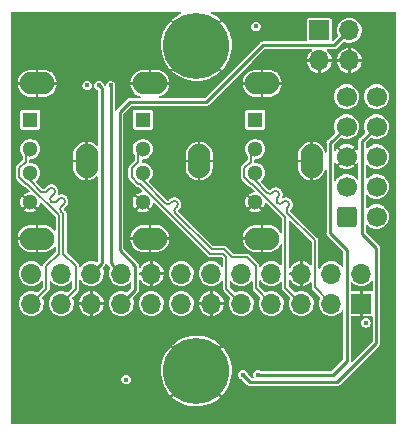
<source format=gbr>
%TF.GenerationSoftware,KiCad,Pcbnew,(6.0.9)*%
%TF.CreationDate,2022-11-26T15:45:46+01:00*%
%TF.ProjectId,h3_extra_ports,68335f65-7874-4726-915f-706f7274732e,rev?*%
%TF.SameCoordinates,Original*%
%TF.FileFunction,Copper,L2,Inr*%
%TF.FilePolarity,Positive*%
%FSLAX46Y46*%
G04 Gerber Fmt 4.6, Leading zero omitted, Abs format (unit mm)*
G04 Created by KiCad (PCBNEW (6.0.9)) date 2022-11-26 15:45:46*
%MOMM*%
%LPD*%
G01*
G04 APERTURE LIST*
G04 Aperture macros list*
%AMRoundRect*
0 Rectangle with rounded corners*
0 $1 Rounding radius*
0 $2 $3 $4 $5 $6 $7 $8 $9 X,Y pos of 4 corners*
0 Add a 4 corners polygon primitive as box body*
4,1,4,$2,$3,$4,$5,$6,$7,$8,$9,$2,$3,0*
0 Add four circle primitives for the rounded corners*
1,1,$1+$1,$2,$3*
1,1,$1+$1,$4,$5*
1,1,$1+$1,$6,$7*
1,1,$1+$1,$8,$9*
0 Add four rect primitives between the rounded corners*
20,1,$1+$1,$2,$3,$4,$5,0*
20,1,$1+$1,$4,$5,$6,$7,0*
20,1,$1+$1,$6,$7,$8,$9,0*
20,1,$1+$1,$8,$9,$2,$3,0*%
G04 Aperture macros list end*
%TA.AperFunction,ComponentPad*%
%ADD10C,5.600000*%
%TD*%
%TA.AperFunction,ComponentPad*%
%ADD11R,1.300000X1.300000*%
%TD*%
%TA.AperFunction,ComponentPad*%
%ADD12C,1.300000*%
%TD*%
%TA.AperFunction,ComponentPad*%
%ADD13O,2.900000X1.900000*%
%TD*%
%TA.AperFunction,ComponentPad*%
%ADD14O,1.900000X2.900000*%
%TD*%
%TA.AperFunction,ComponentPad*%
%ADD15R,1.700000X1.700000*%
%TD*%
%TA.AperFunction,ComponentPad*%
%ADD16O,1.700000X1.700000*%
%TD*%
%TA.AperFunction,ComponentPad*%
%ADD17C,1.700000*%
%TD*%
%TA.AperFunction,ComponentPad*%
%ADD18RoundRect,0.250000X-0.600000X-0.600000X0.600000X-0.600000X0.600000X0.600000X-0.600000X0.600000X0*%
%TD*%
%TA.AperFunction,ViaPad*%
%ADD19C,0.400000*%
%TD*%
%TA.AperFunction,Conductor*%
%ADD20C,0.177800*%
%TD*%
%TA.AperFunction,Conductor*%
%ADD21C,0.250000*%
%TD*%
G04 APERTURE END LIST*
D10*
%TO.N,GND*%
%TO.C,H2*%
X171450000Y-79375000D03*
%TD*%
D11*
%TO.N,Net-(J2-Pad1)*%
%TO.C,J2*%
X157381000Y-58095000D03*
D12*
%TO.N,/USB2_P6_DN*%
X157381000Y-60595000D03*
%TO.N,/USB2_P6_DP*%
X157381000Y-62595000D03*
%TO.N,GND*%
X157381000Y-65095000D03*
D13*
X157981000Y-55025000D03*
X157981000Y-68165000D03*
D14*
X162161000Y-61595000D03*
%TD*%
D11*
%TO.N,Net-(J1-Pad1)*%
%TO.C,J1*%
X166906000Y-58095000D03*
D12*
%TO.N,/USB2_P5_DN*%
X166906000Y-60595000D03*
%TO.N,/USB2_P5_DP*%
X166906000Y-62595000D03*
%TO.N,GND*%
X166906000Y-65095000D03*
D13*
X167506000Y-68165000D03*
X167506000Y-55025000D03*
D14*
X171686000Y-61595000D03*
%TD*%
D10*
%TO.N,GND*%
%TO.C,H1*%
X171450000Y-51816000D03*
%TD*%
D15*
%TO.N,Net-(J4-Pad1)*%
%TO.C,J4*%
X181864000Y-50541000D03*
D16*
%TO.N,/PWR_BTN#*%
X184404000Y-50541000D03*
%TO.N,GND*%
X181864000Y-53081000D03*
X184404000Y-53081000D03*
%TD*%
D11*
%TO.N,Net-(J3-Pad1)*%
%TO.C,J3*%
X176431000Y-58095000D03*
D12*
%TO.N,/USB2_P7_DN*%
X176431000Y-60595000D03*
%TO.N,/USB2_P7_DP*%
X176431000Y-62595000D03*
%TO.N,GND*%
X176431000Y-65095000D03*
D14*
X181211000Y-61595000D03*
D13*
X177031000Y-55025000D03*
X177031000Y-68165000D03*
%TD*%
D17*
%TO.N,/+V5P0A*%
%TO.C,J6*%
X157480000Y-71120000D03*
D16*
%TO.N,/USB2_P6_DN*%
X157480000Y-73660000D03*
%TO.N,/HDMI_CEC*%
X160020000Y-71120000D03*
%TO.N,/USB2_P6_DP*%
X160020000Y-73660000D03*
%TO.N,/I2C_0_SDA*%
X162560000Y-71120000D03*
%TO.N,GND*%
X162560000Y-73660000D03*
%TO.N,/I2C_0_SCL*%
X165100000Y-71120000D03*
%TO.N,/PWR_BTN#*%
X165100000Y-73660000D03*
%TO.N,GND*%
X167640000Y-71120000D03*
%TO.N,/I2C_1_SDA*%
X167640000Y-73660000D03*
%TO.N,/UART0_RTS#*%
X170180000Y-71120000D03*
%TO.N,/I2C_1_SCL*%
X170180000Y-73660000D03*
%TO.N,/UART0_CTS#*%
X172720000Y-71120000D03*
%TO.N,GND*%
X172720000Y-73660000D03*
%TO.N,/UART0_TXD*%
X175260000Y-71120000D03*
%TO.N,/USB2_P5_DN*%
X175260000Y-73660000D03*
%TO.N,/UART0_RXD*%
X177800000Y-71120000D03*
%TO.N,/USB2_P5_DP*%
X177800000Y-73660000D03*
%TO.N,GND*%
X180340000Y-71120000D03*
%TO.N,/USB2_P7_DN*%
X180340000Y-73660000D03*
%TO.N,/+3.3V_RUN_H*%
X182880000Y-71120000D03*
%TO.N,/USB2_P7_DP*%
X182880000Y-73660000D03*
%TO.N,/+5V_RUN_H*%
X185420000Y-71120000D03*
%TO.N,GND*%
X185420000Y-73660000D03*
%TD*%
D15*
%TO.N,GND*%
%TO.C,J9*%
X185420000Y-73660000D03*
D16*
%TO.N,/+5V_RUN_H*%
X185420000Y-71120000D03*
%TO.N,/USB2_P7_DP*%
X182880000Y-73660000D03*
%TO.N,/+3.3V_RUN_H*%
X182880000Y-71120000D03*
%TO.N,/USB2_P7_DN*%
X180340000Y-73660000D03*
%TO.N,GND*%
X180340000Y-71120000D03*
%TO.N,/USB2_P5_DP*%
X177800000Y-73660000D03*
%TO.N,/UART0_RXD*%
X177800000Y-71120000D03*
%TO.N,/USB2_P5_DN*%
X175260000Y-73660000D03*
%TO.N,/UART0_TXD*%
X175260000Y-71120000D03*
%TO.N,GND*%
X172720000Y-73660000D03*
%TO.N,/UART0_CTS#*%
X172720000Y-71120000D03*
%TO.N,/I2C_1_SCL*%
X170180000Y-73660000D03*
%TO.N,/UART0_RTS#*%
X170180000Y-71120000D03*
%TO.N,/I2C_1_SDA*%
X167640000Y-73660000D03*
%TO.N,GND*%
X167640000Y-71120000D03*
%TO.N,/PWR_BTN#*%
X165100000Y-73660000D03*
%TO.N,/I2C_0_SCL*%
X165100000Y-71120000D03*
%TO.N,GND*%
X162560000Y-73660000D03*
%TO.N,/I2C_0_SDA*%
X162560000Y-71120000D03*
%TO.N,/USB2_P6_DP*%
X160020000Y-73660000D03*
%TO.N,/HDMI_CEC*%
X160020000Y-71120000D03*
%TO.N,/USB2_P6_DN*%
X157480000Y-73660000D03*
%TO.N,/+V5P0A*%
X157480000Y-71120000D03*
%TD*%
D18*
%TO.N,unconnected-(J5-Pad1)*%
%TO.C,J5*%
X184167500Y-66294000D03*
D17*
%TO.N,/RS232_RX*%
X186707500Y-66294000D03*
%TO.N,/RS232_TX*%
X184167500Y-63754000D03*
%TO.N,unconnected-(J5-Pad4)*%
X186707500Y-63754000D03*
%TO.N,GND*%
X184167500Y-61214000D03*
%TO.N,unconnected-(J5-Pad6)*%
X186707500Y-61214000D03*
%TO.N,/RS232_RTS*%
X184167500Y-58674000D03*
%TO.N,/RS232_CTS*%
X186707500Y-58674000D03*
%TO.N,unconnected-(J5-Pad9)*%
X184167500Y-56134000D03*
%TO.N,unconnected-(J5-Pad10)*%
X186707500Y-56134000D03*
%TD*%
D19*
%TO.N,GND*%
X185801000Y-83185000D03*
%TO.N,/+3.3V_RUN_H*%
X176500000Y-50200000D03*
X162200000Y-55200000D03*
X165500000Y-80100000D03*
X185800000Y-75300000D03*
%TO.N,/RS232_RTS*%
X176657000Y-79694000D03*
%TO.N,/RS232_CTS*%
X175400000Y-79700000D03*
%TO.N,/I2C_0_SCL*%
X164200000Y-55200000D03*
%TO.N,/I2C_0_SDA*%
X163200000Y-55200000D03*
%TD*%
D20*
%TO.N,/USB2_P5_DN*%
X165989300Y-62974710D02*
X166526290Y-63511700D01*
X172588652Y-69427800D02*
X173676352Y-69427800D01*
X165989300Y-62215290D02*
X165989300Y-62974710D01*
X174000000Y-72400000D02*
X175260000Y-73660000D01*
X174000000Y-69751448D02*
X174000000Y-72400000D01*
X166550400Y-60950600D02*
X166550400Y-61654190D01*
X166906000Y-60595000D02*
X166550400Y-60950600D01*
X166672552Y-63511700D02*
X172588652Y-69427800D01*
X166526290Y-63511700D02*
X166672552Y-63511700D01*
X166550400Y-61654190D02*
X165989300Y-62215290D01*
X173676352Y-69427800D02*
X174000000Y-69751448D01*
%TO.N,/USB2_P5_DP*%
X169680402Y-66016654D02*
X172735948Y-69072200D01*
X174501448Y-69750000D02*
X175750000Y-69750000D01*
X169256139Y-65168125D02*
X169256138Y-65168126D01*
X169799116Y-65473677D02*
X169799117Y-65473676D01*
X166906000Y-62595000D02*
X166906000Y-63242252D01*
X169799117Y-65473676D02*
X169680401Y-65592389D01*
X173823648Y-69072200D02*
X174501448Y-69750000D01*
X172735948Y-69072200D02*
X173823648Y-69072200D01*
X175750000Y-69750000D02*
X176500000Y-70500000D01*
X176500000Y-70500000D02*
X176500000Y-72360000D01*
X169680401Y-66016653D02*
X169680402Y-66016654D01*
X169256138Y-65168126D02*
X169374853Y-65049412D01*
X176500000Y-72360000D02*
X177800000Y-73660000D01*
X166906000Y-63242252D02*
X168831874Y-65168126D01*
X169256133Y-65168119D02*
G75*
G02*
X168831874Y-65168126I-212133J212119D01*
G01*
X169680423Y-66016631D02*
G75*
G02*
X169680402Y-65592390I212077J212131D01*
G01*
X169799072Y-65473633D02*
G75*
G03*
X169799117Y-65049412I-212072J212133D01*
G01*
X169799116Y-65049413D02*
G75*
G03*
X169374854Y-65049413I-212131J-212131D01*
G01*
%TO.N,/USB2_P6_DN*%
X158750000Y-70500000D02*
X158750000Y-72390000D01*
X158750000Y-72390000D02*
X157480000Y-73660000D01*
X159822200Y-66186348D02*
X159822200Y-69427800D01*
X157381000Y-60595000D02*
X157025400Y-60950600D01*
X156464300Y-62974710D02*
X157001290Y-63511700D01*
X157025400Y-61654190D02*
X156464300Y-62215290D01*
X157025400Y-60950600D02*
X157025400Y-61654190D01*
X157147552Y-63511700D02*
X159822200Y-66186348D01*
X156464300Y-62215290D02*
X156464300Y-62974710D01*
X159822200Y-69427800D02*
X158750000Y-70500000D01*
X157001290Y-63511700D02*
X157147552Y-63511700D01*
%TO.N,/USB2_P6_DP*%
X157381000Y-62595000D02*
X157381000Y-63242252D01*
X161250000Y-70500000D02*
X161250000Y-72430000D01*
X160177800Y-66039052D02*
X160177800Y-69427800D01*
X160246903Y-65222945D02*
X160016431Y-65453418D01*
X159167902Y-65029155D02*
X159167902Y-65029154D01*
X160246904Y-64798681D02*
X160246903Y-64798681D01*
X158743638Y-64180626D02*
X158974111Y-63950154D01*
X157381000Y-63242252D02*
X158319374Y-64180626D01*
X159592167Y-65029153D02*
X159592166Y-65029154D01*
X159398376Y-63950153D02*
X159398375Y-63950153D01*
X159398374Y-64374418D02*
X159398375Y-64374417D01*
X161250000Y-72430000D02*
X160020000Y-73660000D01*
X160016430Y-65877683D02*
X160016430Y-65877682D01*
X159592166Y-65029154D02*
X159822639Y-64798682D01*
X160016430Y-65877682D02*
X160177800Y-66039052D01*
X158743639Y-64180625D02*
X158743638Y-64180626D01*
X159398375Y-64374417D02*
X159167903Y-64604890D01*
X160246902Y-65222946D02*
X160246903Y-65222945D01*
X160177800Y-69427800D02*
X161250000Y-70500000D01*
X159398332Y-63950197D02*
G75*
G03*
X158974111Y-63950154I-212132J-212103D01*
G01*
X159398388Y-64374432D02*
G75*
G03*
X159398374Y-63950154I-212188J212132D01*
G01*
X158743633Y-64180619D02*
G75*
G02*
X158319374Y-64180626I-212133J212119D01*
G01*
X160246889Y-65222933D02*
G75*
G03*
X160246903Y-64798681I-212089J212133D01*
G01*
X159167925Y-65029132D02*
G75*
G02*
X159167903Y-64604890I212075J212132D01*
G01*
X160016381Y-65877732D02*
G75*
G02*
X160016431Y-65453418I212219J212132D01*
G01*
X160246932Y-64798653D02*
G75*
G03*
X159822639Y-64798682I-212132J-212147D01*
G01*
X159592133Y-65029119D02*
G75*
G02*
X159167902Y-65029154I-212133J212119D01*
G01*
%TO.N,/USB2_P7_DN*%
X179000000Y-72320000D02*
X180340000Y-73660000D01*
X176051290Y-63511700D02*
X176197552Y-63511700D01*
X179000000Y-66314148D02*
X179000000Y-72320000D01*
X176075400Y-61654190D02*
X175514300Y-62215290D01*
X176431000Y-60595000D02*
X176075400Y-60950600D01*
X175514300Y-62215290D02*
X175514300Y-62974710D01*
X176197552Y-63511700D02*
X179000000Y-66314148D01*
X176075400Y-60950600D02*
X176075400Y-61654190D01*
X175514300Y-62974710D02*
X176051290Y-63511700D01*
%TO.N,/USB2_P7_DP*%
X178317901Y-65129153D02*
X178317902Y-65129154D01*
X176431000Y-63242252D02*
X177469374Y-64280626D01*
X178385498Y-64637295D02*
X178317901Y-64704889D01*
X179166429Y-65977681D02*
X179166430Y-65977682D01*
X178742167Y-65129153D02*
X178742166Y-65129154D01*
X179234026Y-65485823D02*
X179166429Y-65553417D01*
X177893638Y-64280626D02*
X177961234Y-64213031D01*
X177893639Y-64280625D02*
X177893638Y-64280626D01*
X178385497Y-64637296D02*
X178385498Y-64637295D01*
X179166430Y-65977682D02*
X181500000Y-68311252D01*
X178742166Y-65129154D02*
X178809762Y-65061559D01*
X179234025Y-65485824D02*
X179234026Y-65485823D01*
X181500000Y-72280000D02*
X182880000Y-73660000D01*
X176431000Y-62595000D02*
X176431000Y-63242252D01*
X181500000Y-68311252D02*
X181500000Y-72280000D01*
X178385497Y-64213032D02*
G75*
G03*
X177961235Y-64213032I-212131J-212131D01*
G01*
X177893633Y-64280619D02*
G75*
G02*
X177469374Y-64280626I-212133J212119D01*
G01*
X178742133Y-65129119D02*
G75*
G02*
X178317902Y-65129154I-212133J212119D01*
G01*
X178385534Y-64637333D02*
G75*
G03*
X178385498Y-64213031I-212134J212133D01*
G01*
X179234025Y-65061560D02*
G75*
G03*
X178809763Y-65061560I-212131J-212131D01*
G01*
X179166479Y-65977631D02*
G75*
G02*
X179166430Y-65553418I212121J212131D01*
G01*
X179234034Y-65485833D02*
G75*
G03*
X179234026Y-65061559I-212134J212133D01*
G01*
X178317923Y-65129131D02*
G75*
G02*
X178317902Y-64704890I212077J212131D01*
G01*
D21*
%TO.N,/PWR_BTN#*%
X164950000Y-69150000D02*
X166275000Y-70475000D01*
X166275000Y-70475000D02*
X166275000Y-72485000D01*
X166275000Y-72485000D02*
X165100000Y-73660000D01*
X172300000Y-56600000D02*
X165800000Y-56600000D01*
X165800000Y-56600000D02*
X164950000Y-57450000D01*
X184404000Y-50541000D02*
X183145000Y-51800000D01*
X164950000Y-57450000D02*
X164950000Y-69150000D01*
X183145000Y-51800000D02*
X177100000Y-51800000D01*
X177100000Y-51800000D02*
X172300000Y-56600000D01*
%TO.N,/RS232_RTS*%
X184200000Y-78500000D02*
X184200000Y-69100000D01*
X176657000Y-79694000D02*
X183006000Y-79694000D01*
X184200000Y-69100000D02*
X182800000Y-67700000D01*
X182800000Y-67700000D02*
X182800000Y-60041500D01*
X182800000Y-60041500D02*
X184167500Y-58674000D01*
X183006000Y-79694000D02*
X184200000Y-78500000D01*
%TO.N,/RS232_CTS*%
X175400000Y-79700000D02*
X176000000Y-80300000D01*
X183400000Y-80300000D02*
X186700000Y-77000000D01*
X185500000Y-67800000D02*
X185500000Y-59881500D01*
X186700000Y-77000000D02*
X186700000Y-69000000D01*
X185500000Y-59881500D02*
X186707500Y-58674000D01*
X186700000Y-69000000D02*
X185500000Y-67800000D01*
X176000000Y-80300000D02*
X183400000Y-80300000D01*
%TO.N,/I2C_0_SCL*%
X165100000Y-71120000D02*
X164200000Y-70220000D01*
X164200000Y-70220000D02*
X164200000Y-55200000D01*
%TO.N,/I2C_0_SDA*%
X162560000Y-71120000D02*
X163436000Y-70244000D01*
X163436000Y-70244000D02*
X163436000Y-55436000D01*
X163436000Y-55436000D02*
X163200000Y-55200000D01*
%TD*%
%TA.AperFunction,Conductor*%
%TO.N,GND*%
G36*
X170171746Y-48985813D02*
G01*
X170197056Y-49029650D01*
X170188266Y-49079500D01*
X170156038Y-49109291D01*
X170004209Y-49181710D01*
X170000488Y-49183755D01*
X169711026Y-49365334D01*
X169707542Y-49367810D01*
X169440863Y-49581460D01*
X169437710Y-49584299D01*
X169408097Y-49614223D01*
X169403652Y-49623887D01*
X169405288Y-49629867D01*
X171440774Y-51665353D01*
X171450413Y-51669848D01*
X171456312Y-51668267D01*
X173492450Y-49632129D01*
X173496945Y-49622490D01*
X173495684Y-49617785D01*
X173268496Y-49423749D01*
X173265098Y-49421169D01*
X172981483Y-49230588D01*
X172977818Y-49228420D01*
X172745008Y-49108258D01*
X172710680Y-49071057D01*
X172708296Y-49020494D01*
X172738970Y-48980228D01*
X172778948Y-48968500D01*
X188320500Y-48968500D01*
X188368066Y-48985813D01*
X188393376Y-49029650D01*
X188394500Y-49042500D01*
X188394500Y-83799500D01*
X188377187Y-83847066D01*
X188333350Y-83872376D01*
X188320500Y-83873500D01*
X155849500Y-83873500D01*
X155801934Y-83856187D01*
X155776624Y-83812350D01*
X155775500Y-83799500D01*
X155775500Y-81566538D01*
X169405027Y-81566538D01*
X169406407Y-81571685D01*
X169557265Y-81708956D01*
X169560571Y-81711634D01*
X169838059Y-81911029D01*
X169841662Y-81913315D01*
X170140224Y-82079493D01*
X170144073Y-82081354D01*
X170459754Y-82212112D01*
X170463780Y-82213514D01*
X170792406Y-82307127D01*
X170796573Y-82308058D01*
X171133780Y-82363278D01*
X171138008Y-82363722D01*
X171479343Y-82379819D01*
X171483591Y-82379774D01*
X171824518Y-82356532D01*
X171828727Y-82356001D01*
X172164711Y-82293730D01*
X172168854Y-82292712D01*
X172495452Y-82192237D01*
X172499441Y-82190753D01*
X172812321Y-82053409D01*
X172816129Y-82051469D01*
X173111147Y-81879074D01*
X173114689Y-81876720D01*
X173387952Y-81671550D01*
X173391200Y-81668804D01*
X173490093Y-81574959D01*
X173494838Y-81565441D01*
X173493517Y-81559938D01*
X171459226Y-79525647D01*
X171449587Y-79521152D01*
X171443688Y-79522733D01*
X169409522Y-81556899D01*
X169405027Y-81566538D01*
X155775500Y-81566538D01*
X155775500Y-80100000D01*
X165094508Y-80100000D01*
X165095419Y-80105752D01*
X165113442Y-80219549D01*
X165113443Y-80219552D01*
X165114354Y-80225304D01*
X165116999Y-80230495D01*
X165117000Y-80230498D01*
X165169304Y-80333150D01*
X165169306Y-80333152D01*
X165171950Y-80338342D01*
X165261658Y-80428050D01*
X165266848Y-80430694D01*
X165266850Y-80430696D01*
X165369502Y-80483000D01*
X165369505Y-80483001D01*
X165374696Y-80485646D01*
X165380448Y-80486557D01*
X165380451Y-80486558D01*
X165494248Y-80504581D01*
X165500000Y-80505492D01*
X165505752Y-80504581D01*
X165619549Y-80486558D01*
X165619552Y-80486557D01*
X165625304Y-80485646D01*
X165630495Y-80483001D01*
X165630498Y-80483000D01*
X165733150Y-80430696D01*
X165733152Y-80430694D01*
X165738342Y-80428050D01*
X165828050Y-80338342D01*
X165830694Y-80333152D01*
X165830696Y-80333150D01*
X165883000Y-80230498D01*
X165883001Y-80230495D01*
X165885646Y-80225304D01*
X165886557Y-80219552D01*
X165886558Y-80219549D01*
X165904581Y-80105752D01*
X165905492Y-80100000D01*
X165903219Y-80085646D01*
X165886558Y-79980451D01*
X165886557Y-79980448D01*
X165885646Y-79974696D01*
X165883000Y-79969502D01*
X165830696Y-79866850D01*
X165830694Y-79866848D01*
X165828050Y-79861658D01*
X165738342Y-79771950D01*
X165733152Y-79769306D01*
X165733150Y-79769304D01*
X165630498Y-79717000D01*
X165630495Y-79716999D01*
X165625304Y-79714354D01*
X165619552Y-79713443D01*
X165619549Y-79713442D01*
X165505752Y-79695419D01*
X165500000Y-79694508D01*
X165494248Y-79695419D01*
X165380451Y-79713442D01*
X165380448Y-79713443D01*
X165374696Y-79714354D01*
X165369505Y-79716999D01*
X165369502Y-79717000D01*
X165266850Y-79769304D01*
X165266848Y-79769306D01*
X165261658Y-79771950D01*
X165171950Y-79861658D01*
X165169306Y-79866848D01*
X165169304Y-79866850D01*
X165117000Y-79969502D01*
X165114354Y-79974696D01*
X165113443Y-79980448D01*
X165113442Y-79980451D01*
X165096781Y-80085646D01*
X165094508Y-80100000D01*
X155775500Y-80100000D01*
X155775500Y-79282728D01*
X168446455Y-79282728D01*
X168455400Y-79624341D01*
X168455754Y-79628557D01*
X168503903Y-79966868D01*
X168504744Y-79971039D01*
X168591453Y-80301556D01*
X168592771Y-80305614D01*
X168716894Y-80623971D01*
X168718666Y-80627842D01*
X168878563Y-80929833D01*
X168880768Y-80933475D01*
X169074313Y-81215083D01*
X169076913Y-81218436D01*
X169249217Y-81415951D01*
X169258530Y-81421092D01*
X169263453Y-81420126D01*
X171299353Y-79384226D01*
X171303463Y-79375413D01*
X171596152Y-79375413D01*
X171597733Y-79381312D01*
X173634998Y-81418577D01*
X173644637Y-81423072D01*
X173649203Y-81421848D01*
X173861160Y-81168349D01*
X173863706Y-81164922D01*
X174051312Y-80879318D01*
X174053436Y-80875639D01*
X174206967Y-80570377D01*
X174208665Y-80566454D01*
X174326091Y-80245573D01*
X174327326Y-80241483D01*
X174407091Y-79909233D01*
X174407846Y-79905036D01*
X174448956Y-79565325D01*
X174449206Y-79562040D01*
X174455032Y-79376663D01*
X174454988Y-79373341D01*
X174435292Y-79031740D01*
X174434801Y-79027498D01*
X174376051Y-78690876D01*
X174375084Y-78686754D01*
X174278030Y-78359103D01*
X174276591Y-78355108D01*
X174142526Y-78040796D01*
X174140632Y-78036982D01*
X173971331Y-77740164D01*
X173969015Y-77736598D01*
X173766718Y-77461204D01*
X173764003Y-77457923D01*
X173649817Y-77335044D01*
X173640348Y-77330198D01*
X173634997Y-77331424D01*
X171600647Y-79365774D01*
X171596152Y-79375413D01*
X171303463Y-79375413D01*
X171303848Y-79374587D01*
X171302267Y-79368688D01*
X169267465Y-77333886D01*
X169257826Y-77329391D01*
X169252016Y-77330948D01*
X169197348Y-77386191D01*
X169194540Y-77389377D01*
X168983691Y-77658283D01*
X168981265Y-77661775D01*
X168802726Y-77953121D01*
X168800709Y-77956883D01*
X168656842Y-78266820D01*
X168655273Y-78270785D01*
X168547982Y-78595200D01*
X168546879Y-78599317D01*
X168477589Y-78933907D01*
X168476964Y-78938141D01*
X168446588Y-79278492D01*
X168446455Y-79282728D01*
X155775500Y-79282728D01*
X155775500Y-77182887D01*
X169403652Y-77182887D01*
X169405288Y-77188867D01*
X171440774Y-79224353D01*
X171450413Y-79228848D01*
X171456312Y-79227267D01*
X173492450Y-77191129D01*
X173496945Y-77181490D01*
X173495684Y-77176785D01*
X173268496Y-76982749D01*
X173265098Y-76980169D01*
X172981483Y-76789588D01*
X172977818Y-76787420D01*
X172674168Y-76630695D01*
X172670287Y-76628966D01*
X172350637Y-76508181D01*
X172346572Y-76506908D01*
X172015164Y-76423663D01*
X172010989Y-76422866D01*
X171672195Y-76378263D01*
X171667962Y-76377953D01*
X171326290Y-76372585D01*
X171322038Y-76372764D01*
X170982016Y-76406703D01*
X170977821Y-76407368D01*
X170643957Y-76480162D01*
X170639856Y-76481306D01*
X170316585Y-76591987D01*
X170312622Y-76593604D01*
X170004209Y-76740709D01*
X170000488Y-76742755D01*
X169711026Y-76924334D01*
X169707542Y-76926810D01*
X169440863Y-77140460D01*
X169437710Y-77143299D01*
X169408097Y-77173223D01*
X169403652Y-77182887D01*
X155775500Y-77182887D01*
X155775500Y-68271878D01*
X156332428Y-68271878D01*
X156364851Y-68460569D01*
X156366602Y-68467104D01*
X156437407Y-68659028D01*
X156440313Y-68665122D01*
X156544912Y-68840937D01*
X156548878Y-68846396D01*
X156683764Y-69000203D01*
X156688668Y-69004856D01*
X156849313Y-69131499D01*
X156854989Y-69135185D01*
X157036017Y-69230429D01*
X157042280Y-69233022D01*
X157237637Y-69293683D01*
X157244243Y-69295087D01*
X157410313Y-69314743D01*
X157414672Y-69315000D01*
X157867952Y-69315000D01*
X157877948Y-69311362D01*
X157881000Y-69306075D01*
X157881000Y-68278048D01*
X157877362Y-68268052D01*
X157872075Y-68265000D01*
X156344294Y-68265000D01*
X156334298Y-68268638D01*
X156332428Y-68271878D01*
X155775500Y-68271878D01*
X155775500Y-68051953D01*
X156332300Y-68051953D01*
X156335807Y-68061995D01*
X156340857Y-68065000D01*
X157867952Y-68065000D01*
X157877948Y-68061362D01*
X157881000Y-68056075D01*
X157881000Y-67028048D01*
X157877362Y-67018052D01*
X157872075Y-67015000D01*
X157429081Y-67015000D01*
X157425689Y-67015155D01*
X157273908Y-67029102D01*
X157267267Y-67030332D01*
X157070376Y-67085862D01*
X157064068Y-67088284D01*
X156880591Y-67178765D01*
X156874837Y-67182290D01*
X156710924Y-67304690D01*
X156705897Y-67309216D01*
X156567042Y-67459429D01*
X156562921Y-67464800D01*
X156453763Y-67637805D01*
X156450696Y-67643825D01*
X156374891Y-67833829D01*
X156372971Y-67840314D01*
X156333061Y-68040954D01*
X156332356Y-68047662D01*
X156332300Y-68051953D01*
X155775500Y-68051953D01*
X155775500Y-65763457D01*
X156859109Y-65763457D01*
X156860116Y-65767213D01*
X156950522Y-65832897D01*
X156957201Y-65836753D01*
X157113344Y-65906273D01*
X157120684Y-65908658D01*
X157287864Y-65944193D01*
X157295543Y-65945000D01*
X157466457Y-65945000D01*
X157474136Y-65944193D01*
X157641316Y-65908658D01*
X157648656Y-65906273D01*
X157804799Y-65836753D01*
X157811478Y-65832897D01*
X157897064Y-65770715D01*
X157903014Y-65761894D01*
X157902607Y-65758029D01*
X157390226Y-65245647D01*
X157380587Y-65241152D01*
X157374688Y-65242733D01*
X156863604Y-65753818D01*
X156859109Y-65763457D01*
X155775500Y-65763457D01*
X155775500Y-65098853D01*
X156526723Y-65098853D01*
X156544590Y-65268847D01*
X156546193Y-65276384D01*
X156599010Y-65438940D01*
X156602148Y-65445988D01*
X156687611Y-65594013D01*
X156692141Y-65600249D01*
X156703397Y-65612751D01*
X156712791Y-65617746D01*
X156717922Y-65616656D01*
X157230353Y-65104226D01*
X157234848Y-65094587D01*
X157233267Y-65088688D01*
X156721355Y-64576777D01*
X156711716Y-64572282D01*
X156706646Y-64573641D01*
X156692141Y-64589751D01*
X156687611Y-64595987D01*
X156602148Y-64744012D01*
X156599010Y-64751060D01*
X156546193Y-64913616D01*
X156544590Y-64921153D01*
X156526723Y-65091147D01*
X156526723Y-65098853D01*
X155775500Y-65098853D01*
X155775500Y-62200907D01*
X156170238Y-62200907D01*
X156171160Y-62207680D01*
X156174224Y-62230195D01*
X156174900Y-62240174D01*
X156174900Y-62922273D01*
X156174524Y-62927397D01*
X156173046Y-62931701D01*
X156173302Y-62938525D01*
X156173302Y-62938526D01*
X156174848Y-62979708D01*
X156174900Y-62982484D01*
X156174900Y-63001627D01*
X156175524Y-63004981D01*
X156175798Y-63007944D01*
X156176058Y-63011961D01*
X156177090Y-63039436D01*
X156179788Y-63045715D01*
X156182403Y-63051803D01*
X156187161Y-63067462D01*
X156189626Y-63080698D01*
X156203912Y-63103873D01*
X156208904Y-63113485D01*
X156217583Y-63133688D01*
X156217585Y-63133691D01*
X156219647Y-63138491D01*
X156223511Y-63143194D01*
X156229479Y-63149162D01*
X156240146Y-63162657D01*
X156246197Y-63172473D01*
X156251636Y-63176609D01*
X156269725Y-63190364D01*
X156277259Y-63196942D01*
X156759574Y-63679257D01*
X156762931Y-63683146D01*
X156764930Y-63687236D01*
X156790161Y-63710641D01*
X156800152Y-63719909D01*
X156802152Y-63721835D01*
X156815687Y-63735370D01*
X156818498Y-63737299D01*
X156820789Y-63739202D01*
X156823821Y-63741865D01*
X156838962Y-63755911D01*
X156838964Y-63755912D01*
X156843970Y-63760556D01*
X156856468Y-63765542D01*
X156870906Y-63773251D01*
X156882011Y-63780869D01*
X156900141Y-63785171D01*
X156908491Y-63787153D01*
X156918826Y-63790421D01*
X156939255Y-63798572D01*
X156939261Y-63798574D01*
X156944105Y-63800506D01*
X156950163Y-63801100D01*
X156958604Y-63801100D01*
X156975691Y-63803100D01*
X156980257Y-63804184D01*
X156980259Y-63804184D01*
X156986908Y-63805762D01*
X156993680Y-63804840D01*
X157000503Y-63805174D01*
X157000394Y-63807406D01*
X157040011Y-63816011D01*
X157052845Y-63826266D01*
X157345252Y-64118674D01*
X157366644Y-64164551D01*
X157353543Y-64213445D01*
X157312078Y-64242479D01*
X157299350Y-64244154D01*
X157299396Y-64244595D01*
X157287864Y-64245807D01*
X157120684Y-64281342D01*
X157113344Y-64283727D01*
X156957201Y-64353247D01*
X156950522Y-64357103D01*
X156864936Y-64419285D01*
X156858986Y-64428106D01*
X156859393Y-64431971D01*
X157381000Y-64953579D01*
X158040645Y-65613223D01*
X158050284Y-65617718D01*
X158055354Y-65616359D01*
X158069859Y-65600249D01*
X158074389Y-65594013D01*
X158159852Y-65445988D01*
X158162990Y-65438940D01*
X158215807Y-65276384D01*
X158217410Y-65268847D01*
X158227634Y-65171568D01*
X158249824Y-65126072D01*
X158296067Y-65105483D01*
X158344725Y-65119436D01*
X158353555Y-65126977D01*
X159511126Y-66284548D01*
X159532518Y-66330424D01*
X159532800Y-66336874D01*
X159532800Y-67423457D01*
X159515487Y-67471023D01*
X159471650Y-67496333D01*
X159421800Y-67487543D01*
X159403164Y-67472249D01*
X159278236Y-67329797D01*
X159273332Y-67325144D01*
X159112687Y-67198501D01*
X159107011Y-67194815D01*
X158925983Y-67099571D01*
X158919720Y-67096978D01*
X158724363Y-67036317D01*
X158717757Y-67034913D01*
X158551687Y-67015257D01*
X158547328Y-67015000D01*
X158094048Y-67015000D01*
X158084052Y-67018638D01*
X158081000Y-67023925D01*
X158081000Y-69301952D01*
X158084638Y-69311948D01*
X158089925Y-69315000D01*
X158532919Y-69315000D01*
X158536311Y-69314845D01*
X158688092Y-69300898D01*
X158694733Y-69299668D01*
X158891624Y-69244138D01*
X158897932Y-69241716D01*
X159081409Y-69151235D01*
X159087163Y-69147710D01*
X159251076Y-69025310D01*
X159256103Y-69020784D01*
X159394962Y-68870566D01*
X159400091Y-68863882D01*
X159442782Y-68836683D01*
X159492968Y-68843290D01*
X159527167Y-68880609D01*
X159532800Y-68908929D01*
X159532800Y-69277275D01*
X159515487Y-69324841D01*
X159511126Y-69329601D01*
X158582439Y-70258287D01*
X158578553Y-70261642D01*
X158574464Y-70263640D01*
X158549525Y-70290525D01*
X158541804Y-70298848D01*
X158539878Y-70300848D01*
X158526330Y-70314396D01*
X158524400Y-70317209D01*
X158522501Y-70319495D01*
X158519836Y-70322530D01*
X158505789Y-70337672D01*
X158505788Y-70337674D01*
X158501144Y-70342680D01*
X158498613Y-70349024D01*
X158496159Y-70355176D01*
X158488449Y-70369616D01*
X158480831Y-70380721D01*
X158479253Y-70387371D01*
X158474547Y-70407201D01*
X158471279Y-70417536D01*
X158463128Y-70437965D01*
X158463126Y-70437971D01*
X158461194Y-70442815D01*
X158460600Y-70448873D01*
X158460600Y-70452340D01*
X158443287Y-70499906D01*
X158399450Y-70525216D01*
X158349600Y-70516426D01*
X158329254Y-70499110D01*
X158325892Y-70494987D01*
X158246673Y-70397856D01*
X158231298Y-70379004D01*
X158231297Y-70379003D01*
X158229011Y-70376200D01*
X158110027Y-70277768D01*
X158073070Y-70247194D01*
X158073069Y-70247193D01*
X158070275Y-70244882D01*
X158060161Y-70239413D01*
X157892238Y-70148618D01*
X157889055Y-70146897D01*
X157885605Y-70145829D01*
X157885600Y-70145827D01*
X157739332Y-70100550D01*
X157692254Y-70085977D01*
X157487369Y-70064443D01*
X157483765Y-70064771D01*
X157483764Y-70064771D01*
X157483215Y-70064821D01*
X157282203Y-70083114D01*
X157267165Y-70087540D01*
X157088043Y-70140258D01*
X157088039Y-70140260D01*
X157084572Y-70141280D01*
X157003821Y-70183496D01*
X156905209Y-70235049D01*
X156905206Y-70235051D01*
X156902002Y-70236726D01*
X156899184Y-70238992D01*
X156899182Y-70238993D01*
X156744266Y-70363548D01*
X156744263Y-70363551D01*
X156741447Y-70365815D01*
X156739121Y-70368587D01*
X156739119Y-70368589D01*
X156611351Y-70520856D01*
X156611348Y-70520860D01*
X156609024Y-70523630D01*
X156509776Y-70704162D01*
X156447484Y-70900532D01*
X156447081Y-70904123D01*
X156447081Y-70904124D01*
X156443003Y-70940485D01*
X156424520Y-71105262D01*
X156424823Y-71108871D01*
X156424823Y-71108873D01*
X156428404Y-71151519D01*
X156441759Y-71310553D01*
X156498544Y-71508586D01*
X156500196Y-71511800D01*
X156500197Y-71511803D01*
X156564203Y-71636346D01*
X156592712Y-71691818D01*
X156720677Y-71853270D01*
X156723430Y-71855613D01*
X156723433Y-71855616D01*
X156759474Y-71886289D01*
X156877564Y-71986791D01*
X156923508Y-72012468D01*
X157054239Y-72085532D01*
X157054243Y-72085534D01*
X157057398Y-72087297D01*
X157060834Y-72088414D01*
X157060840Y-72088416D01*
X157185256Y-72128841D01*
X157253329Y-72150959D01*
X157313033Y-72158078D01*
X157454294Y-72174922D01*
X157454297Y-72174922D01*
X157457894Y-72175351D01*
X157534273Y-72169474D01*
X157659689Y-72159824D01*
X157659691Y-72159824D01*
X157663300Y-72159546D01*
X157861725Y-72104145D01*
X157893776Y-72087955D01*
X158042376Y-72012892D01*
X158042379Y-72012890D01*
X158045610Y-72011258D01*
X158207951Y-71884424D01*
X158210636Y-71881314D01*
X158283751Y-71796608D01*
X158330583Y-71742353D01*
X158374768Y-71717658D01*
X158424491Y-71727143D01*
X158456484Y-71766369D01*
X158460600Y-71790706D01*
X158460600Y-72239474D01*
X158443287Y-72287040D01*
X158438926Y-72291800D01*
X158028514Y-72702212D01*
X157982638Y-72723604D01*
X157940995Y-72714981D01*
X157889055Y-72686897D01*
X157885605Y-72685829D01*
X157885600Y-72685827D01*
X157760996Y-72647256D01*
X157692254Y-72625977D01*
X157487369Y-72604443D01*
X157483765Y-72604771D01*
X157483764Y-72604771D01*
X157419306Y-72610637D01*
X157282203Y-72623114D01*
X157258851Y-72629987D01*
X157088043Y-72680258D01*
X157088039Y-72680260D01*
X157084572Y-72681280D01*
X157003614Y-72723604D01*
X156905209Y-72775049D01*
X156905206Y-72775051D01*
X156902002Y-72776726D01*
X156899184Y-72778992D01*
X156899182Y-72778993D01*
X156744266Y-72903548D01*
X156744263Y-72903551D01*
X156741447Y-72905815D01*
X156739121Y-72908587D01*
X156739119Y-72908589D01*
X156611351Y-73060856D01*
X156611348Y-73060860D01*
X156609024Y-73063630D01*
X156509776Y-73244162D01*
X156447484Y-73440532D01*
X156447081Y-73444123D01*
X156447081Y-73444124D01*
X156443003Y-73480485D01*
X156424520Y-73645262D01*
X156424823Y-73648871D01*
X156424823Y-73648873D01*
X156428404Y-73691519D01*
X156441759Y-73850553D01*
X156498544Y-74048586D01*
X156500196Y-74051800D01*
X156500197Y-74051803D01*
X156521001Y-74092283D01*
X156592712Y-74231818D01*
X156720677Y-74393270D01*
X156723430Y-74395613D01*
X156723433Y-74395616D01*
X156754062Y-74421683D01*
X156877564Y-74526791D01*
X156923508Y-74552468D01*
X157054239Y-74625532D01*
X157054243Y-74625534D01*
X157057398Y-74627297D01*
X157060834Y-74628414D01*
X157060840Y-74628416D01*
X157185256Y-74668841D01*
X157253329Y-74690959D01*
X157303590Y-74696952D01*
X157454294Y-74714922D01*
X157454297Y-74714922D01*
X157457894Y-74715351D01*
X157527437Y-74710000D01*
X157659689Y-74699824D01*
X157659691Y-74699824D01*
X157663300Y-74699546D01*
X157861725Y-74644145D01*
X157893776Y-74627955D01*
X158042376Y-74552892D01*
X158042379Y-74552890D01*
X158045610Y-74551258D01*
X158207951Y-74424424D01*
X158232817Y-74395616D01*
X158340201Y-74271210D01*
X158340203Y-74271208D01*
X158342564Y-74268472D01*
X158344347Y-74265333D01*
X158344350Y-74265329D01*
X158393443Y-74178908D01*
X158444323Y-74089344D01*
X158456812Y-74051803D01*
X158508208Y-73897299D01*
X158509351Y-73893863D01*
X158509820Y-73890155D01*
X158534913Y-73691519D01*
X158534913Y-73691513D01*
X158535171Y-73689474D01*
X158535583Y-73660000D01*
X158525521Y-73557372D01*
X158515833Y-73458570D01*
X158515480Y-73454970D01*
X158455935Y-73257749D01*
X158454239Y-73254559D01*
X158454236Y-73254552D01*
X158424570Y-73198758D01*
X158417525Y-73148632D01*
X158437582Y-73111692D01*
X158917561Y-72631713D01*
X158921447Y-72628358D01*
X158925536Y-72626360D01*
X158958197Y-72591151D01*
X158960122Y-72589152D01*
X158973670Y-72575604D01*
X158975600Y-72572791D01*
X158977499Y-72570505D01*
X158980164Y-72567470D01*
X158980441Y-72567172D01*
X158991245Y-72555525D01*
X158994211Y-72552328D01*
X158994212Y-72552326D01*
X158998856Y-72547320D01*
X159003842Y-72534822D01*
X159011551Y-72520384D01*
X159019169Y-72509279D01*
X159025453Y-72482799D01*
X159028721Y-72472464D01*
X159036872Y-72452035D01*
X159036874Y-72452029D01*
X159038806Y-72447185D01*
X159039400Y-72441127D01*
X159039400Y-72432687D01*
X159041400Y-72415600D01*
X159042484Y-72411034D01*
X159042484Y-72411032D01*
X159044062Y-72404383D01*
X159040076Y-72375096D01*
X159039400Y-72365117D01*
X159039400Y-71786586D01*
X159056713Y-71739020D01*
X159100550Y-71713710D01*
X159150400Y-71722500D01*
X159171392Y-71740620D01*
X159260677Y-71853270D01*
X159263430Y-71855613D01*
X159263433Y-71855616D01*
X159299474Y-71886289D01*
X159417564Y-71986791D01*
X159463508Y-72012468D01*
X159594239Y-72085532D01*
X159594243Y-72085534D01*
X159597398Y-72087297D01*
X159600834Y-72088414D01*
X159600840Y-72088416D01*
X159725256Y-72128841D01*
X159793329Y-72150959D01*
X159853033Y-72158078D01*
X159994294Y-72174922D01*
X159994297Y-72174922D01*
X159997894Y-72175351D01*
X160074273Y-72169474D01*
X160199689Y-72159824D01*
X160199691Y-72159824D01*
X160203300Y-72159546D01*
X160401725Y-72104145D01*
X160433776Y-72087955D01*
X160582376Y-72012892D01*
X160582379Y-72012890D01*
X160585610Y-72011258D01*
X160747951Y-71884424D01*
X160750636Y-71881314D01*
X160823751Y-71796608D01*
X160830582Y-71788694D01*
X160874768Y-71763999D01*
X160924491Y-71773484D01*
X160956484Y-71812710D01*
X160960600Y-71837047D01*
X160960600Y-72279475D01*
X160943287Y-72327041D01*
X160938926Y-72331801D01*
X160568515Y-72702212D01*
X160522639Y-72723604D01*
X160480994Y-72714980D01*
X160429055Y-72686897D01*
X160425605Y-72685829D01*
X160425600Y-72685827D01*
X160300996Y-72647256D01*
X160232254Y-72625977D01*
X160027369Y-72604443D01*
X160023765Y-72604771D01*
X160023764Y-72604771D01*
X159959306Y-72610637D01*
X159822203Y-72623114D01*
X159798851Y-72629987D01*
X159628043Y-72680258D01*
X159628039Y-72680260D01*
X159624572Y-72681280D01*
X159543614Y-72723604D01*
X159445209Y-72775049D01*
X159445206Y-72775051D01*
X159442002Y-72776726D01*
X159439184Y-72778992D01*
X159439182Y-72778993D01*
X159284266Y-72903548D01*
X159284263Y-72903551D01*
X159281447Y-72905815D01*
X159279121Y-72908587D01*
X159279119Y-72908589D01*
X159151351Y-73060856D01*
X159151348Y-73060860D01*
X159149024Y-73063630D01*
X159049776Y-73244162D01*
X158987484Y-73440532D01*
X158987081Y-73444123D01*
X158987081Y-73444124D01*
X158983003Y-73480485D01*
X158964520Y-73645262D01*
X158964823Y-73648871D01*
X158964823Y-73648873D01*
X158968404Y-73691519D01*
X158981759Y-73850553D01*
X159038544Y-74048586D01*
X159040196Y-74051800D01*
X159040197Y-74051803D01*
X159061001Y-74092283D01*
X159132712Y-74231818D01*
X159260677Y-74393270D01*
X159263430Y-74395613D01*
X159263433Y-74395616D01*
X159294062Y-74421683D01*
X159417564Y-74526791D01*
X159463508Y-74552468D01*
X159594239Y-74625532D01*
X159594243Y-74625534D01*
X159597398Y-74627297D01*
X159600834Y-74628414D01*
X159600840Y-74628416D01*
X159725256Y-74668841D01*
X159793329Y-74690959D01*
X159843590Y-74696952D01*
X159994294Y-74714922D01*
X159994297Y-74714922D01*
X159997894Y-74715351D01*
X160067437Y-74710000D01*
X160199689Y-74699824D01*
X160199691Y-74699824D01*
X160203300Y-74699546D01*
X160401725Y-74644145D01*
X160433776Y-74627955D01*
X160582376Y-74552892D01*
X160582379Y-74552890D01*
X160585610Y-74551258D01*
X160747951Y-74424424D01*
X160772817Y-74395616D01*
X160880201Y-74271210D01*
X160880203Y-74271208D01*
X160882564Y-74268472D01*
X160884347Y-74265333D01*
X160884350Y-74265329D01*
X160933443Y-74178908D01*
X160984323Y-74089344D01*
X160996812Y-74051803D01*
X161048208Y-73897299D01*
X161049351Y-73893863D01*
X161049820Y-73890155D01*
X161065278Y-73767792D01*
X161515310Y-73767792D01*
X161521949Y-73846855D01*
X161523250Y-73853942D01*
X161578013Y-74044922D01*
X161580663Y-74051617D01*
X161671479Y-74228326D01*
X161675384Y-74234384D01*
X161798789Y-74390083D01*
X161803794Y-74395267D01*
X161955094Y-74524032D01*
X161961013Y-74528146D01*
X162134440Y-74625072D01*
X162141041Y-74627955D01*
X162329991Y-74689348D01*
X162337036Y-74690897D01*
X162447043Y-74704015D01*
X162457400Y-74701586D01*
X162460000Y-74698111D01*
X162460000Y-74692407D01*
X162660000Y-74692407D01*
X162663638Y-74702403D01*
X162667875Y-74704849D01*
X162739602Y-74699330D01*
X162746701Y-74698078D01*
X162938062Y-74644649D01*
X162944770Y-74642047D01*
X163122107Y-74552468D01*
X163128195Y-74548604D01*
X163284751Y-74426289D01*
X163289970Y-74421319D01*
X163419791Y-74270920D01*
X163423939Y-74265040D01*
X163522078Y-74092283D01*
X163525006Y-74085708D01*
X163587719Y-73897189D01*
X163589316Y-73890155D01*
X163604124Y-73772946D01*
X163601767Y-73762573D01*
X163598377Y-73760000D01*
X162673048Y-73760000D01*
X162663052Y-73763638D01*
X162660000Y-73768925D01*
X162660000Y-74692407D01*
X162460000Y-74692407D01*
X162460000Y-73773048D01*
X162456362Y-73763052D01*
X162451075Y-73760000D01*
X161527704Y-73760000D01*
X161517708Y-73763638D01*
X161515310Y-73767792D01*
X161065278Y-73767792D01*
X161074913Y-73691519D01*
X161074913Y-73691513D01*
X161075171Y-73689474D01*
X161075583Y-73660000D01*
X161065521Y-73557372D01*
X161064507Y-73547033D01*
X161516040Y-73547033D01*
X161518542Y-73557372D01*
X161522107Y-73560000D01*
X162446952Y-73560000D01*
X162456948Y-73556362D01*
X162460000Y-73551075D01*
X162460000Y-73546952D01*
X162660000Y-73546952D01*
X162663638Y-73556948D01*
X162668925Y-73560000D01*
X163592228Y-73560000D01*
X163602224Y-73556362D01*
X163604528Y-73552371D01*
X163595340Y-73458670D01*
X163593941Y-73451602D01*
X163536516Y-73261403D01*
X163533772Y-73254745D01*
X163440498Y-73079322D01*
X163436512Y-73073323D01*
X163310942Y-72919358D01*
X163305866Y-72914247D01*
X163152789Y-72787610D01*
X163146804Y-72783573D01*
X162972043Y-72689081D01*
X162965405Y-72686290D01*
X162775612Y-72627540D01*
X162768552Y-72626091D01*
X162672977Y-72616045D01*
X162662657Y-72618618D01*
X162660000Y-72622275D01*
X162660000Y-73546952D01*
X162460000Y-73546952D01*
X162460000Y-72627764D01*
X162456362Y-72617768D01*
X162452290Y-72615418D01*
X162365912Y-72623278D01*
X162358818Y-72624631D01*
X162168231Y-72680724D01*
X162161555Y-72683422D01*
X161985483Y-72775469D01*
X161979456Y-72779413D01*
X161824619Y-72903906D01*
X161819471Y-72908947D01*
X161691765Y-73061140D01*
X161687696Y-73067083D01*
X161591980Y-73241191D01*
X161589144Y-73247808D01*
X161529068Y-73437189D01*
X161527572Y-73444228D01*
X161516040Y-73547033D01*
X161064507Y-73547033D01*
X161055833Y-73458570D01*
X161055480Y-73454970D01*
X160995935Y-73257749D01*
X160964569Y-73198756D01*
X160957524Y-73148632D01*
X160977581Y-73111692D01*
X161417557Y-72671716D01*
X161421446Y-72668359D01*
X161425536Y-72666360D01*
X161458210Y-72631137D01*
X161460135Y-72629138D01*
X161473670Y-72615603D01*
X161475599Y-72612792D01*
X161477502Y-72610501D01*
X161480165Y-72607469D01*
X161494211Y-72592328D01*
X161494212Y-72592326D01*
X161498856Y-72587320D01*
X161503842Y-72574822D01*
X161511551Y-72560384D01*
X161519169Y-72549279D01*
X161525453Y-72522799D01*
X161528721Y-72512464D01*
X161536872Y-72492035D01*
X161536874Y-72492029D01*
X161538806Y-72487185D01*
X161539400Y-72481127D01*
X161539400Y-72472686D01*
X161541400Y-72455599D01*
X161542484Y-72451033D01*
X161542484Y-72451031D01*
X161544062Y-72444382D01*
X161540076Y-72415095D01*
X161539400Y-72405116D01*
X161539400Y-71735736D01*
X161556713Y-71688170D01*
X161600550Y-71662860D01*
X161650400Y-71671650D01*
X161672093Y-71692309D01*
X161672712Y-71691818D01*
X161800677Y-71853270D01*
X161803430Y-71855613D01*
X161803433Y-71855616D01*
X161839474Y-71886289D01*
X161957564Y-71986791D01*
X162003508Y-72012468D01*
X162134239Y-72085532D01*
X162134243Y-72085534D01*
X162137398Y-72087297D01*
X162140834Y-72088414D01*
X162140840Y-72088416D01*
X162265256Y-72128841D01*
X162333329Y-72150959D01*
X162393033Y-72158078D01*
X162534294Y-72174922D01*
X162534297Y-72174922D01*
X162537894Y-72175351D01*
X162614273Y-72169474D01*
X162739689Y-72159824D01*
X162739691Y-72159824D01*
X162743300Y-72159546D01*
X162941725Y-72104145D01*
X162973776Y-72087955D01*
X163122376Y-72012892D01*
X163122379Y-72012890D01*
X163125610Y-72011258D01*
X163287951Y-71884424D01*
X163290631Y-71881319D01*
X163420201Y-71731210D01*
X163420203Y-71731208D01*
X163422564Y-71728472D01*
X163424347Y-71725333D01*
X163424350Y-71725329D01*
X163500600Y-71591104D01*
X163524323Y-71549344D01*
X163530855Y-71529710D01*
X163588208Y-71357299D01*
X163589351Y-71353863D01*
X163589820Y-71350155D01*
X163614913Y-71151519D01*
X163614913Y-71151513D01*
X163615171Y-71149474D01*
X163615583Y-71120000D01*
X163605422Y-71016362D01*
X163595833Y-70918570D01*
X163595480Y-70914970D01*
X163535935Y-70717749D01*
X163522290Y-70692087D01*
X163515246Y-70641964D01*
X163535303Y-70605023D01*
X163653832Y-70486494D01*
X163658592Y-70482133D01*
X163673787Y-70469383D01*
X163689194Y-70456455D01*
X163709172Y-70421851D01*
X163712638Y-70416411D01*
X163731841Y-70388987D01*
X163731842Y-70388986D01*
X163735554Y-70383684D01*
X163737229Y-70377432D01*
X163739351Y-70372882D01*
X163741639Y-70367358D01*
X163743353Y-70362647D01*
X163746588Y-70357045D01*
X163747943Y-70349363D01*
X163748483Y-70346297D01*
X163773792Y-70302459D01*
X163821358Y-70285146D01*
X163868924Y-70302458D01*
X163889099Y-70331270D01*
X163889412Y-70333045D01*
X163892648Y-70338650D01*
X163894364Y-70343365D01*
X163896649Y-70348882D01*
X163898771Y-70353432D01*
X163900446Y-70359684D01*
X163904158Y-70364986D01*
X163904159Y-70364987D01*
X163923362Y-70392411D01*
X163926828Y-70397851D01*
X163946806Y-70432455D01*
X163951767Y-70436618D01*
X163951769Y-70436620D01*
X163977409Y-70458134D01*
X163982169Y-70462495D01*
X164123856Y-70604182D01*
X164145247Y-70650057D01*
X164136375Y-70692158D01*
X164129776Y-70704162D01*
X164067484Y-70900532D01*
X164067081Y-70904123D01*
X164067081Y-70904124D01*
X164063003Y-70940485D01*
X164044520Y-71105262D01*
X164044823Y-71108871D01*
X164044823Y-71108873D01*
X164048404Y-71151519D01*
X164061759Y-71310553D01*
X164118544Y-71508586D01*
X164120196Y-71511800D01*
X164120197Y-71511803D01*
X164184203Y-71636346D01*
X164212712Y-71691818D01*
X164340677Y-71853270D01*
X164343430Y-71855613D01*
X164343433Y-71855616D01*
X164379474Y-71886289D01*
X164497564Y-71986791D01*
X164543508Y-72012468D01*
X164674239Y-72085532D01*
X164674243Y-72085534D01*
X164677398Y-72087297D01*
X164680834Y-72088414D01*
X164680840Y-72088416D01*
X164805256Y-72128841D01*
X164873329Y-72150959D01*
X164933033Y-72158078D01*
X165074294Y-72174922D01*
X165074297Y-72174922D01*
X165077894Y-72175351D01*
X165154273Y-72169474D01*
X165279689Y-72159824D01*
X165279691Y-72159824D01*
X165283300Y-72159546D01*
X165481725Y-72104145D01*
X165513776Y-72087955D01*
X165662376Y-72012892D01*
X165662379Y-72012890D01*
X165665610Y-72011258D01*
X165827951Y-71884424D01*
X165828713Y-71885399D01*
X165870855Y-71866988D01*
X165919414Y-71881280D01*
X165947425Y-71923442D01*
X165949500Y-71940842D01*
X165949500Y-72319522D01*
X165932187Y-72367088D01*
X165927826Y-72371848D01*
X165615379Y-72684295D01*
X165569503Y-72705687D01*
X165527857Y-72697063D01*
X165512238Y-72688618D01*
X165509055Y-72686897D01*
X165505605Y-72685829D01*
X165505600Y-72685827D01*
X165380996Y-72647256D01*
X165312254Y-72625977D01*
X165107369Y-72604443D01*
X165103765Y-72604771D01*
X165103764Y-72604771D01*
X165039306Y-72610637D01*
X164902203Y-72623114D01*
X164878851Y-72629987D01*
X164708043Y-72680258D01*
X164708039Y-72680260D01*
X164704572Y-72681280D01*
X164623614Y-72723604D01*
X164525209Y-72775049D01*
X164525206Y-72775051D01*
X164522002Y-72776726D01*
X164519184Y-72778992D01*
X164519182Y-72778993D01*
X164364266Y-72903548D01*
X164364263Y-72903551D01*
X164361447Y-72905815D01*
X164359121Y-72908587D01*
X164359119Y-72908589D01*
X164231351Y-73060856D01*
X164231348Y-73060860D01*
X164229024Y-73063630D01*
X164129776Y-73244162D01*
X164067484Y-73440532D01*
X164067081Y-73444123D01*
X164067081Y-73444124D01*
X164063003Y-73480485D01*
X164044520Y-73645262D01*
X164044823Y-73648871D01*
X164044823Y-73648873D01*
X164048404Y-73691519D01*
X164061759Y-73850553D01*
X164118544Y-74048586D01*
X164120196Y-74051800D01*
X164120197Y-74051803D01*
X164141001Y-74092283D01*
X164212712Y-74231818D01*
X164340677Y-74393270D01*
X164343430Y-74395613D01*
X164343433Y-74395616D01*
X164374062Y-74421683D01*
X164497564Y-74526791D01*
X164543508Y-74552468D01*
X164674239Y-74625532D01*
X164674243Y-74625534D01*
X164677398Y-74627297D01*
X164680834Y-74628414D01*
X164680840Y-74628416D01*
X164805256Y-74668841D01*
X164873329Y-74690959D01*
X164923590Y-74696952D01*
X165074294Y-74714922D01*
X165074297Y-74714922D01*
X165077894Y-74715351D01*
X165147437Y-74710000D01*
X165279689Y-74699824D01*
X165279691Y-74699824D01*
X165283300Y-74699546D01*
X165481725Y-74644145D01*
X165513776Y-74627955D01*
X165662376Y-74552892D01*
X165662379Y-74552890D01*
X165665610Y-74551258D01*
X165827951Y-74424424D01*
X165852817Y-74395616D01*
X165960201Y-74271210D01*
X165960203Y-74271208D01*
X165962564Y-74268472D01*
X165964347Y-74265333D01*
X165964350Y-74265329D01*
X166013443Y-74178908D01*
X166064323Y-74089344D01*
X166076812Y-74051803D01*
X166128208Y-73897299D01*
X166129351Y-73893863D01*
X166129820Y-73890155D01*
X166154913Y-73691519D01*
X166154913Y-73691513D01*
X166155171Y-73689474D01*
X166155583Y-73660000D01*
X166154138Y-73645262D01*
X166584520Y-73645262D01*
X166584823Y-73648871D01*
X166584823Y-73648873D01*
X166588404Y-73691519D01*
X166601759Y-73850553D01*
X166658544Y-74048586D01*
X166660196Y-74051800D01*
X166660197Y-74051803D01*
X166681001Y-74092283D01*
X166752712Y-74231818D01*
X166880677Y-74393270D01*
X166883430Y-74395613D01*
X166883433Y-74395616D01*
X166914062Y-74421683D01*
X167037564Y-74526791D01*
X167083508Y-74552468D01*
X167214239Y-74625532D01*
X167214243Y-74625534D01*
X167217398Y-74627297D01*
X167220834Y-74628414D01*
X167220840Y-74628416D01*
X167345256Y-74668841D01*
X167413329Y-74690959D01*
X167463590Y-74696952D01*
X167614294Y-74714922D01*
X167614297Y-74714922D01*
X167617894Y-74715351D01*
X167687437Y-74710000D01*
X167819689Y-74699824D01*
X167819691Y-74699824D01*
X167823300Y-74699546D01*
X168021725Y-74644145D01*
X168053776Y-74627955D01*
X168202376Y-74552892D01*
X168202379Y-74552890D01*
X168205610Y-74551258D01*
X168367951Y-74424424D01*
X168392817Y-74395616D01*
X168500201Y-74271210D01*
X168500203Y-74271208D01*
X168502564Y-74268472D01*
X168504347Y-74265333D01*
X168504350Y-74265329D01*
X168553443Y-74178908D01*
X168604323Y-74089344D01*
X168616812Y-74051803D01*
X168668208Y-73897299D01*
X168669351Y-73893863D01*
X168669820Y-73890155D01*
X168694913Y-73691519D01*
X168694913Y-73691513D01*
X168695171Y-73689474D01*
X168695583Y-73660000D01*
X168694138Y-73645262D01*
X169124520Y-73645262D01*
X169124823Y-73648871D01*
X169124823Y-73648873D01*
X169128404Y-73691519D01*
X169141759Y-73850553D01*
X169198544Y-74048586D01*
X169200196Y-74051800D01*
X169200197Y-74051803D01*
X169221001Y-74092283D01*
X169292712Y-74231818D01*
X169420677Y-74393270D01*
X169423430Y-74395613D01*
X169423433Y-74395616D01*
X169454062Y-74421683D01*
X169577564Y-74526791D01*
X169623508Y-74552468D01*
X169754239Y-74625532D01*
X169754243Y-74625534D01*
X169757398Y-74627297D01*
X169760834Y-74628414D01*
X169760840Y-74628416D01*
X169885256Y-74668841D01*
X169953329Y-74690959D01*
X170003590Y-74696952D01*
X170154294Y-74714922D01*
X170154297Y-74714922D01*
X170157894Y-74715351D01*
X170227437Y-74710000D01*
X170359689Y-74699824D01*
X170359691Y-74699824D01*
X170363300Y-74699546D01*
X170561725Y-74644145D01*
X170593776Y-74627955D01*
X170742376Y-74552892D01*
X170742379Y-74552890D01*
X170745610Y-74551258D01*
X170907951Y-74424424D01*
X170932817Y-74395616D01*
X171040201Y-74271210D01*
X171040203Y-74271208D01*
X171042564Y-74268472D01*
X171044347Y-74265333D01*
X171044350Y-74265329D01*
X171093443Y-74178908D01*
X171144323Y-74089344D01*
X171156812Y-74051803D01*
X171208208Y-73897299D01*
X171209351Y-73893863D01*
X171209820Y-73890155D01*
X171225278Y-73767792D01*
X171675310Y-73767792D01*
X171681949Y-73846855D01*
X171683250Y-73853942D01*
X171738013Y-74044922D01*
X171740663Y-74051617D01*
X171831479Y-74228326D01*
X171835384Y-74234384D01*
X171958789Y-74390083D01*
X171963794Y-74395267D01*
X172115094Y-74524032D01*
X172121013Y-74528146D01*
X172294440Y-74625072D01*
X172301041Y-74627955D01*
X172489991Y-74689348D01*
X172497036Y-74690897D01*
X172607043Y-74704015D01*
X172617400Y-74701586D01*
X172620000Y-74698111D01*
X172620000Y-74692407D01*
X172820000Y-74692407D01*
X172823638Y-74702403D01*
X172827875Y-74704849D01*
X172899602Y-74699330D01*
X172906701Y-74698078D01*
X173098062Y-74644649D01*
X173104770Y-74642047D01*
X173282107Y-74552468D01*
X173288195Y-74548604D01*
X173444751Y-74426289D01*
X173449970Y-74421319D01*
X173579791Y-74270920D01*
X173583939Y-74265040D01*
X173682078Y-74092283D01*
X173685006Y-74085708D01*
X173747719Y-73897189D01*
X173749316Y-73890155D01*
X173764124Y-73772946D01*
X173761767Y-73762573D01*
X173758377Y-73760000D01*
X172833048Y-73760000D01*
X172823052Y-73763638D01*
X172820000Y-73768925D01*
X172820000Y-74692407D01*
X172620000Y-74692407D01*
X172620000Y-73773048D01*
X172616362Y-73763052D01*
X172611075Y-73760000D01*
X171687704Y-73760000D01*
X171677708Y-73763638D01*
X171675310Y-73767792D01*
X171225278Y-73767792D01*
X171234913Y-73691519D01*
X171234913Y-73691513D01*
X171235171Y-73689474D01*
X171235583Y-73660000D01*
X171225521Y-73557372D01*
X171224507Y-73547033D01*
X171676040Y-73547033D01*
X171678542Y-73557372D01*
X171682107Y-73560000D01*
X172606952Y-73560000D01*
X172616948Y-73556362D01*
X172620000Y-73551075D01*
X172620000Y-73546952D01*
X172820000Y-73546952D01*
X172823638Y-73556948D01*
X172828925Y-73560000D01*
X173752228Y-73560000D01*
X173762224Y-73556362D01*
X173764528Y-73552371D01*
X173755340Y-73458670D01*
X173753941Y-73451602D01*
X173696516Y-73261403D01*
X173693772Y-73254745D01*
X173600498Y-73079322D01*
X173596512Y-73073323D01*
X173470942Y-72919358D01*
X173465866Y-72914247D01*
X173312789Y-72787610D01*
X173306804Y-72783573D01*
X173132043Y-72689081D01*
X173125405Y-72686290D01*
X172935612Y-72627540D01*
X172928552Y-72626091D01*
X172832977Y-72616045D01*
X172822657Y-72618618D01*
X172820000Y-72622275D01*
X172820000Y-73546952D01*
X172620000Y-73546952D01*
X172620000Y-72627764D01*
X172616362Y-72617768D01*
X172612290Y-72615418D01*
X172525912Y-72623278D01*
X172518818Y-72624631D01*
X172328231Y-72680724D01*
X172321555Y-72683422D01*
X172145483Y-72775469D01*
X172139456Y-72779413D01*
X171984619Y-72903906D01*
X171979471Y-72908947D01*
X171851765Y-73061140D01*
X171847696Y-73067083D01*
X171751980Y-73241191D01*
X171749144Y-73247808D01*
X171689068Y-73437189D01*
X171687572Y-73444228D01*
X171676040Y-73547033D01*
X171224507Y-73547033D01*
X171215833Y-73458570D01*
X171215480Y-73454970D01*
X171155935Y-73257749D01*
X171078276Y-73111692D01*
X171060917Y-73079044D01*
X171060916Y-73079042D01*
X171059218Y-73075849D01*
X170929011Y-72916200D01*
X170770275Y-72784882D01*
X170760161Y-72779413D01*
X170592238Y-72688618D01*
X170589055Y-72686897D01*
X170585605Y-72685829D01*
X170585600Y-72685827D01*
X170460996Y-72647256D01*
X170392254Y-72625977D01*
X170187369Y-72604443D01*
X170183765Y-72604771D01*
X170183764Y-72604771D01*
X170119306Y-72610637D01*
X169982203Y-72623114D01*
X169958851Y-72629987D01*
X169788043Y-72680258D01*
X169788039Y-72680260D01*
X169784572Y-72681280D01*
X169703614Y-72723604D01*
X169605209Y-72775049D01*
X169605206Y-72775051D01*
X169602002Y-72776726D01*
X169599184Y-72778992D01*
X169599182Y-72778993D01*
X169444266Y-72903548D01*
X169444263Y-72903551D01*
X169441447Y-72905815D01*
X169439121Y-72908587D01*
X169439119Y-72908589D01*
X169311351Y-73060856D01*
X169311348Y-73060860D01*
X169309024Y-73063630D01*
X169209776Y-73244162D01*
X169147484Y-73440532D01*
X169147081Y-73444123D01*
X169147081Y-73444124D01*
X169143003Y-73480485D01*
X169124520Y-73645262D01*
X168694138Y-73645262D01*
X168685521Y-73557372D01*
X168675833Y-73458570D01*
X168675480Y-73454970D01*
X168615935Y-73257749D01*
X168538276Y-73111692D01*
X168520917Y-73079044D01*
X168520916Y-73079042D01*
X168519218Y-73075849D01*
X168389011Y-72916200D01*
X168230275Y-72784882D01*
X168220161Y-72779413D01*
X168052238Y-72688618D01*
X168049055Y-72686897D01*
X168045605Y-72685829D01*
X168045600Y-72685827D01*
X167920996Y-72647256D01*
X167852254Y-72625977D01*
X167647369Y-72604443D01*
X167643765Y-72604771D01*
X167643764Y-72604771D01*
X167579306Y-72610637D01*
X167442203Y-72623114D01*
X167418851Y-72629987D01*
X167248043Y-72680258D01*
X167248039Y-72680260D01*
X167244572Y-72681280D01*
X167163614Y-72723604D01*
X167065209Y-72775049D01*
X167065206Y-72775051D01*
X167062002Y-72776726D01*
X167059184Y-72778992D01*
X167059182Y-72778993D01*
X166904266Y-72903548D01*
X166904263Y-72903551D01*
X166901447Y-72905815D01*
X166899121Y-72908587D01*
X166899119Y-72908589D01*
X166771351Y-73060856D01*
X166771348Y-73060860D01*
X166769024Y-73063630D01*
X166669776Y-73244162D01*
X166607484Y-73440532D01*
X166607081Y-73444123D01*
X166607081Y-73444124D01*
X166603003Y-73480485D01*
X166584520Y-73645262D01*
X166154138Y-73645262D01*
X166145521Y-73557372D01*
X166135833Y-73458570D01*
X166135480Y-73454970D01*
X166075935Y-73257749D01*
X166062290Y-73232087D01*
X166055246Y-73181964D01*
X166075303Y-73145023D01*
X166492832Y-72727494D01*
X166497592Y-72723133D01*
X166522080Y-72702585D01*
X166528194Y-72697455D01*
X166548172Y-72662851D01*
X166551638Y-72657411D01*
X166570841Y-72629987D01*
X166570842Y-72629986D01*
X166574554Y-72624684D01*
X166576229Y-72618432D01*
X166578351Y-72613882D01*
X166580639Y-72608358D01*
X166582353Y-72603647D01*
X166585588Y-72598045D01*
X166586804Y-72591152D01*
X166592524Y-72558706D01*
X166593922Y-72552401D01*
X166595115Y-72547948D01*
X166604264Y-72513807D01*
X166603252Y-72502232D01*
X166600782Y-72474009D01*
X166600500Y-72467559D01*
X166600500Y-71700432D01*
X166617813Y-71652866D01*
X166661650Y-71627556D01*
X166711500Y-71636346D01*
X166740317Y-71666607D01*
X166751479Y-71688326D01*
X166755384Y-71694384D01*
X166878789Y-71850083D01*
X166883794Y-71855267D01*
X167035094Y-71984032D01*
X167041013Y-71988146D01*
X167214440Y-72085072D01*
X167221041Y-72087955D01*
X167409991Y-72149348D01*
X167417036Y-72150897D01*
X167527043Y-72164015D01*
X167537400Y-72161586D01*
X167540000Y-72158111D01*
X167540000Y-72152407D01*
X167740000Y-72152407D01*
X167743638Y-72162403D01*
X167747875Y-72164849D01*
X167819602Y-72159330D01*
X167826701Y-72158078D01*
X168018062Y-72104649D01*
X168024770Y-72102047D01*
X168202107Y-72012468D01*
X168208195Y-72008604D01*
X168364751Y-71886289D01*
X168369970Y-71881319D01*
X168499791Y-71730920D01*
X168503939Y-71725040D01*
X168602078Y-71552283D01*
X168605006Y-71545708D01*
X168667719Y-71357189D01*
X168669316Y-71350155D01*
X168684124Y-71232946D01*
X168681767Y-71222573D01*
X168678377Y-71220000D01*
X167753048Y-71220000D01*
X167743052Y-71223638D01*
X167740000Y-71228925D01*
X167740000Y-72152407D01*
X167540000Y-72152407D01*
X167540000Y-71233048D01*
X167536362Y-71223052D01*
X167531075Y-71220000D01*
X166674500Y-71220000D01*
X166626934Y-71202687D01*
X166601624Y-71158850D01*
X166600500Y-71146000D01*
X166600500Y-71105262D01*
X169124520Y-71105262D01*
X169124823Y-71108871D01*
X169124823Y-71108873D01*
X169128404Y-71151519D01*
X169141759Y-71310553D01*
X169198544Y-71508586D01*
X169200196Y-71511800D01*
X169200197Y-71511803D01*
X169264203Y-71636346D01*
X169292712Y-71691818D01*
X169420677Y-71853270D01*
X169423430Y-71855613D01*
X169423433Y-71855616D01*
X169459474Y-71886289D01*
X169577564Y-71986791D01*
X169623508Y-72012468D01*
X169754239Y-72085532D01*
X169754243Y-72085534D01*
X169757398Y-72087297D01*
X169760834Y-72088414D01*
X169760840Y-72088416D01*
X169885256Y-72128841D01*
X169953329Y-72150959D01*
X170013033Y-72158078D01*
X170154294Y-72174922D01*
X170154297Y-72174922D01*
X170157894Y-72175351D01*
X170234273Y-72169474D01*
X170359689Y-72159824D01*
X170359691Y-72159824D01*
X170363300Y-72159546D01*
X170561725Y-72104145D01*
X170593776Y-72087955D01*
X170742376Y-72012892D01*
X170742379Y-72012890D01*
X170745610Y-72011258D01*
X170907951Y-71884424D01*
X170910631Y-71881319D01*
X171040201Y-71731210D01*
X171040203Y-71731208D01*
X171042564Y-71728472D01*
X171044347Y-71725333D01*
X171044350Y-71725329D01*
X171120600Y-71591104D01*
X171144323Y-71549344D01*
X171150855Y-71529710D01*
X171208208Y-71357299D01*
X171209351Y-71353863D01*
X171209820Y-71350155D01*
X171234913Y-71151519D01*
X171234913Y-71151513D01*
X171235171Y-71149474D01*
X171235583Y-71120000D01*
X171225422Y-71016362D01*
X171215833Y-70918570D01*
X171215480Y-70914970D01*
X171155935Y-70717749D01*
X171073756Y-70563191D01*
X171060917Y-70539044D01*
X171060916Y-70539042D01*
X171059218Y-70535849D01*
X170929011Y-70376200D01*
X170810027Y-70277768D01*
X170773070Y-70247194D01*
X170773069Y-70247193D01*
X170770275Y-70244882D01*
X170760161Y-70239413D01*
X170592238Y-70148618D01*
X170589055Y-70146897D01*
X170585605Y-70145829D01*
X170585600Y-70145827D01*
X170439332Y-70100550D01*
X170392254Y-70085977D01*
X170187369Y-70064443D01*
X170183765Y-70064771D01*
X170183764Y-70064771D01*
X170183215Y-70064821D01*
X169982203Y-70083114D01*
X169967165Y-70087540D01*
X169788043Y-70140258D01*
X169788039Y-70140260D01*
X169784572Y-70141280D01*
X169703821Y-70183496D01*
X169605209Y-70235049D01*
X169605206Y-70235051D01*
X169602002Y-70236726D01*
X169599184Y-70238992D01*
X169599182Y-70238993D01*
X169444266Y-70363548D01*
X169444263Y-70363551D01*
X169441447Y-70365815D01*
X169439121Y-70368587D01*
X169439119Y-70368589D01*
X169311351Y-70520856D01*
X169311348Y-70520860D01*
X169309024Y-70523630D01*
X169209776Y-70704162D01*
X169147484Y-70900532D01*
X169147081Y-70904123D01*
X169147081Y-70904124D01*
X169143003Y-70940485D01*
X169124520Y-71105262D01*
X166600500Y-71105262D01*
X166600500Y-71094000D01*
X166617813Y-71046434D01*
X166661650Y-71021124D01*
X166674500Y-71020000D01*
X167526952Y-71020000D01*
X167536948Y-71016362D01*
X167540000Y-71011075D01*
X167540000Y-71006952D01*
X167740000Y-71006952D01*
X167743638Y-71016948D01*
X167748925Y-71020000D01*
X168672228Y-71020000D01*
X168682224Y-71016362D01*
X168684528Y-71012371D01*
X168675340Y-70918670D01*
X168673941Y-70911602D01*
X168616516Y-70721403D01*
X168613772Y-70714745D01*
X168520498Y-70539322D01*
X168516512Y-70533323D01*
X168390942Y-70379358D01*
X168385866Y-70374247D01*
X168232789Y-70247610D01*
X168226804Y-70243573D01*
X168052043Y-70149081D01*
X168045405Y-70146290D01*
X167855612Y-70087540D01*
X167848552Y-70086091D01*
X167752977Y-70076045D01*
X167742657Y-70078618D01*
X167740000Y-70082275D01*
X167740000Y-71006952D01*
X167540000Y-71006952D01*
X167540000Y-70087764D01*
X167536362Y-70077768D01*
X167532290Y-70075418D01*
X167445912Y-70083278D01*
X167438818Y-70084631D01*
X167248231Y-70140724D01*
X167241555Y-70143422D01*
X167065483Y-70235469D01*
X167059456Y-70239413D01*
X166904619Y-70363906D01*
X166899471Y-70368947D01*
X166771765Y-70521140D01*
X166767693Y-70527087D01*
X166739347Y-70578649D01*
X166701261Y-70611992D01*
X166650653Y-70613052D01*
X166611203Y-70581334D01*
X166600500Y-70543000D01*
X166600500Y-70492441D01*
X166600782Y-70485991D01*
X166603700Y-70452642D01*
X166603700Y-70452641D01*
X166604264Y-70446193D01*
X166593921Y-70407596D01*
X166592524Y-70401294D01*
X166586712Y-70368328D01*
X166586711Y-70368326D01*
X166585588Y-70361955D01*
X166582353Y-70356353D01*
X166580639Y-70351642D01*
X166578351Y-70346118D01*
X166576229Y-70341568D01*
X166574554Y-70335316D01*
X166565601Y-70322530D01*
X166551638Y-70302589D01*
X166548169Y-70297144D01*
X166540781Y-70284346D01*
X166528194Y-70262545D01*
X166511822Y-70248807D01*
X166497585Y-70236860D01*
X166492825Y-70232499D01*
X165297174Y-69036848D01*
X165275782Y-68990972D01*
X165275500Y-68984522D01*
X165275500Y-68271878D01*
X165857428Y-68271878D01*
X165889851Y-68460569D01*
X165891602Y-68467104D01*
X165962407Y-68659028D01*
X165965313Y-68665122D01*
X166069912Y-68840937D01*
X166073878Y-68846396D01*
X166208764Y-69000203D01*
X166213668Y-69004856D01*
X166374313Y-69131499D01*
X166379989Y-69135185D01*
X166561017Y-69230429D01*
X166567280Y-69233022D01*
X166762637Y-69293683D01*
X166769243Y-69295087D01*
X166935313Y-69314743D01*
X166939672Y-69315000D01*
X167392952Y-69315000D01*
X167402948Y-69311362D01*
X167406000Y-69306075D01*
X167406000Y-69301952D01*
X167606000Y-69301952D01*
X167609638Y-69311948D01*
X167614925Y-69315000D01*
X168057919Y-69315000D01*
X168061311Y-69314845D01*
X168213092Y-69300898D01*
X168219733Y-69299668D01*
X168416624Y-69244138D01*
X168422932Y-69241716D01*
X168606409Y-69151235D01*
X168612163Y-69147710D01*
X168776076Y-69025310D01*
X168781103Y-69020784D01*
X168919958Y-68870571D01*
X168924079Y-68865200D01*
X169033237Y-68692195D01*
X169036304Y-68686175D01*
X169112109Y-68496171D01*
X169114029Y-68489686D01*
X169153939Y-68289046D01*
X169154644Y-68282338D01*
X169154700Y-68278047D01*
X169151193Y-68268005D01*
X169146143Y-68265000D01*
X167619048Y-68265000D01*
X167609052Y-68268638D01*
X167606000Y-68273925D01*
X167606000Y-69301952D01*
X167406000Y-69301952D01*
X167406000Y-68278048D01*
X167402362Y-68268052D01*
X167397075Y-68265000D01*
X165869294Y-68265000D01*
X165859298Y-68268638D01*
X165857428Y-68271878D01*
X165275500Y-68271878D01*
X165275500Y-68051953D01*
X165857300Y-68051953D01*
X165860807Y-68061995D01*
X165865857Y-68065000D01*
X167392952Y-68065000D01*
X167402948Y-68061362D01*
X167406000Y-68056075D01*
X167406000Y-68051952D01*
X167606000Y-68051952D01*
X167609638Y-68061948D01*
X167614925Y-68065000D01*
X169142706Y-68065000D01*
X169152702Y-68061362D01*
X169154572Y-68058122D01*
X169122149Y-67869431D01*
X169120398Y-67862896D01*
X169049593Y-67670972D01*
X169046687Y-67664878D01*
X168942088Y-67489063D01*
X168938122Y-67483604D01*
X168803236Y-67329797D01*
X168798332Y-67325144D01*
X168637687Y-67198501D01*
X168632011Y-67194815D01*
X168450983Y-67099571D01*
X168444720Y-67096978D01*
X168249363Y-67036317D01*
X168242757Y-67034913D01*
X168076687Y-67015257D01*
X168072328Y-67015000D01*
X167619048Y-67015000D01*
X167609052Y-67018638D01*
X167606000Y-67023925D01*
X167606000Y-68051952D01*
X167406000Y-68051952D01*
X167406000Y-67028048D01*
X167402362Y-67018052D01*
X167397075Y-67015000D01*
X166954081Y-67015000D01*
X166950689Y-67015155D01*
X166798908Y-67029102D01*
X166792267Y-67030332D01*
X166595376Y-67085862D01*
X166589068Y-67088284D01*
X166405591Y-67178765D01*
X166399837Y-67182290D01*
X166235924Y-67304690D01*
X166230897Y-67309216D01*
X166092042Y-67459429D01*
X166087921Y-67464800D01*
X165978763Y-67637805D01*
X165975696Y-67643825D01*
X165899891Y-67833829D01*
X165897971Y-67840314D01*
X165858061Y-68040954D01*
X165857356Y-68047662D01*
X165857300Y-68051953D01*
X165275500Y-68051953D01*
X165275500Y-65763457D01*
X166384109Y-65763457D01*
X166385116Y-65767213D01*
X166475522Y-65832897D01*
X166482201Y-65836753D01*
X166638344Y-65906273D01*
X166645684Y-65908658D01*
X166812864Y-65944193D01*
X166820543Y-65945000D01*
X166991457Y-65945000D01*
X166999136Y-65944193D01*
X167166316Y-65908658D01*
X167173656Y-65906273D01*
X167329799Y-65836753D01*
X167336478Y-65832897D01*
X167422064Y-65770715D01*
X167428014Y-65761894D01*
X167427607Y-65758029D01*
X166915226Y-65245647D01*
X166905587Y-65241152D01*
X166899688Y-65242733D01*
X166388604Y-65753818D01*
X166384109Y-65763457D01*
X165275500Y-65763457D01*
X165275500Y-65098853D01*
X166051723Y-65098853D01*
X166069590Y-65268847D01*
X166071193Y-65276384D01*
X166124010Y-65438940D01*
X166127148Y-65445988D01*
X166212611Y-65594013D01*
X166217141Y-65600249D01*
X166228397Y-65612751D01*
X166237791Y-65617746D01*
X166242922Y-65616656D01*
X166755353Y-65104226D01*
X166759848Y-65094587D01*
X166758267Y-65088688D01*
X166246355Y-64576777D01*
X166236716Y-64572282D01*
X166231646Y-64573641D01*
X166217141Y-64589751D01*
X166212611Y-64595987D01*
X166127148Y-64744012D01*
X166124010Y-64751060D01*
X166071193Y-64913616D01*
X166069590Y-64921153D01*
X166051723Y-65091147D01*
X166051723Y-65098853D01*
X165275500Y-65098853D01*
X165275500Y-62200907D01*
X165695238Y-62200907D01*
X165696160Y-62207680D01*
X165699224Y-62230195D01*
X165699900Y-62240174D01*
X165699900Y-62922273D01*
X165699524Y-62927397D01*
X165698046Y-62931701D01*
X165698302Y-62938525D01*
X165698302Y-62938526D01*
X165699848Y-62979708D01*
X165699900Y-62982484D01*
X165699900Y-63001627D01*
X165700524Y-63004981D01*
X165700798Y-63007944D01*
X165701058Y-63011961D01*
X165702090Y-63039436D01*
X165704788Y-63045715D01*
X165707403Y-63051803D01*
X165712161Y-63067462D01*
X165714626Y-63080698D01*
X165728912Y-63103873D01*
X165733904Y-63113485D01*
X165742583Y-63133688D01*
X165742585Y-63133691D01*
X165744647Y-63138491D01*
X165748511Y-63143194D01*
X165754479Y-63149162D01*
X165765146Y-63162657D01*
X165771197Y-63172473D01*
X165776636Y-63176609D01*
X165794725Y-63190364D01*
X165802259Y-63196942D01*
X166284574Y-63679257D01*
X166287931Y-63683146D01*
X166289930Y-63687236D01*
X166315161Y-63710641D01*
X166325152Y-63719909D01*
X166327152Y-63721835D01*
X166340687Y-63735370D01*
X166343498Y-63737299D01*
X166345789Y-63739202D01*
X166348821Y-63741865D01*
X166363962Y-63755911D01*
X166363964Y-63755912D01*
X166368970Y-63760556D01*
X166381468Y-63765542D01*
X166395906Y-63773251D01*
X166407011Y-63780869D01*
X166425141Y-63785171D01*
X166433491Y-63787153D01*
X166443826Y-63790421D01*
X166464255Y-63798572D01*
X166464261Y-63798574D01*
X166469105Y-63800506D01*
X166475163Y-63801100D01*
X166483604Y-63801100D01*
X166500691Y-63803100D01*
X166505257Y-63804184D01*
X166505259Y-63804184D01*
X166511908Y-63805762D01*
X166518680Y-63804840D01*
X166525503Y-63805174D01*
X166525394Y-63807406D01*
X166565011Y-63816011D01*
X166577845Y-63826266D01*
X166870253Y-64118674D01*
X166891645Y-64164550D01*
X166878544Y-64213445D01*
X166837080Y-64242479D01*
X166824350Y-64244155D01*
X166824396Y-64244595D01*
X166812864Y-64245807D01*
X166645684Y-64281342D01*
X166638344Y-64283727D01*
X166482201Y-64353247D01*
X166475522Y-64357103D01*
X166389936Y-64419285D01*
X166383986Y-64428106D01*
X166384393Y-64431971D01*
X166906000Y-64953579D01*
X167565645Y-65613223D01*
X167575284Y-65617718D01*
X167580354Y-65616359D01*
X167594859Y-65600249D01*
X167599389Y-65594013D01*
X167684852Y-65445988D01*
X167687990Y-65438940D01*
X167740807Y-65276384D01*
X167742410Y-65268847D01*
X167752634Y-65171567D01*
X167774824Y-65126071D01*
X167821067Y-65105482D01*
X167869725Y-65119435D01*
X167878555Y-65126976D01*
X172346936Y-69595357D01*
X172350293Y-69599246D01*
X172352292Y-69603336D01*
X172357302Y-69607983D01*
X172387514Y-69636009D01*
X172389514Y-69637935D01*
X172403049Y-69651470D01*
X172405860Y-69653399D01*
X172408151Y-69655302D01*
X172411183Y-69657965D01*
X172426324Y-69672011D01*
X172426326Y-69672012D01*
X172431332Y-69676656D01*
X172443830Y-69681642D01*
X172458268Y-69689351D01*
X172469373Y-69696969D01*
X172476023Y-69698547D01*
X172495853Y-69703253D01*
X172506188Y-69706521D01*
X172526617Y-69714672D01*
X172526623Y-69714674D01*
X172531467Y-69716606D01*
X172537525Y-69717200D01*
X172545966Y-69717200D01*
X172563053Y-69719200D01*
X172567619Y-69720284D01*
X172567621Y-69720284D01*
X172574270Y-69721862D01*
X172603557Y-69717876D01*
X172613536Y-69717200D01*
X173525827Y-69717200D01*
X173573393Y-69734513D01*
X173578153Y-69738874D01*
X173688926Y-69849648D01*
X173710318Y-69895525D01*
X173710600Y-69901974D01*
X173710600Y-70464601D01*
X173693287Y-70512167D01*
X173649450Y-70537477D01*
X173599600Y-70528687D01*
X173579254Y-70511371D01*
X173569904Y-70499906D01*
X173498567Y-70412439D01*
X173471298Y-70379004D01*
X173471297Y-70379003D01*
X173469011Y-70376200D01*
X173350027Y-70277768D01*
X173313070Y-70247194D01*
X173313069Y-70247193D01*
X173310275Y-70244882D01*
X173300161Y-70239413D01*
X173132238Y-70148618D01*
X173129055Y-70146897D01*
X173125605Y-70145829D01*
X173125600Y-70145827D01*
X172979332Y-70100550D01*
X172932254Y-70085977D01*
X172727369Y-70064443D01*
X172723765Y-70064771D01*
X172723764Y-70064771D01*
X172723215Y-70064821D01*
X172522203Y-70083114D01*
X172507165Y-70087540D01*
X172328043Y-70140258D01*
X172328039Y-70140260D01*
X172324572Y-70141280D01*
X172243821Y-70183496D01*
X172145209Y-70235049D01*
X172145206Y-70235051D01*
X172142002Y-70236726D01*
X172139184Y-70238992D01*
X172139182Y-70238993D01*
X171984266Y-70363548D01*
X171984263Y-70363551D01*
X171981447Y-70365815D01*
X171979121Y-70368587D01*
X171979119Y-70368589D01*
X171851351Y-70520856D01*
X171851348Y-70520860D01*
X171849024Y-70523630D01*
X171749776Y-70704162D01*
X171687484Y-70900532D01*
X171687081Y-70904123D01*
X171687081Y-70904124D01*
X171683003Y-70940485D01*
X171664520Y-71105262D01*
X171664823Y-71108871D01*
X171664823Y-71108873D01*
X171668404Y-71151519D01*
X171681759Y-71310553D01*
X171738544Y-71508586D01*
X171740196Y-71511800D01*
X171740197Y-71511803D01*
X171804203Y-71636346D01*
X171832712Y-71691818D01*
X171960677Y-71853270D01*
X171963430Y-71855613D01*
X171963433Y-71855616D01*
X171999474Y-71886289D01*
X172117564Y-71986791D01*
X172163508Y-72012468D01*
X172294239Y-72085532D01*
X172294243Y-72085534D01*
X172297398Y-72087297D01*
X172300834Y-72088414D01*
X172300840Y-72088416D01*
X172425256Y-72128841D01*
X172493329Y-72150959D01*
X172553033Y-72158078D01*
X172694294Y-72174922D01*
X172694297Y-72174922D01*
X172697894Y-72175351D01*
X172774273Y-72169474D01*
X172899689Y-72159824D01*
X172899691Y-72159824D01*
X172903300Y-72159546D01*
X173101725Y-72104145D01*
X173133776Y-72087955D01*
X173282376Y-72012892D01*
X173282379Y-72012890D01*
X173285610Y-72011258D01*
X173447951Y-71884424D01*
X173450636Y-71881314D01*
X173523751Y-71796608D01*
X173580582Y-71730768D01*
X173624768Y-71706073D01*
X173674491Y-71715558D01*
X173706484Y-71754785D01*
X173710600Y-71779121D01*
X173710600Y-72347563D01*
X173710224Y-72352687D01*
X173708746Y-72356991D01*
X173709002Y-72363815D01*
X173709002Y-72363816D01*
X173710548Y-72404998D01*
X173710600Y-72407774D01*
X173710600Y-72426917D01*
X173711224Y-72430271D01*
X173711498Y-72433234D01*
X173711758Y-72437251D01*
X173712790Y-72464726D01*
X173716115Y-72472464D01*
X173718103Y-72477093D01*
X173722861Y-72492752D01*
X173725326Y-72505988D01*
X173739612Y-72529163D01*
X173744604Y-72538775D01*
X173753283Y-72558978D01*
X173753285Y-72558981D01*
X173755347Y-72563781D01*
X173759211Y-72568484D01*
X173765179Y-72574452D01*
X173775846Y-72587947D01*
X173781897Y-72597763D01*
X173787336Y-72601899D01*
X173805425Y-72615654D01*
X173812959Y-72622232D01*
X174301965Y-73111238D01*
X174323357Y-73157114D01*
X174314486Y-73199213D01*
X174296412Y-73232091D01*
X174289776Y-73244162D01*
X174227484Y-73440532D01*
X174227081Y-73444123D01*
X174227081Y-73444124D01*
X174223003Y-73480485D01*
X174204520Y-73645262D01*
X174204823Y-73648871D01*
X174204823Y-73648873D01*
X174208404Y-73691519D01*
X174221759Y-73850553D01*
X174278544Y-74048586D01*
X174280196Y-74051800D01*
X174280197Y-74051803D01*
X174301001Y-74092283D01*
X174372712Y-74231818D01*
X174500677Y-74393270D01*
X174503430Y-74395613D01*
X174503433Y-74395616D01*
X174534062Y-74421683D01*
X174657564Y-74526791D01*
X174703508Y-74552468D01*
X174834239Y-74625532D01*
X174834243Y-74625534D01*
X174837398Y-74627297D01*
X174840834Y-74628414D01*
X174840840Y-74628416D01*
X174965256Y-74668841D01*
X175033329Y-74690959D01*
X175083590Y-74696952D01*
X175234294Y-74714922D01*
X175234297Y-74714922D01*
X175237894Y-74715351D01*
X175307437Y-74710000D01*
X175439689Y-74699824D01*
X175439691Y-74699824D01*
X175443300Y-74699546D01*
X175641725Y-74644145D01*
X175673776Y-74627955D01*
X175822376Y-74552892D01*
X175822379Y-74552890D01*
X175825610Y-74551258D01*
X175987951Y-74424424D01*
X176012817Y-74395616D01*
X176120201Y-74271210D01*
X176120203Y-74271208D01*
X176122564Y-74268472D01*
X176124347Y-74265333D01*
X176124350Y-74265329D01*
X176173443Y-74178908D01*
X176224323Y-74089344D01*
X176236812Y-74051803D01*
X176288208Y-73897299D01*
X176289351Y-73893863D01*
X176289820Y-73890155D01*
X176314913Y-73691519D01*
X176314913Y-73691513D01*
X176315171Y-73689474D01*
X176315583Y-73660000D01*
X176305521Y-73557372D01*
X176295833Y-73458570D01*
X176295480Y-73454970D01*
X176235935Y-73257749D01*
X176158276Y-73111692D01*
X176140917Y-73079044D01*
X176140916Y-73079042D01*
X176139218Y-73075849D01*
X176009011Y-72916200D01*
X175850275Y-72784882D01*
X175840161Y-72779413D01*
X175672238Y-72688618D01*
X175669055Y-72686897D01*
X175665605Y-72685829D01*
X175665600Y-72685827D01*
X175540996Y-72647256D01*
X175472254Y-72625977D01*
X175267369Y-72604443D01*
X175263765Y-72604771D01*
X175263764Y-72604771D01*
X175199306Y-72610637D01*
X175062203Y-72623114D01*
X175038851Y-72629987D01*
X174868043Y-72680258D01*
X174868039Y-72680260D01*
X174864572Y-72681280D01*
X174817886Y-72705687D01*
X174798469Y-72715838D01*
X174748295Y-72722533D01*
X174711859Y-72702585D01*
X174311074Y-72301800D01*
X174289682Y-72255924D01*
X174289400Y-72249474D01*
X174289400Y-71799203D01*
X174306713Y-71751637D01*
X174350550Y-71726327D01*
X174400400Y-71735117D01*
X174421392Y-71753237D01*
X174500677Y-71853270D01*
X174503430Y-71855613D01*
X174503433Y-71855616D01*
X174539474Y-71886289D01*
X174657564Y-71986791D01*
X174703508Y-72012468D01*
X174834239Y-72085532D01*
X174834243Y-72085534D01*
X174837398Y-72087297D01*
X174840834Y-72088414D01*
X174840840Y-72088416D01*
X174965256Y-72128841D01*
X175033329Y-72150959D01*
X175093033Y-72158078D01*
X175234294Y-72174922D01*
X175234297Y-72174922D01*
X175237894Y-72175351D01*
X175314273Y-72169474D01*
X175439689Y-72159824D01*
X175439691Y-72159824D01*
X175443300Y-72159546D01*
X175641725Y-72104145D01*
X175673776Y-72087955D01*
X175822376Y-72012892D01*
X175822379Y-72012890D01*
X175825610Y-72011258D01*
X175987951Y-71884424D01*
X175990636Y-71881314D01*
X176063751Y-71796608D01*
X176080582Y-71777109D01*
X176124768Y-71752414D01*
X176174491Y-71761899D01*
X176206484Y-71801126D01*
X176210600Y-71825462D01*
X176210600Y-72307563D01*
X176210224Y-72312687D01*
X176208746Y-72316991D01*
X176209002Y-72323815D01*
X176209002Y-72323816D01*
X176210548Y-72364998D01*
X176210600Y-72367774D01*
X176210600Y-72386917D01*
X176211224Y-72390271D01*
X176211498Y-72393234D01*
X176211758Y-72397251D01*
X176212790Y-72424726D01*
X176215488Y-72431005D01*
X176218103Y-72437093D01*
X176222861Y-72452752D01*
X176225326Y-72465988D01*
X176239612Y-72489163D01*
X176244604Y-72498775D01*
X176253283Y-72518978D01*
X176253285Y-72518981D01*
X176255347Y-72523781D01*
X176259211Y-72528484D01*
X176265179Y-72534452D01*
X176275846Y-72547947D01*
X176281897Y-72557763D01*
X176287336Y-72561899D01*
X176305425Y-72575654D01*
X176312959Y-72582232D01*
X176841965Y-73111238D01*
X176863357Y-73157114D01*
X176854486Y-73199213D01*
X176836412Y-73232091D01*
X176829776Y-73244162D01*
X176767484Y-73440532D01*
X176767081Y-73444123D01*
X176767081Y-73444124D01*
X176763003Y-73480485D01*
X176744520Y-73645262D01*
X176744823Y-73648871D01*
X176744823Y-73648873D01*
X176748404Y-73691519D01*
X176761759Y-73850553D01*
X176818544Y-74048586D01*
X176820196Y-74051800D01*
X176820197Y-74051803D01*
X176841001Y-74092283D01*
X176912712Y-74231818D01*
X177040677Y-74393270D01*
X177043430Y-74395613D01*
X177043433Y-74395616D01*
X177074062Y-74421683D01*
X177197564Y-74526791D01*
X177243508Y-74552468D01*
X177374239Y-74625532D01*
X177374243Y-74625534D01*
X177377398Y-74627297D01*
X177380834Y-74628414D01*
X177380840Y-74628416D01*
X177505256Y-74668841D01*
X177573329Y-74690959D01*
X177623590Y-74696952D01*
X177774294Y-74714922D01*
X177774297Y-74714922D01*
X177777894Y-74715351D01*
X177847437Y-74710000D01*
X177979689Y-74699824D01*
X177979691Y-74699824D01*
X177983300Y-74699546D01*
X178181725Y-74644145D01*
X178213776Y-74627955D01*
X178362376Y-74552892D01*
X178362379Y-74552890D01*
X178365610Y-74551258D01*
X178527951Y-74424424D01*
X178552817Y-74395616D01*
X178660201Y-74271210D01*
X178660203Y-74271208D01*
X178662564Y-74268472D01*
X178664347Y-74265333D01*
X178664350Y-74265329D01*
X178713443Y-74178908D01*
X178764323Y-74089344D01*
X178776812Y-74051803D01*
X178828208Y-73897299D01*
X178829351Y-73893863D01*
X178829820Y-73890155D01*
X178854913Y-73691519D01*
X178854913Y-73691513D01*
X178855171Y-73689474D01*
X178855583Y-73660000D01*
X178845521Y-73557372D01*
X178835833Y-73458570D01*
X178835480Y-73454970D01*
X178775935Y-73257749D01*
X178698276Y-73111692D01*
X178680917Y-73079044D01*
X178680916Y-73079042D01*
X178679218Y-73075849D01*
X178549011Y-72916200D01*
X178390275Y-72784882D01*
X178380161Y-72779413D01*
X178212238Y-72688618D01*
X178209055Y-72686897D01*
X178205605Y-72685829D01*
X178205600Y-72685827D01*
X178080996Y-72647256D01*
X178012254Y-72625977D01*
X177807369Y-72604443D01*
X177803765Y-72604771D01*
X177803764Y-72604771D01*
X177739306Y-72610637D01*
X177602203Y-72623114D01*
X177578851Y-72629987D01*
X177408043Y-72680258D01*
X177408039Y-72680260D01*
X177404572Y-72681280D01*
X177357886Y-72705687D01*
X177338469Y-72715838D01*
X177288295Y-72722533D01*
X177251859Y-72702585D01*
X176811074Y-72261800D01*
X176789682Y-72215924D01*
X176789400Y-72209474D01*
X176789400Y-71748736D01*
X176806713Y-71701170D01*
X176850550Y-71675860D01*
X176900400Y-71684650D01*
X176921393Y-71702771D01*
X176943583Y-71730768D01*
X177040677Y-71853270D01*
X177043430Y-71855613D01*
X177043433Y-71855616D01*
X177079474Y-71886289D01*
X177197564Y-71986791D01*
X177243508Y-72012468D01*
X177374239Y-72085532D01*
X177374243Y-72085534D01*
X177377398Y-72087297D01*
X177380834Y-72088414D01*
X177380840Y-72088416D01*
X177505256Y-72128841D01*
X177573329Y-72150959D01*
X177633033Y-72158078D01*
X177774294Y-72174922D01*
X177774297Y-72174922D01*
X177777894Y-72175351D01*
X177854273Y-72169474D01*
X177979689Y-72159824D01*
X177979691Y-72159824D01*
X177983300Y-72159546D01*
X178181725Y-72104145D01*
X178213776Y-72087955D01*
X178362376Y-72012892D01*
X178362379Y-72012890D01*
X178365610Y-72011258D01*
X178527951Y-71884424D01*
X178530631Y-71881319D01*
X178580582Y-71823450D01*
X178624769Y-71798755D01*
X178674491Y-71808240D01*
X178706484Y-71847467D01*
X178710600Y-71871803D01*
X178710600Y-72267563D01*
X178710224Y-72272687D01*
X178708746Y-72276991D01*
X178709002Y-72283815D01*
X178709002Y-72283816D01*
X178710548Y-72324998D01*
X178710600Y-72327774D01*
X178710600Y-72346917D01*
X178711224Y-72350271D01*
X178711498Y-72353234D01*
X178711758Y-72357251D01*
X178712790Y-72384726D01*
X178715488Y-72391005D01*
X178718103Y-72397093D01*
X178722861Y-72412752D01*
X178725326Y-72425988D01*
X178739612Y-72449163D01*
X178744604Y-72458775D01*
X178753283Y-72478978D01*
X178753285Y-72478981D01*
X178755347Y-72483781D01*
X178759211Y-72488484D01*
X178765179Y-72494452D01*
X178775846Y-72507947D01*
X178781897Y-72517763D01*
X178787336Y-72521899D01*
X178805425Y-72535654D01*
X178812959Y-72542232D01*
X179381965Y-73111238D01*
X179403357Y-73157114D01*
X179394486Y-73199213D01*
X179376412Y-73232091D01*
X179369776Y-73244162D01*
X179307484Y-73440532D01*
X179307081Y-73444123D01*
X179307081Y-73444124D01*
X179303003Y-73480485D01*
X179284520Y-73645262D01*
X179284823Y-73648871D01*
X179284823Y-73648873D01*
X179288404Y-73691519D01*
X179301759Y-73850553D01*
X179358544Y-74048586D01*
X179360196Y-74051800D01*
X179360197Y-74051803D01*
X179381001Y-74092283D01*
X179452712Y-74231818D01*
X179580677Y-74393270D01*
X179583430Y-74395613D01*
X179583433Y-74395616D01*
X179614062Y-74421683D01*
X179737564Y-74526791D01*
X179783508Y-74552468D01*
X179914239Y-74625532D01*
X179914243Y-74625534D01*
X179917398Y-74627297D01*
X179920834Y-74628414D01*
X179920840Y-74628416D01*
X180045256Y-74668841D01*
X180113329Y-74690959D01*
X180163590Y-74696952D01*
X180314294Y-74714922D01*
X180314297Y-74714922D01*
X180317894Y-74715351D01*
X180387437Y-74710000D01*
X180519689Y-74699824D01*
X180519691Y-74699824D01*
X180523300Y-74699546D01*
X180721725Y-74644145D01*
X180753776Y-74627955D01*
X180902376Y-74552892D01*
X180902379Y-74552890D01*
X180905610Y-74551258D01*
X181067951Y-74424424D01*
X181092817Y-74395616D01*
X181200201Y-74271210D01*
X181200203Y-74271208D01*
X181202564Y-74268472D01*
X181204347Y-74265333D01*
X181204350Y-74265329D01*
X181253443Y-74178908D01*
X181304323Y-74089344D01*
X181316812Y-74051803D01*
X181368208Y-73897299D01*
X181369351Y-73893863D01*
X181369820Y-73890155D01*
X181394913Y-73691519D01*
X181394913Y-73691513D01*
X181395171Y-73689474D01*
X181395583Y-73660000D01*
X181385521Y-73557372D01*
X181375833Y-73458570D01*
X181375480Y-73454970D01*
X181315935Y-73257749D01*
X181238276Y-73111692D01*
X181220917Y-73079044D01*
X181220916Y-73079042D01*
X181219218Y-73075849D01*
X181089011Y-72916200D01*
X180930275Y-72784882D01*
X180920161Y-72779413D01*
X180752238Y-72688618D01*
X180749055Y-72686897D01*
X180745605Y-72685829D01*
X180745600Y-72685827D01*
X180620996Y-72647256D01*
X180552254Y-72625977D01*
X180347369Y-72604443D01*
X180343765Y-72604771D01*
X180343764Y-72604771D01*
X180279306Y-72610637D01*
X180142203Y-72623114D01*
X180118851Y-72629987D01*
X179948043Y-72680258D01*
X179948039Y-72680260D01*
X179944572Y-72681280D01*
X179897886Y-72705687D01*
X179878469Y-72715838D01*
X179828295Y-72722533D01*
X179791859Y-72702585D01*
X179311074Y-72221800D01*
X179289682Y-72175924D01*
X179289400Y-72169474D01*
X179289400Y-71678834D01*
X179306713Y-71631268D01*
X179350550Y-71605958D01*
X179400400Y-71614748D01*
X179429217Y-71645008D01*
X179451482Y-71688330D01*
X179455384Y-71694384D01*
X179578789Y-71850083D01*
X179583794Y-71855267D01*
X179735094Y-71984032D01*
X179741013Y-71988146D01*
X179914440Y-72085072D01*
X179921041Y-72087955D01*
X180109991Y-72149348D01*
X180117036Y-72150897D01*
X180227043Y-72164015D01*
X180237400Y-72161586D01*
X180240000Y-72158111D01*
X180240000Y-71233048D01*
X180236362Y-71223052D01*
X180231075Y-71220000D01*
X179363400Y-71220000D01*
X179315834Y-71202687D01*
X179290524Y-71158850D01*
X179289400Y-71146000D01*
X179289400Y-71094000D01*
X179306713Y-71046434D01*
X179350550Y-71021124D01*
X179363400Y-71020000D01*
X180226952Y-71020000D01*
X180236948Y-71016362D01*
X180240000Y-71011075D01*
X180240000Y-70087764D01*
X180236362Y-70077768D01*
X180232290Y-70075418D01*
X180145912Y-70083278D01*
X180138818Y-70084631D01*
X179948231Y-70140724D01*
X179941555Y-70143422D01*
X179765483Y-70235469D01*
X179759456Y-70239413D01*
X179604619Y-70363906D01*
X179599471Y-70368947D01*
X179471765Y-70521140D01*
X179467693Y-70527087D01*
X179428247Y-70598840D01*
X179390161Y-70632183D01*
X179339553Y-70633243D01*
X179300103Y-70601525D01*
X179289400Y-70563191D01*
X179289400Y-66688577D01*
X179306713Y-66641011D01*
X179350550Y-66615701D01*
X179400400Y-66624491D01*
X179415726Y-66636251D01*
X180313996Y-67534522D01*
X181188926Y-68409452D01*
X181210318Y-68455328D01*
X181210600Y-68461778D01*
X181210600Y-70320317D01*
X181193287Y-70367883D01*
X181149450Y-70393193D01*
X181099600Y-70384403D01*
X181088947Y-70376202D01*
X181088655Y-70376554D01*
X180932789Y-70247610D01*
X180926804Y-70243573D01*
X180752043Y-70149081D01*
X180745405Y-70146290D01*
X180555612Y-70087540D01*
X180548552Y-70086091D01*
X180452977Y-70076045D01*
X180442657Y-70078618D01*
X180440000Y-70082275D01*
X180440000Y-72152407D01*
X180443638Y-72162403D01*
X180447875Y-72164849D01*
X180519602Y-72159330D01*
X180526701Y-72158078D01*
X180718062Y-72104649D01*
X180724770Y-72102047D01*
X180902107Y-72012468D01*
X180908195Y-72008604D01*
X181064751Y-71886289D01*
X181069976Y-71881314D01*
X181080583Y-71869025D01*
X181124769Y-71844330D01*
X181174492Y-71853815D01*
X181206484Y-71893042D01*
X181210600Y-71917378D01*
X181210600Y-72227563D01*
X181210224Y-72232687D01*
X181208746Y-72236991D01*
X181209002Y-72243815D01*
X181209002Y-72243816D01*
X181210548Y-72284998D01*
X181210600Y-72287774D01*
X181210600Y-72306917D01*
X181211224Y-72310271D01*
X181211498Y-72313234D01*
X181211758Y-72317251D01*
X181212790Y-72344726D01*
X181215958Y-72352100D01*
X181218103Y-72357093D01*
X181222861Y-72372752D01*
X181225326Y-72385988D01*
X181239612Y-72409163D01*
X181244604Y-72418775D01*
X181253283Y-72438978D01*
X181253285Y-72438981D01*
X181255347Y-72443781D01*
X181259211Y-72448484D01*
X181265179Y-72454452D01*
X181275846Y-72467947D01*
X181281897Y-72477763D01*
X181287336Y-72481899D01*
X181305425Y-72495654D01*
X181312959Y-72502232D01*
X181921965Y-73111238D01*
X181943357Y-73157114D01*
X181934486Y-73199213D01*
X181916412Y-73232091D01*
X181909776Y-73244162D01*
X181847484Y-73440532D01*
X181847081Y-73444123D01*
X181847081Y-73444124D01*
X181843003Y-73480485D01*
X181824520Y-73645262D01*
X181824823Y-73648871D01*
X181824823Y-73648873D01*
X181828404Y-73691519D01*
X181841759Y-73850553D01*
X181898544Y-74048586D01*
X181900196Y-74051800D01*
X181900197Y-74051803D01*
X181921001Y-74092283D01*
X181992712Y-74231818D01*
X182120677Y-74393270D01*
X182123430Y-74395613D01*
X182123433Y-74395616D01*
X182154062Y-74421683D01*
X182277564Y-74526791D01*
X182323508Y-74552468D01*
X182454239Y-74625532D01*
X182454243Y-74625534D01*
X182457398Y-74627297D01*
X182460834Y-74628414D01*
X182460840Y-74628416D01*
X182585256Y-74668841D01*
X182653329Y-74690959D01*
X182703590Y-74696952D01*
X182854294Y-74714922D01*
X182854297Y-74714922D01*
X182857894Y-74715351D01*
X182927437Y-74710000D01*
X183059689Y-74699824D01*
X183059691Y-74699824D01*
X183063300Y-74699546D01*
X183261725Y-74644145D01*
X183293776Y-74627955D01*
X183442376Y-74552892D01*
X183442379Y-74552890D01*
X183445610Y-74551258D01*
X183607951Y-74424424D01*
X183742564Y-74268472D01*
X183743346Y-74269147D01*
X183781596Y-74242561D01*
X183832007Y-74247148D01*
X183867675Y-74283066D01*
X183874500Y-74314106D01*
X183874500Y-78334522D01*
X183857187Y-78382088D01*
X183852826Y-78386848D01*
X182892848Y-79346826D01*
X182846972Y-79368218D01*
X182840522Y-79368500D01*
X176918111Y-79368500D01*
X176884516Y-79360434D01*
X176787497Y-79311000D01*
X176782304Y-79308354D01*
X176776552Y-79307443D01*
X176776549Y-79307442D01*
X176662752Y-79289419D01*
X176657000Y-79288508D01*
X176651248Y-79289419D01*
X176537451Y-79307442D01*
X176537448Y-79307443D01*
X176531696Y-79308354D01*
X176526505Y-79310999D01*
X176526502Y-79311000D01*
X176423850Y-79363304D01*
X176423848Y-79363306D01*
X176418658Y-79365950D01*
X176328950Y-79455658D01*
X176326306Y-79460848D01*
X176326304Y-79460850D01*
X176274745Y-79562040D01*
X176271354Y-79568696D01*
X176270443Y-79574448D01*
X176270442Y-79574451D01*
X176261873Y-79628557D01*
X176251508Y-79694000D01*
X176252419Y-79699752D01*
X176270442Y-79813549D01*
X176270443Y-79813552D01*
X176271354Y-79819304D01*
X176273999Y-79824495D01*
X176274000Y-79824498D01*
X176295608Y-79866905D01*
X176301777Y-79917146D01*
X176274208Y-79959599D01*
X176229674Y-79974500D01*
X176165478Y-79974500D01*
X176117912Y-79957187D01*
X176113152Y-79952826D01*
X175812175Y-79651849D01*
X175791412Y-79611100D01*
X175790230Y-79603638D01*
X175785646Y-79574696D01*
X175782589Y-79568696D01*
X175730696Y-79466850D01*
X175730694Y-79466848D01*
X175728050Y-79461658D01*
X175638342Y-79371950D01*
X175633152Y-79369306D01*
X175633150Y-79369304D01*
X175530498Y-79317000D01*
X175530495Y-79316999D01*
X175525304Y-79314354D01*
X175519552Y-79313443D01*
X175519549Y-79313442D01*
X175405752Y-79295419D01*
X175400000Y-79294508D01*
X175394248Y-79295419D01*
X175280451Y-79313442D01*
X175280448Y-79313443D01*
X175274696Y-79314354D01*
X175269505Y-79316999D01*
X175269502Y-79317000D01*
X175166850Y-79369304D01*
X175166848Y-79369306D01*
X175161658Y-79371950D01*
X175071950Y-79461658D01*
X175069306Y-79466848D01*
X175069304Y-79466850D01*
X175017411Y-79568696D01*
X175014354Y-79574696D01*
X175013443Y-79580448D01*
X175013442Y-79580451D01*
X175008588Y-79611100D01*
X174994508Y-79700000D01*
X174995419Y-79705752D01*
X175013442Y-79819549D01*
X175013443Y-79819552D01*
X175014354Y-79825304D01*
X175016999Y-79830495D01*
X175017000Y-79830498D01*
X175069304Y-79933150D01*
X175069306Y-79933152D01*
X175071950Y-79938342D01*
X175161658Y-80028050D01*
X175166848Y-80030694D01*
X175166850Y-80030696D01*
X175269502Y-80083000D01*
X175269505Y-80083001D01*
X175274696Y-80085646D01*
X175303638Y-80090230D01*
X175311100Y-80091412D01*
X175351849Y-80112175D01*
X175757506Y-80517832D01*
X175761861Y-80522585D01*
X175787545Y-80553194D01*
X175822149Y-80573172D01*
X175827589Y-80576638D01*
X175855011Y-80595840D01*
X175855014Y-80595841D01*
X175860316Y-80599554D01*
X175866571Y-80601230D01*
X175871096Y-80603340D01*
X175876662Y-80605646D01*
X175881350Y-80607352D01*
X175886955Y-80610588D01*
X175893327Y-80611712D01*
X175893328Y-80611712D01*
X175926304Y-80617527D01*
X175932604Y-80618924D01*
X175951442Y-80623971D01*
X175971193Y-80629263D01*
X176010982Y-80625782D01*
X176017432Y-80625500D01*
X183382559Y-80625500D01*
X183389009Y-80625782D01*
X183422358Y-80628700D01*
X183422359Y-80628700D01*
X183428807Y-80629264D01*
X183467404Y-80618921D01*
X183473703Y-80617525D01*
X183483271Y-80615838D01*
X183506672Y-80611712D01*
X183506674Y-80611711D01*
X183513045Y-80610588D01*
X183518647Y-80607353D01*
X183523358Y-80605639D01*
X183528882Y-80603351D01*
X183533432Y-80601229D01*
X183539684Y-80599554D01*
X183572411Y-80576638D01*
X183577851Y-80573172D01*
X183604763Y-80557635D01*
X183606850Y-80556430D01*
X183612455Y-80553194D01*
X183616618Y-80548233D01*
X183638140Y-80522585D01*
X183642501Y-80517825D01*
X186917832Y-77242494D01*
X186922592Y-77238133D01*
X186953194Y-77212455D01*
X186973172Y-77177851D01*
X186976638Y-77172411D01*
X186995841Y-77144987D01*
X186995842Y-77144986D01*
X186999554Y-77139684D01*
X187001229Y-77133432D01*
X187003351Y-77128882D01*
X187005639Y-77123358D01*
X187007353Y-77118647D01*
X187010588Y-77113045D01*
X187017525Y-77073703D01*
X187018922Y-77067401D01*
X187027588Y-77035060D01*
X187029264Y-77028807D01*
X187025782Y-76989005D01*
X187025500Y-76982556D01*
X187025500Y-69017433D01*
X187025782Y-69010984D01*
X187026725Y-69000203D01*
X187029263Y-68971193D01*
X187018924Y-68932604D01*
X187017527Y-68926304D01*
X187011712Y-68893328D01*
X187011712Y-68893327D01*
X187010588Y-68886955D01*
X187007352Y-68881350D01*
X187005646Y-68876662D01*
X187003336Y-68871087D01*
X187001230Y-68866570D01*
X186999554Y-68860316D01*
X186976638Y-68827588D01*
X186973170Y-68822144D01*
X186956432Y-68793153D01*
X186956431Y-68793152D01*
X186953194Y-68787545D01*
X186948236Y-68783385D01*
X186948232Y-68783380D01*
X186922591Y-68761865D01*
X186917831Y-68757504D01*
X186386921Y-68226594D01*
X185847174Y-67686848D01*
X185825782Y-67640972D01*
X185825500Y-67634522D01*
X185825500Y-67082883D01*
X185842813Y-67035317D01*
X185886650Y-67010007D01*
X185936500Y-67018797D01*
X185947846Y-67027659D01*
X185948177Y-67027270D01*
X186105064Y-67160791D01*
X186151766Y-67186892D01*
X186281739Y-67259532D01*
X186281743Y-67259534D01*
X186284898Y-67261297D01*
X186288334Y-67262414D01*
X186288340Y-67262416D01*
X186412756Y-67302841D01*
X186480829Y-67324959D01*
X186544676Y-67332572D01*
X186681794Y-67348922D01*
X186681797Y-67348922D01*
X186685394Y-67349351D01*
X186754214Y-67344056D01*
X186887189Y-67333824D01*
X186887191Y-67333824D01*
X186890800Y-67333546D01*
X187034770Y-67293349D01*
X187085744Y-67279117D01*
X187085745Y-67279117D01*
X187089225Y-67278145D01*
X187092452Y-67276515D01*
X187269876Y-67186892D01*
X187269879Y-67186890D01*
X187273110Y-67185258D01*
X187435451Y-67058424D01*
X187461671Y-67028048D01*
X187567701Y-66905210D01*
X187567703Y-66905208D01*
X187570064Y-66902472D01*
X187571847Y-66899333D01*
X187571850Y-66899329D01*
X187620944Y-66812908D01*
X187671823Y-66723344D01*
X187683389Y-66688577D01*
X187735708Y-66531299D01*
X187736851Y-66527863D01*
X187745649Y-66458223D01*
X187762413Y-66325519D01*
X187762413Y-66325513D01*
X187762671Y-66323474D01*
X187763083Y-66294000D01*
X187762157Y-66284548D01*
X187743333Y-66092570D01*
X187742980Y-66088970D01*
X187683435Y-65891749D01*
X187595635Y-65726619D01*
X187588417Y-65713044D01*
X187588416Y-65713042D01*
X187586718Y-65709849D01*
X187456511Y-65550200D01*
X187335429Y-65450032D01*
X187300570Y-65421194D01*
X187300569Y-65421193D01*
X187297775Y-65418882D01*
X187286884Y-65412993D01*
X187119738Y-65322618D01*
X187116555Y-65320897D01*
X187113105Y-65319829D01*
X187113100Y-65319827D01*
X186974827Y-65277025D01*
X186919754Y-65259977D01*
X186714869Y-65238443D01*
X186711265Y-65238771D01*
X186711264Y-65238771D01*
X186612286Y-65247778D01*
X186509703Y-65257114D01*
X186488165Y-65263453D01*
X186315543Y-65314258D01*
X186315539Y-65314260D01*
X186312072Y-65315280D01*
X186232482Y-65356889D01*
X186132709Y-65409049D01*
X186132706Y-65409051D01*
X186129502Y-65410726D01*
X186126684Y-65412992D01*
X186126682Y-65412993D01*
X185971766Y-65537548D01*
X185971763Y-65537551D01*
X185968947Y-65539815D01*
X185956186Y-65555023D01*
X185912350Y-65580332D01*
X185862500Y-65571542D01*
X185829963Y-65532766D01*
X185825500Y-65507456D01*
X185825500Y-64542883D01*
X185842813Y-64495317D01*
X185886650Y-64470007D01*
X185936500Y-64478797D01*
X185947846Y-64487659D01*
X185948177Y-64487270D01*
X186105064Y-64620791D01*
X186151766Y-64646892D01*
X186281739Y-64719532D01*
X186281743Y-64719534D01*
X186284898Y-64721297D01*
X186288334Y-64722414D01*
X186288340Y-64722416D01*
X186396396Y-64757525D01*
X186480829Y-64784959D01*
X186536759Y-64791628D01*
X186681794Y-64808922D01*
X186681797Y-64808922D01*
X186685394Y-64809351D01*
X186779253Y-64802129D01*
X186887189Y-64793824D01*
X186887191Y-64793824D01*
X186890800Y-64793546D01*
X187019813Y-64757525D01*
X187085744Y-64739117D01*
X187085745Y-64739117D01*
X187089225Y-64738145D01*
X187120363Y-64722416D01*
X187269876Y-64646892D01*
X187269879Y-64646890D01*
X187273110Y-64645258D01*
X187435451Y-64518424D01*
X187443965Y-64508560D01*
X187567701Y-64365210D01*
X187567703Y-64365208D01*
X187570064Y-64362472D01*
X187571847Y-64359333D01*
X187571850Y-64359329D01*
X187636339Y-64245807D01*
X187671823Y-64183344D01*
X187675362Y-64172707D01*
X187735708Y-63991299D01*
X187736851Y-63987863D01*
X187737584Y-63982065D01*
X187762413Y-63785519D01*
X187762413Y-63785513D01*
X187762671Y-63783474D01*
X187762708Y-63780869D01*
X187762930Y-63764932D01*
X187763083Y-63754000D01*
X187762460Y-63747638D01*
X187743333Y-63552570D01*
X187742980Y-63548970D01*
X187683435Y-63351749D01*
X187603339Y-63201109D01*
X187588417Y-63173044D01*
X187588416Y-63173042D01*
X187586718Y-63169849D01*
X187456511Y-63010200D01*
X187313917Y-62892236D01*
X187300570Y-62881194D01*
X187300569Y-62881193D01*
X187297775Y-62878882D01*
X187286884Y-62872993D01*
X187119738Y-62782618D01*
X187116555Y-62780897D01*
X187113105Y-62779829D01*
X187113100Y-62779827D01*
X186988496Y-62741256D01*
X186919754Y-62719977D01*
X186714869Y-62698443D01*
X186711265Y-62698771D01*
X186711264Y-62698771D01*
X186710715Y-62698821D01*
X186509703Y-62717114D01*
X186477177Y-62726687D01*
X186315543Y-62774258D01*
X186315539Y-62774260D01*
X186312072Y-62775280D01*
X186216133Y-62825436D01*
X186132709Y-62869049D01*
X186132706Y-62869051D01*
X186129502Y-62870726D01*
X186126684Y-62872992D01*
X186126682Y-62872993D01*
X185971766Y-62997548D01*
X185971763Y-62997551D01*
X185968947Y-62999815D01*
X185956186Y-63015023D01*
X185912350Y-63040332D01*
X185862500Y-63031542D01*
X185829963Y-62992766D01*
X185825500Y-62967456D01*
X185825500Y-62002883D01*
X185842813Y-61955317D01*
X185886650Y-61930007D01*
X185936500Y-61938797D01*
X185947846Y-61947659D01*
X185948177Y-61947270D01*
X186105064Y-62080791D01*
X186151008Y-62106468D01*
X186281739Y-62179532D01*
X186281743Y-62179534D01*
X186284898Y-62181297D01*
X186288334Y-62182414D01*
X186288340Y-62182416D01*
X186366096Y-62207680D01*
X186480829Y-62244959D01*
X186540533Y-62252078D01*
X186681794Y-62268922D01*
X186681797Y-62268922D01*
X186685394Y-62269351D01*
X186754214Y-62264056D01*
X186887189Y-62253824D01*
X186887191Y-62253824D01*
X186890800Y-62253546D01*
X187009050Y-62220530D01*
X187085744Y-62199117D01*
X187085745Y-62199117D01*
X187089225Y-62198145D01*
X187121276Y-62181955D01*
X187269876Y-62106892D01*
X187269879Y-62106890D01*
X187273110Y-62105258D01*
X187435451Y-61978424D01*
X187455396Y-61955317D01*
X187567701Y-61825210D01*
X187567703Y-61825208D01*
X187570064Y-61822472D01*
X187571847Y-61819333D01*
X187571850Y-61819329D01*
X187637408Y-61703925D01*
X187671823Y-61643344D01*
X187674826Y-61634319D01*
X187735708Y-61451299D01*
X187736851Y-61447863D01*
X187741744Y-61409136D01*
X187762413Y-61245519D01*
X187762413Y-61245513D01*
X187762671Y-61243474D01*
X187763083Y-61214000D01*
X187762179Y-61204774D01*
X187743333Y-61012570D01*
X187742980Y-61008970D01*
X187683435Y-60811749D01*
X187611893Y-60677197D01*
X187588417Y-60633044D01*
X187588416Y-60633042D01*
X187586718Y-60629849D01*
X187456511Y-60470200D01*
X187297775Y-60338882D01*
X187287661Y-60333413D01*
X187119738Y-60242618D01*
X187116555Y-60240897D01*
X187113105Y-60239829D01*
X187113100Y-60239827D01*
X186988496Y-60201256D01*
X186919754Y-60179977D01*
X186714869Y-60158443D01*
X186711265Y-60158771D01*
X186711264Y-60158771D01*
X186666135Y-60162878D01*
X186509703Y-60177114D01*
X186494665Y-60181540D01*
X186315543Y-60234258D01*
X186315539Y-60234260D01*
X186312072Y-60235280D01*
X186217128Y-60284916D01*
X186132709Y-60329049D01*
X186132706Y-60329051D01*
X186129502Y-60330726D01*
X186126684Y-60332992D01*
X186126682Y-60332993D01*
X185971766Y-60457548D01*
X185971763Y-60457551D01*
X185968947Y-60459815D01*
X185956186Y-60475023D01*
X185912350Y-60500332D01*
X185862500Y-60491542D01*
X185829963Y-60452766D01*
X185825500Y-60427456D01*
X185825500Y-60046978D01*
X185842813Y-59999412D01*
X185847174Y-59994652D01*
X186191203Y-59650623D01*
X186237079Y-59629231D01*
X186278416Y-59638094D01*
X186278421Y-59638082D01*
X186278479Y-59638107D01*
X186279634Y-59638355D01*
X186284898Y-59641297D01*
X186288334Y-59642414D01*
X186288340Y-59642416D01*
X186370297Y-59669045D01*
X186480829Y-59704959D01*
X186544676Y-59712572D01*
X186681794Y-59728922D01*
X186681797Y-59728922D01*
X186685394Y-59729351D01*
X186754214Y-59724056D01*
X186887189Y-59713824D01*
X186887191Y-59713824D01*
X186890800Y-59713546D01*
X187030096Y-59674654D01*
X187085744Y-59659117D01*
X187085745Y-59659117D01*
X187089225Y-59658145D01*
X187104116Y-59650623D01*
X187269876Y-59566892D01*
X187269879Y-59566890D01*
X187273110Y-59565258D01*
X187435451Y-59438424D01*
X187570064Y-59282472D01*
X187571847Y-59279333D01*
X187571850Y-59279329D01*
X187645241Y-59150136D01*
X187671823Y-59103344D01*
X187685382Y-59062586D01*
X187735708Y-58911299D01*
X187736851Y-58907863D01*
X187739165Y-58889552D01*
X187762413Y-58705519D01*
X187762413Y-58705513D01*
X187762671Y-58703474D01*
X187763083Y-58674000D01*
X187742980Y-58468970D01*
X187683435Y-58271749D01*
X187586718Y-58089849D01*
X187456511Y-57930200D01*
X187297775Y-57798882D01*
X187286884Y-57792993D01*
X187119738Y-57702618D01*
X187116555Y-57700897D01*
X187113105Y-57699829D01*
X187113100Y-57699827D01*
X186988496Y-57661256D01*
X186919754Y-57639977D01*
X186714869Y-57618443D01*
X186711265Y-57618771D01*
X186711264Y-57618771D01*
X186710715Y-57618821D01*
X186509703Y-57637114D01*
X186460747Y-57651522D01*
X186315543Y-57694258D01*
X186315539Y-57694260D01*
X186312072Y-57695280D01*
X186216133Y-57745436D01*
X186132709Y-57789049D01*
X186132706Y-57789051D01*
X186129502Y-57790726D01*
X186126684Y-57792992D01*
X186126682Y-57792993D01*
X185971766Y-57917548D01*
X185971763Y-57917551D01*
X185968947Y-57919815D01*
X185966621Y-57922587D01*
X185966619Y-57922589D01*
X185838851Y-58074856D01*
X185838848Y-58074860D01*
X185836524Y-58077630D01*
X185737276Y-58258162D01*
X185674984Y-58454532D01*
X185674581Y-58458123D01*
X185674581Y-58458124D01*
X185672961Y-58472570D01*
X185652020Y-58659262D01*
X185652323Y-58662871D01*
X185652323Y-58662873D01*
X185665789Y-58823231D01*
X185669259Y-58864553D01*
X185726044Y-59062586D01*
X185741485Y-59092631D01*
X185746373Y-59102143D01*
X185752716Y-59152363D01*
X185732881Y-59188293D01*
X185282168Y-59639006D01*
X185277409Y-59643367D01*
X185246806Y-59669045D01*
X185243568Y-59674654D01*
X185226831Y-59703644D01*
X185223362Y-59709089D01*
X185209369Y-59729073D01*
X185200446Y-59741816D01*
X185198771Y-59748068D01*
X185196649Y-59752618D01*
X185194361Y-59758142D01*
X185192647Y-59762853D01*
X185189412Y-59768455D01*
X185188289Y-59774826D01*
X185188288Y-59774828D01*
X185182476Y-59807794D01*
X185181079Y-59814096D01*
X185170736Y-59852693D01*
X185171300Y-59859141D01*
X185171300Y-59859142D01*
X185174218Y-59892491D01*
X185174500Y-59898941D01*
X185174500Y-60579501D01*
X185157187Y-60627067D01*
X185113350Y-60652377D01*
X185063500Y-60643587D01*
X185043154Y-60626271D01*
X184985590Y-60555690D01*
X184976453Y-60550243D01*
X184971948Y-60550973D01*
X184318147Y-61204774D01*
X184313652Y-61214413D01*
X184315233Y-61220312D01*
X184968285Y-61873364D01*
X184977924Y-61877859D01*
X184982700Y-61876579D01*
X185027292Y-61824920D01*
X185031441Y-61819038D01*
X185036158Y-61810735D01*
X185074707Y-61777929D01*
X185125324Y-61777576D01*
X185164327Y-61809842D01*
X185174500Y-61847288D01*
X185174500Y-63118709D01*
X185157187Y-63166275D01*
X185113350Y-63191585D01*
X185063500Y-63182795D01*
X185043154Y-63165479D01*
X184968531Y-63073983D01*
X184916511Y-63010200D01*
X184773917Y-62892236D01*
X184760570Y-62881194D01*
X184760569Y-62881193D01*
X184757775Y-62878882D01*
X184746884Y-62872993D01*
X184579738Y-62782618D01*
X184576555Y-62780897D01*
X184573105Y-62779829D01*
X184573100Y-62779827D01*
X184448496Y-62741256D01*
X184379754Y-62719977D01*
X184174869Y-62698443D01*
X184171265Y-62698771D01*
X184171264Y-62698771D01*
X184170715Y-62698821D01*
X183969703Y-62717114D01*
X183937177Y-62726687D01*
X183775543Y-62774258D01*
X183775539Y-62774260D01*
X183772072Y-62775280D01*
X183676133Y-62825436D01*
X183592709Y-62869049D01*
X183592706Y-62869051D01*
X183589502Y-62870726D01*
X183586684Y-62872992D01*
X183586682Y-62872993D01*
X183431766Y-62997548D01*
X183431763Y-62997551D01*
X183428947Y-62999815D01*
X183426621Y-63002587D01*
X183426619Y-63002589D01*
X183298851Y-63154856D01*
X183298848Y-63154860D01*
X183296524Y-63157630D01*
X183274912Y-63196942D01*
X183264347Y-63216160D01*
X183226260Y-63249502D01*
X183175652Y-63250562D01*
X183136203Y-63218844D01*
X183125500Y-63180510D01*
X183125500Y-62024328D01*
X183503737Y-62024328D01*
X183504992Y-62029009D01*
X183562594Y-62078032D01*
X183568513Y-62082146D01*
X183741940Y-62179072D01*
X183748541Y-62181955D01*
X183937491Y-62243348D01*
X183944536Y-62244897D01*
X184141804Y-62268421D01*
X184149016Y-62268572D01*
X184347102Y-62253330D01*
X184354201Y-62252078D01*
X184545562Y-62198649D01*
X184552270Y-62196047D01*
X184729607Y-62106468D01*
X184735695Y-62102604D01*
X184825898Y-62032131D01*
X184831533Y-62023113D01*
X184830934Y-62018855D01*
X184176726Y-61364647D01*
X184167087Y-61360152D01*
X184161188Y-61361733D01*
X183508232Y-62014689D01*
X183503737Y-62024328D01*
X183125500Y-62024328D01*
X183125500Y-61789567D01*
X183142813Y-61742001D01*
X183186650Y-61716691D01*
X183236500Y-61725481D01*
X183265317Y-61755742D01*
X183278979Y-61782326D01*
X183282884Y-61788384D01*
X183349418Y-61872331D01*
X183358478Y-61877904D01*
X183362816Y-61877263D01*
X184016853Y-61223226D01*
X184021348Y-61213587D01*
X184019767Y-61207688D01*
X183366871Y-60554792D01*
X183357232Y-60550297D01*
X183352643Y-60551527D01*
X183299266Y-60615140D01*
X183295196Y-60621084D01*
X183264347Y-60677197D01*
X183226260Y-60710539D01*
X183175652Y-60711599D01*
X183136203Y-60679881D01*
X183125500Y-60641547D01*
X183125500Y-60405030D01*
X183503687Y-60405030D01*
X183504372Y-60409451D01*
X184158274Y-61063353D01*
X184167913Y-61067848D01*
X184173812Y-61066267D01*
X184826684Y-60413395D01*
X184831179Y-60403756D01*
X184829973Y-60399258D01*
X184760289Y-60341610D01*
X184754304Y-60337573D01*
X184579543Y-60243081D01*
X184572905Y-60240290D01*
X184383112Y-60181540D01*
X184376052Y-60180091D01*
X184178461Y-60159323D01*
X184171261Y-60159273D01*
X183973403Y-60177279D01*
X183966326Y-60178629D01*
X183775731Y-60234724D01*
X183769055Y-60237422D01*
X183592983Y-60329469D01*
X183586956Y-60333413D01*
X183509197Y-60395933D01*
X183503687Y-60405030D01*
X183125500Y-60405030D01*
X183125500Y-60206978D01*
X183142813Y-60159412D01*
X183147174Y-60154652D01*
X183651203Y-59650623D01*
X183697079Y-59629231D01*
X183738416Y-59638094D01*
X183738421Y-59638082D01*
X183738479Y-59638107D01*
X183739634Y-59638355D01*
X183744898Y-59641297D01*
X183748334Y-59642414D01*
X183748340Y-59642416D01*
X183830297Y-59669045D01*
X183940829Y-59704959D01*
X184004676Y-59712572D01*
X184141794Y-59728922D01*
X184141797Y-59728922D01*
X184145394Y-59729351D01*
X184214214Y-59724056D01*
X184347189Y-59713824D01*
X184347191Y-59713824D01*
X184350800Y-59713546D01*
X184490096Y-59674654D01*
X184545744Y-59659117D01*
X184545745Y-59659117D01*
X184549225Y-59658145D01*
X184564116Y-59650623D01*
X184729876Y-59566892D01*
X184729879Y-59566890D01*
X184733110Y-59565258D01*
X184895451Y-59438424D01*
X185030064Y-59282472D01*
X185031847Y-59279333D01*
X185031850Y-59279329D01*
X185105241Y-59150136D01*
X185131823Y-59103344D01*
X185145382Y-59062586D01*
X185195708Y-58911299D01*
X185196851Y-58907863D01*
X185199165Y-58889552D01*
X185222413Y-58705519D01*
X185222413Y-58705513D01*
X185222671Y-58703474D01*
X185223083Y-58674000D01*
X185202980Y-58468970D01*
X185143435Y-58271749D01*
X185046718Y-58089849D01*
X184916511Y-57930200D01*
X184757775Y-57798882D01*
X184746884Y-57792993D01*
X184579738Y-57702618D01*
X184576555Y-57700897D01*
X184573105Y-57699829D01*
X184573100Y-57699827D01*
X184448496Y-57661256D01*
X184379754Y-57639977D01*
X184174869Y-57618443D01*
X184171265Y-57618771D01*
X184171264Y-57618771D01*
X184170715Y-57618821D01*
X183969703Y-57637114D01*
X183920747Y-57651522D01*
X183775543Y-57694258D01*
X183775539Y-57694260D01*
X183772072Y-57695280D01*
X183676133Y-57745436D01*
X183592709Y-57789049D01*
X183592706Y-57789051D01*
X183589502Y-57790726D01*
X183586684Y-57792992D01*
X183586682Y-57792993D01*
X183431766Y-57917548D01*
X183431763Y-57917551D01*
X183428947Y-57919815D01*
X183426621Y-57922587D01*
X183426619Y-57922589D01*
X183298851Y-58074856D01*
X183298848Y-58074860D01*
X183296524Y-58077630D01*
X183197276Y-58258162D01*
X183134984Y-58454532D01*
X183134581Y-58458123D01*
X183134581Y-58458124D01*
X183132961Y-58472570D01*
X183112020Y-58659262D01*
X183112323Y-58662871D01*
X183112323Y-58662873D01*
X183125789Y-58823231D01*
X183129259Y-58864553D01*
X183186044Y-59062586D01*
X183201485Y-59092631D01*
X183206373Y-59102143D01*
X183212716Y-59152363D01*
X183192881Y-59188293D01*
X182582168Y-59799006D01*
X182577409Y-59803367D01*
X182546806Y-59829045D01*
X182533088Y-59852807D01*
X182526831Y-59863644D01*
X182523362Y-59869089D01*
X182504159Y-59896513D01*
X182500446Y-59901816D01*
X182498771Y-59908068D01*
X182496649Y-59912618D01*
X182494361Y-59918142D01*
X182492647Y-59922853D01*
X182489412Y-59928455D01*
X182488289Y-59934826D01*
X182488288Y-59934828D01*
X182482476Y-59967794D01*
X182481079Y-59974096D01*
X182470736Y-60012693D01*
X182471300Y-60019141D01*
X182471300Y-60019142D01*
X182474218Y-60052491D01*
X182474500Y-60058941D01*
X182474500Y-60803068D01*
X182457187Y-60850634D01*
X182413350Y-60875944D01*
X182363500Y-60867154D01*
X182330963Y-60828377D01*
X182329278Y-60823155D01*
X182290138Y-60684376D01*
X182287716Y-60678068D01*
X182197235Y-60494591D01*
X182193710Y-60488837D01*
X182071310Y-60324924D01*
X182066784Y-60319897D01*
X181916571Y-60181042D01*
X181911200Y-60176921D01*
X181738195Y-60067763D01*
X181732175Y-60064696D01*
X181542171Y-59988891D01*
X181535686Y-59986971D01*
X181335046Y-59947061D01*
X181328338Y-59946356D01*
X181324047Y-59946300D01*
X181314005Y-59949807D01*
X181311000Y-59954857D01*
X181311000Y-63231706D01*
X181314638Y-63241702D01*
X181317878Y-63243572D01*
X181506569Y-63211149D01*
X181513104Y-63209398D01*
X181705028Y-63138593D01*
X181711122Y-63135687D01*
X181886937Y-63031088D01*
X181892396Y-63027122D01*
X182046203Y-62892236D01*
X182050856Y-62887332D01*
X182177499Y-62726687D01*
X182181185Y-62721011D01*
X182276429Y-62539983D01*
X182279022Y-62533720D01*
X182329829Y-62370098D01*
X182360468Y-62329805D01*
X182409839Y-62318634D01*
X182454840Y-62341811D01*
X182474500Y-62392042D01*
X182474500Y-67682559D01*
X182474218Y-67689009D01*
X182470736Y-67728807D01*
X182472412Y-67735060D01*
X182481078Y-67767401D01*
X182482475Y-67773703D01*
X182489412Y-67813045D01*
X182492647Y-67818647D01*
X182494361Y-67823358D01*
X182496649Y-67828882D01*
X182498771Y-67833432D01*
X182500446Y-67839684D01*
X182504158Y-67844986D01*
X182504159Y-67844987D01*
X182523362Y-67872411D01*
X182526828Y-67877851D01*
X182546806Y-67912455D01*
X182551766Y-67916617D01*
X182551767Y-67916618D01*
X182577415Y-67938140D01*
X182582175Y-67942501D01*
X183852826Y-69213152D01*
X183874218Y-69259028D01*
X183874500Y-69265478D01*
X183874500Y-70469383D01*
X183857187Y-70516949D01*
X183813350Y-70542259D01*
X183763500Y-70533469D01*
X183743154Y-70516153D01*
X183739703Y-70511921D01*
X183658567Y-70412439D01*
X183631298Y-70379004D01*
X183631297Y-70379003D01*
X183629011Y-70376200D01*
X183510027Y-70277768D01*
X183473070Y-70247194D01*
X183473069Y-70247193D01*
X183470275Y-70244882D01*
X183460161Y-70239413D01*
X183292238Y-70148618D01*
X183289055Y-70146897D01*
X183285605Y-70145829D01*
X183285600Y-70145827D01*
X183139332Y-70100550D01*
X183092254Y-70085977D01*
X182887369Y-70064443D01*
X182883765Y-70064771D01*
X182883764Y-70064771D01*
X182883215Y-70064821D01*
X182682203Y-70083114D01*
X182667165Y-70087540D01*
X182488043Y-70140258D01*
X182488039Y-70140260D01*
X182484572Y-70141280D01*
X182403821Y-70183496D01*
X182305209Y-70235049D01*
X182305206Y-70235051D01*
X182302002Y-70236726D01*
X182299184Y-70238992D01*
X182299182Y-70238993D01*
X182144266Y-70363548D01*
X182144263Y-70363551D01*
X182141447Y-70365815D01*
X182139121Y-70368587D01*
X182139119Y-70368589D01*
X182011351Y-70520856D01*
X182011348Y-70520860D01*
X182009024Y-70523630D01*
X181977301Y-70581334D01*
X181928247Y-70670563D01*
X181890160Y-70703905D01*
X181839552Y-70704965D01*
X181800103Y-70673247D01*
X181789400Y-70634913D01*
X181789400Y-68363689D01*
X181789776Y-68358565D01*
X181791254Y-68354261D01*
X181789452Y-68306254D01*
X181789400Y-68303478D01*
X181789400Y-68284335D01*
X181788776Y-68280981D01*
X181788502Y-68278018D01*
X181788241Y-68273992D01*
X181788239Y-68273925D01*
X181787210Y-68246526D01*
X181784513Y-68240248D01*
X181781896Y-68234156D01*
X181777138Y-68218496D01*
X181774674Y-68205264D01*
X181760388Y-68182087D01*
X181755397Y-68172481D01*
X181744652Y-68147471D01*
X181740789Y-68142767D01*
X181734820Y-68136798D01*
X181724153Y-68123303D01*
X181721690Y-68119307D01*
X181721688Y-68119304D01*
X181718103Y-68113489D01*
X181694579Y-68095601D01*
X181687045Y-68089023D01*
X179415898Y-65817876D01*
X179394506Y-65772000D01*
X179407607Y-65723105D01*
X179415898Y-65713224D01*
X179416180Y-65712942D01*
X179426062Y-65704650D01*
X179436518Y-65697329D01*
X179436519Y-65697328D01*
X179441819Y-65693617D01*
X179447121Y-65686045D01*
X179449851Y-65682393D01*
X179524121Y-65589261D01*
X179541581Y-65553005D01*
X179579947Y-65473334D01*
X179581749Y-65469592D01*
X179584520Y-65457453D01*
X179593271Y-65419109D01*
X179611303Y-65340100D01*
X179611303Y-65316956D01*
X179611301Y-65236939D01*
X179611300Y-65207278D01*
X179581741Y-65077787D01*
X179579941Y-65074049D01*
X179579939Y-65074044D01*
X179525912Y-64961864D01*
X179524109Y-64958120D01*
X179513172Y-64944407D01*
X179449993Y-64865188D01*
X179447232Y-64861495D01*
X179445779Y-64859420D01*
X179445776Y-64859417D01*
X179441819Y-64853766D01*
X179441816Y-64853764D01*
X179441812Y-64853758D01*
X179436160Y-64849801D01*
X179436158Y-64849799D01*
X179434067Y-64848335D01*
X179430368Y-64845570D01*
X179415165Y-64833446D01*
X179337457Y-64771475D01*
X179333719Y-64769675D01*
X179333716Y-64769673D01*
X179221530Y-64715647D01*
X179221529Y-64715647D01*
X179217792Y-64713847D01*
X179166661Y-64702177D01*
X179092353Y-64685216D01*
X179092350Y-64685216D01*
X179088303Y-64684292D01*
X178955485Y-64684292D01*
X178951438Y-64685216D01*
X178951435Y-64685216D01*
X178830043Y-64712923D01*
X178830041Y-64712924D01*
X178825996Y-64713847D01*
X178825975Y-64713757D01*
X178776988Y-64713145D01*
X178738621Y-64680125D01*
X178730454Y-64630169D01*
X178732435Y-64622775D01*
X178733256Y-64621071D01*
X178762806Y-64491567D01*
X178762806Y-64484432D01*
X178762797Y-64382346D01*
X178762795Y-64358733D01*
X178761543Y-64353247D01*
X178734149Y-64233289D01*
X178733223Y-64229234D01*
X178675573Y-64109563D01*
X178601485Y-64016689D01*
X178598721Y-64012993D01*
X178597249Y-64010890D01*
X178597247Y-64010888D01*
X178593291Y-64005238D01*
X178593270Y-64005224D01*
X178593256Y-64005203D01*
X178587601Y-64001245D01*
X178587599Y-64001243D01*
X178585487Y-63999765D01*
X178581781Y-63996995D01*
X178563059Y-63982065D01*
X178488929Y-63922947D01*
X178485191Y-63921147D01*
X178485188Y-63921145D01*
X178373002Y-63867119D01*
X178373001Y-63867119D01*
X178369264Y-63865319D01*
X178304228Y-63850475D01*
X178243825Y-63836688D01*
X178243822Y-63836688D01*
X178239775Y-63835764D01*
X178106957Y-63835764D01*
X178102910Y-63836688D01*
X178102907Y-63836688D01*
X178042504Y-63850475D01*
X177977468Y-63865319D01*
X177857803Y-63922947D01*
X177810837Y-63960401D01*
X177803177Y-63965754D01*
X177802251Y-63966317D01*
X177797455Y-63968378D01*
X177792751Y-63972241D01*
X177791475Y-63973517D01*
X177782926Y-63982065D01*
X177776741Y-63987591D01*
X177764856Y-63997069D01*
X177761163Y-63999831D01*
X177759147Y-64001243D01*
X177753441Y-64005238D01*
X177749730Y-64010538D01*
X177749727Y-64010541D01*
X177742412Y-64020989D01*
X177734029Y-64030963D01*
X177733741Y-64031250D01*
X177687827Y-64052563D01*
X177638956Y-64039376D01*
X177629180Y-64031159D01*
X176963321Y-63365299D01*
X176941929Y-63319422D01*
X176955030Y-63270528D01*
X176972149Y-63253108D01*
X177003230Y-63230526D01*
X177081864Y-63143194D01*
X177120267Y-63100544D01*
X177120268Y-63100542D01*
X177122859Y-63097665D01*
X177212250Y-62942835D01*
X177267497Y-62772803D01*
X177286185Y-62595000D01*
X177267497Y-62417197D01*
X177212250Y-62247165D01*
X177154373Y-62146919D01*
X180061000Y-62146919D01*
X180061155Y-62150311D01*
X180075102Y-62302092D01*
X180076332Y-62308733D01*
X180131862Y-62505624D01*
X180134284Y-62511932D01*
X180224765Y-62695409D01*
X180228290Y-62701163D01*
X180350690Y-62865076D01*
X180355216Y-62870103D01*
X180505429Y-63008958D01*
X180510800Y-63013079D01*
X180683805Y-63122237D01*
X180689825Y-63125304D01*
X180879829Y-63201109D01*
X180886314Y-63203029D01*
X181086954Y-63242939D01*
X181093662Y-63243644D01*
X181097953Y-63243700D01*
X181107995Y-63240193D01*
X181111000Y-63235143D01*
X181111000Y-61708048D01*
X181107362Y-61698052D01*
X181102075Y-61695000D01*
X180074048Y-61695000D01*
X180064052Y-61698638D01*
X180061000Y-61703925D01*
X180061000Y-62146919D01*
X177154373Y-62146919D01*
X177122859Y-62092335D01*
X177116176Y-62084912D01*
X177005823Y-61962354D01*
X177003230Y-61959474D01*
X177000092Y-61957194D01*
X176861737Y-61856672D01*
X176861735Y-61856671D01*
X176858593Y-61854388D01*
X176793058Y-61825210D01*
X176698817Y-61783251D01*
X176698812Y-61783250D01*
X176695267Y-61781671D01*
X176520391Y-61744500D01*
X176442204Y-61744500D01*
X176394638Y-61727187D01*
X176369328Y-61683350D01*
X176368621Y-61672116D01*
X176369462Y-61668573D01*
X176365476Y-61639286D01*
X176364800Y-61629307D01*
X176364800Y-61519500D01*
X176378467Y-61481952D01*
X180061000Y-61481952D01*
X180064638Y-61491948D01*
X180069925Y-61495000D01*
X181097952Y-61495000D01*
X181107948Y-61491362D01*
X181111000Y-61486075D01*
X181111000Y-59958294D01*
X181107362Y-59948298D01*
X181104122Y-59946428D01*
X180915431Y-59978851D01*
X180908896Y-59980602D01*
X180716972Y-60051407D01*
X180710878Y-60054313D01*
X180535063Y-60158912D01*
X180529604Y-60162878D01*
X180375797Y-60297764D01*
X180371144Y-60302668D01*
X180244501Y-60463313D01*
X180240815Y-60468989D01*
X180145571Y-60650017D01*
X180142978Y-60656280D01*
X180082317Y-60851637D01*
X180080913Y-60858243D01*
X180061257Y-61024313D01*
X180061000Y-61028672D01*
X180061000Y-61481952D01*
X176378467Y-61481952D01*
X176382113Y-61471934D01*
X176425950Y-61446624D01*
X176438800Y-61445500D01*
X176520391Y-61445500D01*
X176526169Y-61444272D01*
X176546296Y-61439994D01*
X176695267Y-61408329D01*
X176698812Y-61406750D01*
X176698817Y-61406749D01*
X176855042Y-61337193D01*
X176858593Y-61335612D01*
X177003230Y-61230526D01*
X177095006Y-61128599D01*
X177120267Y-61100544D01*
X177120268Y-61100542D01*
X177122859Y-61097665D01*
X177212250Y-60942835D01*
X177267497Y-60772803D01*
X177286185Y-60595000D01*
X177281558Y-60550973D01*
X177267902Y-60421048D01*
X177267902Y-60421046D01*
X177267497Y-60417197D01*
X177212250Y-60247165D01*
X177122859Y-60092335D01*
X177056956Y-60019142D01*
X177039190Y-59999412D01*
X177003230Y-59959474D01*
X176969308Y-59934828D01*
X176861737Y-59856672D01*
X176861735Y-59856671D01*
X176858593Y-59854388D01*
X176854786Y-59852693D01*
X176698817Y-59783251D01*
X176698811Y-59783249D01*
X176695267Y-59781671D01*
X176520391Y-59744500D01*
X176341609Y-59744500D01*
X176337813Y-59745307D01*
X176337812Y-59745307D01*
X176170528Y-59780864D01*
X176170525Y-59780865D01*
X176166733Y-59781671D01*
X176163191Y-59783248D01*
X176163188Y-59783249D01*
X176060329Y-59829045D01*
X176003408Y-59854388D01*
X176000272Y-59856666D01*
X176000271Y-59856667D01*
X175918795Y-59915863D01*
X175858770Y-59959474D01*
X175822810Y-59999412D01*
X175805045Y-60019142D01*
X175739141Y-60092335D01*
X175649750Y-60247165D01*
X175594503Y-60417197D01*
X175594098Y-60421046D01*
X175594098Y-60421048D01*
X175580442Y-60550973D01*
X175575815Y-60595000D01*
X175594503Y-60772803D01*
X175649750Y-60942835D01*
X175739141Y-61097665D01*
X175741730Y-61100540D01*
X175741737Y-61100550D01*
X175766993Y-61128599D01*
X175786000Y-61178114D01*
X175786000Y-61503664D01*
X175768687Y-61551230D01*
X175764326Y-61555990D01*
X175346739Y-61973577D01*
X175342853Y-61976932D01*
X175338764Y-61978930D01*
X175306104Y-62014138D01*
X175304178Y-62016138D01*
X175290630Y-62029686D01*
X175288700Y-62032499D01*
X175286801Y-62034785D01*
X175284136Y-62037820D01*
X175270089Y-62052962D01*
X175270088Y-62052964D01*
X175265444Y-62057970D01*
X175262913Y-62064314D01*
X175260459Y-62070466D01*
X175252749Y-62084906D01*
X175245131Y-62096011D01*
X175242549Y-62106892D01*
X175238847Y-62122491D01*
X175235579Y-62132826D01*
X175227428Y-62153255D01*
X175227426Y-62153261D01*
X175225494Y-62158105D01*
X175224900Y-62164163D01*
X175224900Y-62172603D01*
X175222900Y-62189689D01*
X175220238Y-62200907D01*
X175221160Y-62207680D01*
X175224224Y-62230195D01*
X175224900Y-62240174D01*
X175224900Y-62922273D01*
X175224524Y-62927397D01*
X175223046Y-62931701D01*
X175223302Y-62938525D01*
X175223302Y-62938526D01*
X175224848Y-62979708D01*
X175224900Y-62982484D01*
X175224900Y-63001627D01*
X175225524Y-63004981D01*
X175225798Y-63007944D01*
X175226058Y-63011961D01*
X175227090Y-63039436D01*
X175229788Y-63045715D01*
X175232403Y-63051803D01*
X175237161Y-63067462D01*
X175239626Y-63080698D01*
X175253912Y-63103873D01*
X175258904Y-63113485D01*
X175267583Y-63133688D01*
X175267585Y-63133691D01*
X175269647Y-63138491D01*
X175273511Y-63143194D01*
X175279479Y-63149162D01*
X175290146Y-63162657D01*
X175296197Y-63172473D01*
X175301636Y-63176609D01*
X175319725Y-63190364D01*
X175327259Y-63196942D01*
X175809574Y-63679257D01*
X175812931Y-63683146D01*
X175814930Y-63687236D01*
X175840161Y-63710641D01*
X175850152Y-63719909D01*
X175852152Y-63721835D01*
X175865687Y-63735370D01*
X175868498Y-63737299D01*
X175870789Y-63739202D01*
X175873821Y-63741865D01*
X175888962Y-63755911D01*
X175888964Y-63755912D01*
X175893970Y-63760556D01*
X175906468Y-63765542D01*
X175920906Y-63773251D01*
X175932011Y-63780869D01*
X175950141Y-63785171D01*
X175958491Y-63787153D01*
X175968826Y-63790421D01*
X175989255Y-63798572D01*
X175989261Y-63798574D01*
X175994105Y-63800506D01*
X176000163Y-63801100D01*
X176008604Y-63801100D01*
X176025691Y-63803100D01*
X176030257Y-63804184D01*
X176030259Y-63804184D01*
X176036908Y-63805762D01*
X176043680Y-63804840D01*
X176050503Y-63805174D01*
X176050394Y-63807406D01*
X176090011Y-63816011D01*
X176102845Y-63826266D01*
X176395253Y-64118674D01*
X176416645Y-64164550D01*
X176403544Y-64213445D01*
X176362080Y-64242479D01*
X176349350Y-64244155D01*
X176349396Y-64244595D01*
X176337864Y-64245807D01*
X176170684Y-64281342D01*
X176163344Y-64283727D01*
X176007201Y-64353247D01*
X176000522Y-64357103D01*
X175914936Y-64419285D01*
X175908986Y-64428106D01*
X175909393Y-64431971D01*
X176431000Y-64953579D01*
X177090645Y-65613223D01*
X177100284Y-65617718D01*
X177105354Y-65616359D01*
X177119859Y-65600249D01*
X177124389Y-65594013D01*
X177209852Y-65445988D01*
X177212990Y-65438940D01*
X177265807Y-65276384D01*
X177267410Y-65268847D01*
X177277634Y-65171567D01*
X177299824Y-65126071D01*
X177346067Y-65105482D01*
X177394725Y-65119435D01*
X177403555Y-65126976D01*
X178688926Y-66412347D01*
X178710318Y-66458223D01*
X178710600Y-66464673D01*
X178710600Y-67629256D01*
X178693287Y-67676822D01*
X178649450Y-67702132D01*
X178599600Y-67693342D01*
X178573004Y-67667092D01*
X178467088Y-67489063D01*
X178463122Y-67483604D01*
X178328236Y-67329797D01*
X178323332Y-67325144D01*
X178162687Y-67198501D01*
X178157011Y-67194815D01*
X177975983Y-67099571D01*
X177969720Y-67096978D01*
X177774363Y-67036317D01*
X177767757Y-67034913D01*
X177601687Y-67015257D01*
X177597328Y-67015000D01*
X177144048Y-67015000D01*
X177134052Y-67018638D01*
X177131000Y-67023925D01*
X177131000Y-69301952D01*
X177134638Y-69311948D01*
X177139925Y-69315000D01*
X177582919Y-69315000D01*
X177586311Y-69314845D01*
X177738092Y-69300898D01*
X177744733Y-69299668D01*
X177941624Y-69244138D01*
X177947932Y-69241716D01*
X178131409Y-69151235D01*
X178137163Y-69147710D01*
X178301076Y-69025310D01*
X178306103Y-69020784D01*
X178444958Y-68870571D01*
X178449079Y-68865200D01*
X178558237Y-68692195D01*
X178561302Y-68686179D01*
X178567868Y-68669722D01*
X178601575Y-68631958D01*
X178651670Y-68624695D01*
X178694714Y-68651332D01*
X178710600Y-68697144D01*
X178710600Y-70366511D01*
X178693287Y-70414077D01*
X178649450Y-70439387D01*
X178599600Y-70430597D01*
X178579254Y-70413282D01*
X178549011Y-70376200D01*
X178430027Y-70277768D01*
X178393070Y-70247194D01*
X178393069Y-70247193D01*
X178390275Y-70244882D01*
X178380161Y-70239413D01*
X178212238Y-70148618D01*
X178209055Y-70146897D01*
X178205605Y-70145829D01*
X178205600Y-70145827D01*
X178059332Y-70100550D01*
X178012254Y-70085977D01*
X177807369Y-70064443D01*
X177803765Y-70064771D01*
X177803764Y-70064771D01*
X177803215Y-70064821D01*
X177602203Y-70083114D01*
X177587165Y-70087540D01*
X177408043Y-70140258D01*
X177408039Y-70140260D01*
X177404572Y-70141280D01*
X177323821Y-70183496D01*
X177225209Y-70235049D01*
X177225206Y-70235051D01*
X177222002Y-70236726D01*
X177219184Y-70238992D01*
X177219182Y-70238993D01*
X177064266Y-70363548D01*
X177064263Y-70363551D01*
X177061447Y-70365815D01*
X177059121Y-70368587D01*
X177059119Y-70368589D01*
X176931351Y-70520856D01*
X176931348Y-70520860D01*
X176929024Y-70523630D01*
X176927282Y-70526798D01*
X176925233Y-70529791D01*
X176923883Y-70528866D01*
X176890153Y-70558388D01*
X176839545Y-70559442D01*
X176800099Y-70527720D01*
X176789400Y-70489393D01*
X176789400Y-70473083D01*
X176788776Y-70469729D01*
X176788502Y-70466766D01*
X176788241Y-70462740D01*
X176788162Y-70460619D01*
X176787210Y-70435274D01*
X176784513Y-70428996D01*
X176781896Y-70422904D01*
X176777138Y-70407244D01*
X176776622Y-70404475D01*
X176774674Y-70394012D01*
X176760388Y-70370835D01*
X176755397Y-70361229D01*
X176744652Y-70336219D01*
X176740789Y-70331515D01*
X176734820Y-70325546D01*
X176724153Y-70312051D01*
X176721690Y-70308055D01*
X176721688Y-70308052D01*
X176718103Y-70302237D01*
X176694579Y-70284349D01*
X176687045Y-70277771D01*
X175991713Y-69582439D01*
X175988358Y-69578553D01*
X175986360Y-69574464D01*
X175951151Y-69541803D01*
X175949152Y-69539878D01*
X175935604Y-69526330D01*
X175932791Y-69524400D01*
X175930505Y-69522501D01*
X175927470Y-69519836D01*
X175912328Y-69505789D01*
X175912326Y-69505788D01*
X175907320Y-69501144D01*
X175894822Y-69496158D01*
X175880384Y-69488449D01*
X175869279Y-69480831D01*
X175842800Y-69474547D01*
X175832464Y-69471279D01*
X175812035Y-69463128D01*
X175812029Y-69463126D01*
X175807185Y-69461194D01*
X175801127Y-69460600D01*
X175792687Y-69460600D01*
X175775600Y-69458600D01*
X175771034Y-69457516D01*
X175771032Y-69457516D01*
X175764383Y-69455938D01*
X175735764Y-69459833D01*
X175735095Y-69459924D01*
X175725116Y-69460600D01*
X174651973Y-69460600D01*
X174604407Y-69443287D01*
X174599647Y-69438926D01*
X174339529Y-69178807D01*
X174065361Y-68904639D01*
X174062006Y-68900753D01*
X174060008Y-68896664D01*
X174024798Y-68864002D01*
X174022799Y-68862077D01*
X174009252Y-68848530D01*
X174006439Y-68846600D01*
X174004153Y-68844701D01*
X174001118Y-68842036D01*
X173985976Y-68827989D01*
X173985974Y-68827988D01*
X173980968Y-68823344D01*
X173968470Y-68818358D01*
X173954032Y-68810649D01*
X173942927Y-68803031D01*
X173916448Y-68796747D01*
X173906112Y-68793479D01*
X173885683Y-68785328D01*
X173885677Y-68785326D01*
X173880833Y-68783394D01*
X173874775Y-68782800D01*
X173866335Y-68782800D01*
X173849248Y-68780800D01*
X173844682Y-68779716D01*
X173844680Y-68779716D01*
X173838031Y-68778138D01*
X173809412Y-68782033D01*
X173808743Y-68782124D01*
X173798764Y-68782800D01*
X172886473Y-68782800D01*
X172838907Y-68765487D01*
X172834147Y-68761126D01*
X172344899Y-68271878D01*
X175382428Y-68271878D01*
X175414851Y-68460569D01*
X175416602Y-68467104D01*
X175487407Y-68659028D01*
X175490313Y-68665122D01*
X175594912Y-68840937D01*
X175598878Y-68846396D01*
X175733764Y-69000203D01*
X175738668Y-69004856D01*
X175899313Y-69131499D01*
X175904989Y-69135185D01*
X176086017Y-69230429D01*
X176092280Y-69233022D01*
X176287637Y-69293683D01*
X176294243Y-69295087D01*
X176460313Y-69314743D01*
X176464672Y-69315000D01*
X176917952Y-69315000D01*
X176927948Y-69311362D01*
X176931000Y-69306075D01*
X176931000Y-68278048D01*
X176927362Y-68268052D01*
X176922075Y-68265000D01*
X175394294Y-68265000D01*
X175384298Y-68268638D01*
X175382428Y-68271878D01*
X172344899Y-68271878D01*
X172124974Y-68051953D01*
X175382300Y-68051953D01*
X175385807Y-68061995D01*
X175390857Y-68065000D01*
X176917952Y-68065000D01*
X176927948Y-68061362D01*
X176931000Y-68056075D01*
X176931000Y-67028048D01*
X176927362Y-67018052D01*
X176922075Y-67015000D01*
X176479081Y-67015000D01*
X176475689Y-67015155D01*
X176323908Y-67029102D01*
X176317267Y-67030332D01*
X176120376Y-67085862D01*
X176114068Y-67088284D01*
X175930591Y-67178765D01*
X175924837Y-67182290D01*
X175760924Y-67304690D01*
X175755897Y-67309216D01*
X175617042Y-67459429D01*
X175612921Y-67464800D01*
X175503763Y-67637805D01*
X175500696Y-67643825D01*
X175424891Y-67833829D01*
X175422971Y-67840314D01*
X175383061Y-68040954D01*
X175382356Y-68047662D01*
X175382300Y-68051953D01*
X172124974Y-68051953D01*
X169929869Y-65856847D01*
X169908477Y-65810971D01*
X169921208Y-65763457D01*
X175909109Y-65763457D01*
X175910116Y-65767213D01*
X176000522Y-65832897D01*
X176007201Y-65836753D01*
X176163344Y-65906273D01*
X176170684Y-65908658D01*
X176337864Y-65944193D01*
X176345543Y-65945000D01*
X176516457Y-65945000D01*
X176524136Y-65944193D01*
X176691316Y-65908658D01*
X176698656Y-65906273D01*
X176854799Y-65836753D01*
X176861478Y-65832897D01*
X176947064Y-65770715D01*
X176953014Y-65761894D01*
X176952607Y-65758029D01*
X176440226Y-65245647D01*
X176430587Y-65241152D01*
X176424688Y-65242733D01*
X175913604Y-65753818D01*
X175909109Y-65763457D01*
X169921208Y-65763457D01*
X169921578Y-65762076D01*
X169929870Y-65752194D01*
X169967597Y-65714469D01*
X169981256Y-65700810D01*
X169991147Y-65692512D01*
X170000340Y-65686077D01*
X170006879Y-65681500D01*
X170010593Y-65676198D01*
X170010597Y-65676194D01*
X170012855Y-65672970D01*
X170015604Y-65669294D01*
X170089139Y-65577108D01*
X170146781Y-65457453D01*
X170152877Y-65430761D01*
X170175425Y-65332020D01*
X170176350Y-65327970D01*
X170176357Y-65257191D01*
X170176364Y-65199308D01*
X170176364Y-65195155D01*
X170155907Y-65105483D01*
X170154394Y-65098853D01*
X175576723Y-65098853D01*
X175594590Y-65268847D01*
X175596193Y-65276384D01*
X175649010Y-65438940D01*
X175652148Y-65445988D01*
X175737611Y-65594013D01*
X175742141Y-65600249D01*
X175753397Y-65612751D01*
X175762791Y-65617746D01*
X175767922Y-65616656D01*
X176280353Y-65104226D01*
X176284848Y-65094587D01*
X176283267Y-65088688D01*
X175771355Y-64576777D01*
X175761716Y-64572282D01*
X175756646Y-64573641D01*
X175742141Y-64589751D01*
X175737611Y-64595987D01*
X175652148Y-64744012D01*
X175649010Y-64751060D01*
X175596193Y-64913616D01*
X175594590Y-64921153D01*
X175576723Y-65091147D01*
X175576723Y-65098853D01*
X170154394Y-65098853D01*
X170147749Y-65069724D01*
X170147748Y-65069722D01*
X170146823Y-65065666D01*
X170145019Y-65061920D01*
X170145018Y-65061916D01*
X170091008Y-64949740D01*
X170091007Y-64949738D01*
X170089206Y-64945998D01*
X170074242Y-64927230D01*
X170018540Y-64857372D01*
X170015082Y-64853034D01*
X170012322Y-64849342D01*
X170009720Y-64845626D01*
X170009719Y-64845625D01*
X170006924Y-64841633D01*
X170006916Y-64841627D01*
X170006910Y-64841619D01*
X169999186Y-64836211D01*
X169995508Y-64833461D01*
X169902548Y-64759328D01*
X169811844Y-64715647D01*
X169786621Y-64703500D01*
X169786620Y-64703500D01*
X169782883Y-64701700D01*
X169706614Y-64684292D01*
X169657444Y-64673069D01*
X169657441Y-64673069D01*
X169653394Y-64672145D01*
X169520576Y-64672145D01*
X169516529Y-64673069D01*
X169516526Y-64673069D01*
X169467356Y-64684292D01*
X169391087Y-64701700D01*
X169387350Y-64703500D01*
X169387349Y-64703500D01*
X169362126Y-64715647D01*
X169271422Y-64759328D01*
X169224459Y-64796780D01*
X169216806Y-64802129D01*
X169215879Y-64802693D01*
X169211073Y-64804758D01*
X169206370Y-64808622D01*
X169196551Y-64818441D01*
X169190364Y-64823970D01*
X169178473Y-64833453D01*
X169174774Y-64836218D01*
X169172362Y-64837906D01*
X169172359Y-64837909D01*
X169167060Y-64841619D01*
X169163348Y-64846920D01*
X169163347Y-64846921D01*
X169156029Y-64857372D01*
X169147739Y-64867251D01*
X169096333Y-64918658D01*
X169050457Y-64940051D01*
X169001563Y-64926951D01*
X168991681Y-64918659D01*
X167438321Y-63365299D01*
X167416929Y-63319423D01*
X167430030Y-63270528D01*
X167447149Y-63253108D01*
X167478230Y-63230526D01*
X167556864Y-63143194D01*
X167595267Y-63100544D01*
X167595268Y-63100542D01*
X167597859Y-63097665D01*
X167687250Y-62942835D01*
X167742497Y-62772803D01*
X167761185Y-62595000D01*
X167742497Y-62417197D01*
X167687250Y-62247165D01*
X167629373Y-62146919D01*
X170536000Y-62146919D01*
X170536155Y-62150311D01*
X170550102Y-62302092D01*
X170551332Y-62308733D01*
X170606862Y-62505624D01*
X170609284Y-62511932D01*
X170699765Y-62695409D01*
X170703290Y-62701163D01*
X170825690Y-62865076D01*
X170830216Y-62870103D01*
X170980429Y-63008958D01*
X170985800Y-63013079D01*
X171158805Y-63122237D01*
X171164825Y-63125304D01*
X171354829Y-63201109D01*
X171361314Y-63203029D01*
X171561954Y-63242939D01*
X171568662Y-63243644D01*
X171572953Y-63243700D01*
X171582995Y-63240193D01*
X171586000Y-63235143D01*
X171586000Y-63231706D01*
X171786000Y-63231706D01*
X171789638Y-63241702D01*
X171792878Y-63243572D01*
X171981569Y-63211149D01*
X171988104Y-63209398D01*
X172180028Y-63138593D01*
X172186122Y-63135687D01*
X172361937Y-63031088D01*
X172367396Y-63027122D01*
X172521203Y-62892236D01*
X172525856Y-62887332D01*
X172652499Y-62726687D01*
X172656185Y-62721011D01*
X172751429Y-62539983D01*
X172754022Y-62533720D01*
X172814683Y-62338363D01*
X172816087Y-62331757D01*
X172835743Y-62165687D01*
X172836000Y-62161328D01*
X172836000Y-61708048D01*
X172832362Y-61698052D01*
X172827075Y-61695000D01*
X171799048Y-61695000D01*
X171789052Y-61698638D01*
X171786000Y-61703925D01*
X171786000Y-63231706D01*
X171586000Y-63231706D01*
X171586000Y-61708048D01*
X171582362Y-61698052D01*
X171577075Y-61695000D01*
X170549048Y-61695000D01*
X170539052Y-61698638D01*
X170536000Y-61703925D01*
X170536000Y-62146919D01*
X167629373Y-62146919D01*
X167597859Y-62092335D01*
X167591176Y-62084912D01*
X167480823Y-61962354D01*
X167478230Y-61959474D01*
X167475092Y-61957194D01*
X167336737Y-61856672D01*
X167336735Y-61856671D01*
X167333593Y-61854388D01*
X167268058Y-61825210D01*
X167173817Y-61783251D01*
X167173812Y-61783250D01*
X167170267Y-61781671D01*
X166995391Y-61744500D01*
X166917204Y-61744500D01*
X166869638Y-61727187D01*
X166844328Y-61683350D01*
X166843621Y-61672116D01*
X166844462Y-61668573D01*
X166840476Y-61639286D01*
X166839800Y-61629307D01*
X166839800Y-61519500D01*
X166853467Y-61481952D01*
X170536000Y-61481952D01*
X170539638Y-61491948D01*
X170544925Y-61495000D01*
X171572952Y-61495000D01*
X171582948Y-61491362D01*
X171586000Y-61486075D01*
X171586000Y-61481952D01*
X171786000Y-61481952D01*
X171789638Y-61491948D01*
X171794925Y-61495000D01*
X172822952Y-61495000D01*
X172832948Y-61491362D01*
X172836000Y-61486075D01*
X172836000Y-61043081D01*
X172835845Y-61039689D01*
X172821898Y-60887908D01*
X172820668Y-60881267D01*
X172765138Y-60684376D01*
X172762716Y-60678068D01*
X172672235Y-60494591D01*
X172668710Y-60488837D01*
X172546310Y-60324924D01*
X172541784Y-60319897D01*
X172391571Y-60181042D01*
X172386200Y-60176921D01*
X172213195Y-60067763D01*
X172207175Y-60064696D01*
X172017171Y-59988891D01*
X172010686Y-59986971D01*
X171810046Y-59947061D01*
X171803338Y-59946356D01*
X171799047Y-59946300D01*
X171789005Y-59949807D01*
X171786000Y-59954857D01*
X171786000Y-61481952D01*
X171586000Y-61481952D01*
X171586000Y-59958294D01*
X171582362Y-59948298D01*
X171579122Y-59946428D01*
X171390431Y-59978851D01*
X171383896Y-59980602D01*
X171191972Y-60051407D01*
X171185878Y-60054313D01*
X171010063Y-60158912D01*
X171004604Y-60162878D01*
X170850797Y-60297764D01*
X170846144Y-60302668D01*
X170719501Y-60463313D01*
X170715815Y-60468989D01*
X170620571Y-60650017D01*
X170617978Y-60656280D01*
X170557317Y-60851637D01*
X170555913Y-60858243D01*
X170536257Y-61024313D01*
X170536000Y-61028672D01*
X170536000Y-61481952D01*
X166853467Y-61481952D01*
X166857113Y-61471934D01*
X166900950Y-61446624D01*
X166913800Y-61445500D01*
X166995391Y-61445500D01*
X167001169Y-61444272D01*
X167021296Y-61439994D01*
X167170267Y-61408329D01*
X167173812Y-61406750D01*
X167173817Y-61406749D01*
X167330042Y-61337193D01*
X167333593Y-61335612D01*
X167478230Y-61230526D01*
X167570006Y-61128599D01*
X167595267Y-61100544D01*
X167595268Y-61100542D01*
X167597859Y-61097665D01*
X167687250Y-60942835D01*
X167742497Y-60772803D01*
X167761185Y-60595000D01*
X167756558Y-60550973D01*
X167742902Y-60421048D01*
X167742902Y-60421046D01*
X167742497Y-60417197D01*
X167687250Y-60247165D01*
X167597859Y-60092335D01*
X167531956Y-60019142D01*
X167514190Y-59999412D01*
X167478230Y-59959474D01*
X167444308Y-59934828D01*
X167336737Y-59856672D01*
X167336735Y-59856671D01*
X167333593Y-59854388D01*
X167329786Y-59852693D01*
X167173817Y-59783251D01*
X167173811Y-59783249D01*
X167170267Y-59781671D01*
X166995391Y-59744500D01*
X166816609Y-59744500D01*
X166812813Y-59745307D01*
X166812812Y-59745307D01*
X166645528Y-59780864D01*
X166645525Y-59780865D01*
X166641733Y-59781671D01*
X166638191Y-59783248D01*
X166638188Y-59783249D01*
X166535329Y-59829045D01*
X166478408Y-59854388D01*
X166475272Y-59856666D01*
X166475271Y-59856667D01*
X166393795Y-59915863D01*
X166333770Y-59959474D01*
X166297810Y-59999412D01*
X166280045Y-60019142D01*
X166214141Y-60092335D01*
X166124750Y-60247165D01*
X166069503Y-60417197D01*
X166069098Y-60421046D01*
X166069098Y-60421048D01*
X166055442Y-60550973D01*
X166050815Y-60595000D01*
X166069503Y-60772803D01*
X166124750Y-60942835D01*
X166214141Y-61097665D01*
X166216730Y-61100540D01*
X166216737Y-61100550D01*
X166241993Y-61128599D01*
X166261000Y-61178114D01*
X166261000Y-61503664D01*
X166243687Y-61551230D01*
X166239326Y-61555990D01*
X165821739Y-61973577D01*
X165817853Y-61976932D01*
X165813764Y-61978930D01*
X165781104Y-62014138D01*
X165779178Y-62016138D01*
X165765630Y-62029686D01*
X165763700Y-62032499D01*
X165761801Y-62034785D01*
X165759136Y-62037820D01*
X165745089Y-62052962D01*
X165745088Y-62052964D01*
X165740444Y-62057970D01*
X165737913Y-62064314D01*
X165735459Y-62070466D01*
X165727749Y-62084906D01*
X165720131Y-62096011D01*
X165717549Y-62106892D01*
X165713847Y-62122491D01*
X165710579Y-62132826D01*
X165702428Y-62153255D01*
X165702426Y-62153261D01*
X165700494Y-62158105D01*
X165699900Y-62164163D01*
X165699900Y-62172603D01*
X165697900Y-62189689D01*
X165695238Y-62200907D01*
X165275500Y-62200907D01*
X165275500Y-58764748D01*
X166055500Y-58764748D01*
X166067133Y-58823231D01*
X166111448Y-58889552D01*
X166117509Y-58893602D01*
X166133478Y-58904272D01*
X166177769Y-58933867D01*
X166222295Y-58942724D01*
X166232682Y-58944790D01*
X166232683Y-58944790D01*
X166236252Y-58945500D01*
X167575748Y-58945500D01*
X167579317Y-58944790D01*
X167579318Y-58944790D01*
X167589705Y-58942724D01*
X167634231Y-58933867D01*
X167678523Y-58904272D01*
X167694491Y-58893602D01*
X167700552Y-58889552D01*
X167744867Y-58823231D01*
X167756500Y-58764748D01*
X175580500Y-58764748D01*
X175592133Y-58823231D01*
X175636448Y-58889552D01*
X175642509Y-58893602D01*
X175658478Y-58904272D01*
X175702769Y-58933867D01*
X175747295Y-58942724D01*
X175757682Y-58944790D01*
X175757683Y-58944790D01*
X175761252Y-58945500D01*
X177100748Y-58945500D01*
X177104317Y-58944790D01*
X177104318Y-58944790D01*
X177114705Y-58942724D01*
X177159231Y-58933867D01*
X177203523Y-58904272D01*
X177219491Y-58893602D01*
X177225552Y-58889552D01*
X177269867Y-58823231D01*
X177281500Y-58764748D01*
X177281500Y-57425252D01*
X177269867Y-57366769D01*
X177239370Y-57321127D01*
X177229602Y-57306509D01*
X177225552Y-57300448D01*
X177159231Y-57256133D01*
X177114705Y-57247276D01*
X177104318Y-57245210D01*
X177104317Y-57245210D01*
X177100748Y-57244500D01*
X175761252Y-57244500D01*
X175757683Y-57245210D01*
X175757682Y-57245210D01*
X175747295Y-57247276D01*
X175702769Y-57256133D01*
X175636448Y-57300448D01*
X175632398Y-57306509D01*
X175622631Y-57321127D01*
X175592133Y-57366769D01*
X175580500Y-57425252D01*
X175580500Y-58764748D01*
X167756500Y-58764748D01*
X167756500Y-57425252D01*
X167744867Y-57366769D01*
X167714370Y-57321127D01*
X167704602Y-57306509D01*
X167700552Y-57300448D01*
X167634231Y-57256133D01*
X167589705Y-57247276D01*
X167579318Y-57245210D01*
X167579317Y-57245210D01*
X167575748Y-57244500D01*
X166236252Y-57244500D01*
X166232683Y-57245210D01*
X166232682Y-57245210D01*
X166222295Y-57247276D01*
X166177769Y-57256133D01*
X166111448Y-57300448D01*
X166107398Y-57306509D01*
X166097631Y-57321127D01*
X166067133Y-57366769D01*
X166055500Y-57425252D01*
X166055500Y-58764748D01*
X165275500Y-58764748D01*
X165275500Y-57615478D01*
X165292813Y-57567912D01*
X165297174Y-57563152D01*
X165913152Y-56947174D01*
X165959028Y-56925782D01*
X165965478Y-56925500D01*
X172282559Y-56925500D01*
X172289009Y-56925782D01*
X172322358Y-56928700D01*
X172322359Y-56928700D01*
X172328807Y-56929264D01*
X172367404Y-56918921D01*
X172373703Y-56917525D01*
X172383271Y-56915838D01*
X172406672Y-56911712D01*
X172406674Y-56911711D01*
X172413045Y-56910588D01*
X172418647Y-56907353D01*
X172423358Y-56905639D01*
X172428882Y-56903351D01*
X172433432Y-56901229D01*
X172439684Y-56899554D01*
X172444987Y-56895841D01*
X172472411Y-56876638D01*
X172477851Y-56873172D01*
X172512455Y-56853194D01*
X172516618Y-56848233D01*
X172538140Y-56822585D01*
X172542501Y-56817825D01*
X174228448Y-55131878D01*
X175382428Y-55131878D01*
X175414851Y-55320569D01*
X175416602Y-55327104D01*
X175487407Y-55519028D01*
X175490313Y-55525122D01*
X175594912Y-55700937D01*
X175598878Y-55706396D01*
X175733764Y-55860203D01*
X175738668Y-55864856D01*
X175899313Y-55991499D01*
X175904989Y-55995185D01*
X176086017Y-56090429D01*
X176092280Y-56093022D01*
X176287637Y-56153683D01*
X176294243Y-56155087D01*
X176460313Y-56174743D01*
X176464672Y-56175000D01*
X176917952Y-56175000D01*
X176927948Y-56171362D01*
X176931000Y-56166075D01*
X176931000Y-56161952D01*
X177131000Y-56161952D01*
X177134638Y-56171948D01*
X177139925Y-56175000D01*
X177582919Y-56175000D01*
X177586311Y-56174845D01*
X177738092Y-56160898D01*
X177744733Y-56159668D01*
X177887999Y-56119262D01*
X183112020Y-56119262D01*
X183112323Y-56122871D01*
X183112323Y-56122873D01*
X183125032Y-56274218D01*
X183129259Y-56324553D01*
X183186044Y-56522586D01*
X183187696Y-56525800D01*
X183187697Y-56525803D01*
X183208606Y-56566487D01*
X183280212Y-56705818D01*
X183408177Y-56867270D01*
X183410930Y-56869613D01*
X183410933Y-56869616D01*
X183468868Y-56918922D01*
X183565064Y-57000791D01*
X183611766Y-57026892D01*
X183741739Y-57099532D01*
X183741743Y-57099534D01*
X183744898Y-57101297D01*
X183748334Y-57102414D01*
X183748340Y-57102416D01*
X183872756Y-57142841D01*
X183940829Y-57164959D01*
X184004676Y-57172572D01*
X184141794Y-57188922D01*
X184141797Y-57188922D01*
X184145394Y-57189351D01*
X184214214Y-57184056D01*
X184347189Y-57173824D01*
X184347191Y-57173824D01*
X184350800Y-57173546D01*
X184549225Y-57118145D01*
X184580363Y-57102416D01*
X184729876Y-57026892D01*
X184729879Y-57026890D01*
X184733110Y-57025258D01*
X184895451Y-56898424D01*
X185030064Y-56742472D01*
X185031847Y-56739333D01*
X185031850Y-56739329D01*
X185080943Y-56652908D01*
X185131823Y-56563344D01*
X185144312Y-56525803D01*
X185195708Y-56371299D01*
X185196851Y-56367863D01*
X185198885Y-56351767D01*
X185222413Y-56165519D01*
X185222413Y-56165513D01*
X185222671Y-56163474D01*
X185223083Y-56134000D01*
X185222786Y-56130963D01*
X185221639Y-56119262D01*
X185652020Y-56119262D01*
X185652323Y-56122871D01*
X185652323Y-56122873D01*
X185665032Y-56274218D01*
X185669259Y-56324553D01*
X185726044Y-56522586D01*
X185727696Y-56525800D01*
X185727697Y-56525803D01*
X185748606Y-56566487D01*
X185820212Y-56705818D01*
X185948177Y-56867270D01*
X185950930Y-56869613D01*
X185950933Y-56869616D01*
X186008868Y-56918922D01*
X186105064Y-57000791D01*
X186151766Y-57026892D01*
X186281739Y-57099532D01*
X186281743Y-57099534D01*
X186284898Y-57101297D01*
X186288334Y-57102414D01*
X186288340Y-57102416D01*
X186412756Y-57142841D01*
X186480829Y-57164959D01*
X186544676Y-57172572D01*
X186681794Y-57188922D01*
X186681797Y-57188922D01*
X186685394Y-57189351D01*
X186754214Y-57184056D01*
X186887189Y-57173824D01*
X186887191Y-57173824D01*
X186890800Y-57173546D01*
X187089225Y-57118145D01*
X187120363Y-57102416D01*
X187269876Y-57026892D01*
X187269879Y-57026890D01*
X187273110Y-57025258D01*
X187435451Y-56898424D01*
X187570064Y-56742472D01*
X187571847Y-56739333D01*
X187571850Y-56739329D01*
X187620943Y-56652908D01*
X187671823Y-56563344D01*
X187684312Y-56525803D01*
X187735708Y-56371299D01*
X187736851Y-56367863D01*
X187738885Y-56351767D01*
X187762413Y-56165519D01*
X187762413Y-56165513D01*
X187762671Y-56163474D01*
X187763083Y-56134000D01*
X187762786Y-56130963D01*
X187743333Y-55932570D01*
X187742980Y-55928970D01*
X187683435Y-55731749D01*
X187606236Y-55586558D01*
X187588417Y-55553044D01*
X187588416Y-55553042D01*
X187586718Y-55549849D01*
X187456511Y-55390200D01*
X187297775Y-55258882D01*
X187286884Y-55252993D01*
X187119738Y-55162618D01*
X187116555Y-55160897D01*
X187113105Y-55159829D01*
X187113100Y-55159827D01*
X186955683Y-55111099D01*
X186919754Y-55099977D01*
X186714869Y-55078443D01*
X186711265Y-55078771D01*
X186711264Y-55078771D01*
X186612286Y-55087778D01*
X186509703Y-55097114D01*
X186462186Y-55111099D01*
X186315543Y-55154258D01*
X186315539Y-55154260D01*
X186312072Y-55155280D01*
X186284679Y-55169601D01*
X186132709Y-55249049D01*
X186132706Y-55249051D01*
X186129502Y-55250726D01*
X186126684Y-55252992D01*
X186126682Y-55252993D01*
X185971766Y-55377548D01*
X185971763Y-55377551D01*
X185968947Y-55379815D01*
X185966621Y-55382587D01*
X185966619Y-55382589D01*
X185838851Y-55534856D01*
X185838848Y-55534860D01*
X185836524Y-55537630D01*
X185737276Y-55718162D01*
X185736182Y-55721611D01*
X185684254Y-55885310D01*
X185674984Y-55914532D01*
X185674581Y-55918123D01*
X185674581Y-55918124D01*
X185672961Y-55932570D01*
X185652020Y-56119262D01*
X185221639Y-56119262D01*
X185203333Y-55932570D01*
X185202980Y-55928970D01*
X185143435Y-55731749D01*
X185066236Y-55586558D01*
X185048417Y-55553044D01*
X185048416Y-55553042D01*
X185046718Y-55549849D01*
X184916511Y-55390200D01*
X184757775Y-55258882D01*
X184746884Y-55252993D01*
X184579738Y-55162618D01*
X184576555Y-55160897D01*
X184573105Y-55159829D01*
X184573100Y-55159827D01*
X184415683Y-55111099D01*
X184379754Y-55099977D01*
X184174869Y-55078443D01*
X184171265Y-55078771D01*
X184171264Y-55078771D01*
X184072286Y-55087778D01*
X183969703Y-55097114D01*
X183922186Y-55111099D01*
X183775543Y-55154258D01*
X183775539Y-55154260D01*
X183772072Y-55155280D01*
X183744679Y-55169601D01*
X183592709Y-55249049D01*
X183592706Y-55249051D01*
X183589502Y-55250726D01*
X183586684Y-55252992D01*
X183586682Y-55252993D01*
X183431766Y-55377548D01*
X183431763Y-55377551D01*
X183428947Y-55379815D01*
X183426621Y-55382587D01*
X183426619Y-55382589D01*
X183298851Y-55534856D01*
X183298848Y-55534860D01*
X183296524Y-55537630D01*
X183197276Y-55718162D01*
X183196182Y-55721611D01*
X183144254Y-55885310D01*
X183134984Y-55914532D01*
X183134581Y-55918123D01*
X183134581Y-55918124D01*
X183132961Y-55932570D01*
X183112020Y-56119262D01*
X177887999Y-56119262D01*
X177941624Y-56104138D01*
X177947932Y-56101716D01*
X178131409Y-56011235D01*
X178137163Y-56007710D01*
X178301076Y-55885310D01*
X178306103Y-55880784D01*
X178444958Y-55730571D01*
X178449079Y-55725200D01*
X178558237Y-55552195D01*
X178561304Y-55546175D01*
X178637109Y-55356171D01*
X178639029Y-55349686D01*
X178678939Y-55149046D01*
X178679644Y-55142338D01*
X178679700Y-55138047D01*
X178676193Y-55128005D01*
X178671143Y-55125000D01*
X177144048Y-55125000D01*
X177134052Y-55128638D01*
X177131000Y-55133925D01*
X177131000Y-56161952D01*
X176931000Y-56161952D01*
X176931000Y-55138048D01*
X176927362Y-55128052D01*
X176922075Y-55125000D01*
X175394294Y-55125000D01*
X175384298Y-55128638D01*
X175382428Y-55131878D01*
X174228448Y-55131878D01*
X174448373Y-54911953D01*
X175382300Y-54911953D01*
X175385807Y-54921995D01*
X175390857Y-54925000D01*
X176917952Y-54925000D01*
X176927948Y-54921362D01*
X176931000Y-54916075D01*
X176931000Y-54911952D01*
X177131000Y-54911952D01*
X177134638Y-54921948D01*
X177139925Y-54925000D01*
X178667706Y-54925000D01*
X178677702Y-54921362D01*
X178679572Y-54918122D01*
X178647149Y-54729431D01*
X178645398Y-54722896D01*
X178574593Y-54530972D01*
X178571687Y-54524878D01*
X178467088Y-54349063D01*
X178463122Y-54343604D01*
X178328236Y-54189797D01*
X178323332Y-54185144D01*
X178162687Y-54058501D01*
X178157011Y-54054815D01*
X177975983Y-53959571D01*
X177969720Y-53956978D01*
X177774363Y-53896317D01*
X177767757Y-53894913D01*
X177601687Y-53875257D01*
X177597328Y-53875000D01*
X177144048Y-53875000D01*
X177134052Y-53878638D01*
X177131000Y-53883925D01*
X177131000Y-54911952D01*
X176931000Y-54911952D01*
X176931000Y-53888048D01*
X176927362Y-53878052D01*
X176922075Y-53875000D01*
X176479081Y-53875000D01*
X176475689Y-53875155D01*
X176323908Y-53889102D01*
X176317267Y-53890332D01*
X176120376Y-53945862D01*
X176114068Y-53948284D01*
X175930591Y-54038765D01*
X175924837Y-54042290D01*
X175760924Y-54164690D01*
X175755897Y-54169216D01*
X175617042Y-54319429D01*
X175612921Y-54324800D01*
X175503763Y-54497805D01*
X175500696Y-54503825D01*
X175424891Y-54693829D01*
X175422971Y-54700314D01*
X175383061Y-54900954D01*
X175382356Y-54907662D01*
X175382300Y-54911953D01*
X174448373Y-54911953D01*
X176171534Y-53188792D01*
X180819310Y-53188792D01*
X180825949Y-53267855D01*
X180827250Y-53274942D01*
X180882013Y-53465922D01*
X180884663Y-53472617D01*
X180975479Y-53649326D01*
X180979384Y-53655384D01*
X181102789Y-53811083D01*
X181107794Y-53816267D01*
X181259094Y-53945032D01*
X181265013Y-53949146D01*
X181438440Y-54046072D01*
X181445041Y-54048955D01*
X181633991Y-54110348D01*
X181641036Y-54111897D01*
X181751043Y-54125015D01*
X181761400Y-54122586D01*
X181764000Y-54119111D01*
X181764000Y-54113407D01*
X181964000Y-54113407D01*
X181967638Y-54123403D01*
X181971875Y-54125849D01*
X182043602Y-54120330D01*
X182050701Y-54119078D01*
X182242062Y-54065649D01*
X182248770Y-54063047D01*
X182426107Y-53973468D01*
X182432195Y-53969604D01*
X182588751Y-53847289D01*
X182593970Y-53842319D01*
X182723791Y-53691920D01*
X182727939Y-53686040D01*
X182826078Y-53513283D01*
X182829006Y-53506708D01*
X182891719Y-53318189D01*
X182893316Y-53311155D01*
X182908124Y-53193946D01*
X182906953Y-53188792D01*
X183359310Y-53188792D01*
X183365949Y-53267855D01*
X183367250Y-53274942D01*
X183422013Y-53465922D01*
X183424663Y-53472617D01*
X183515479Y-53649326D01*
X183519384Y-53655384D01*
X183642789Y-53811083D01*
X183647794Y-53816267D01*
X183799094Y-53945032D01*
X183805013Y-53949146D01*
X183978440Y-54046072D01*
X183985041Y-54048955D01*
X184173991Y-54110348D01*
X184181036Y-54111897D01*
X184291043Y-54125015D01*
X184301400Y-54122586D01*
X184304000Y-54119111D01*
X184304000Y-54113407D01*
X184504000Y-54113407D01*
X184507638Y-54123403D01*
X184511875Y-54125849D01*
X184583602Y-54120330D01*
X184590701Y-54119078D01*
X184782062Y-54065649D01*
X184788770Y-54063047D01*
X184966107Y-53973468D01*
X184972195Y-53969604D01*
X185128751Y-53847289D01*
X185133970Y-53842319D01*
X185263791Y-53691920D01*
X185267939Y-53686040D01*
X185366078Y-53513283D01*
X185369006Y-53506708D01*
X185431719Y-53318189D01*
X185433316Y-53311155D01*
X185448124Y-53193946D01*
X185445767Y-53183573D01*
X185442377Y-53181000D01*
X184517048Y-53181000D01*
X184507052Y-53184638D01*
X184504000Y-53189925D01*
X184504000Y-54113407D01*
X184304000Y-54113407D01*
X184304000Y-53194048D01*
X184300362Y-53184052D01*
X184295075Y-53181000D01*
X183371704Y-53181000D01*
X183361708Y-53184638D01*
X183359310Y-53188792D01*
X182906953Y-53188792D01*
X182905767Y-53183573D01*
X182902377Y-53181000D01*
X181977048Y-53181000D01*
X181967052Y-53184638D01*
X181964000Y-53189925D01*
X181964000Y-54113407D01*
X181764000Y-54113407D01*
X181764000Y-53194048D01*
X181760362Y-53184052D01*
X181755075Y-53181000D01*
X180831704Y-53181000D01*
X180821708Y-53184638D01*
X180819310Y-53188792D01*
X176171534Y-53188792D01*
X177213152Y-52147174D01*
X177259028Y-52125782D01*
X177265478Y-52125500D01*
X181166495Y-52125500D01*
X181214061Y-52142813D01*
X181239371Y-52186650D01*
X181230581Y-52236500D01*
X181212864Y-52257171D01*
X181128618Y-52324906D01*
X181123471Y-52329947D01*
X180995765Y-52482140D01*
X180991696Y-52488083D01*
X180895980Y-52662191D01*
X180893144Y-52668808D01*
X180833068Y-52858189D01*
X180831572Y-52865228D01*
X180820040Y-52968033D01*
X180822542Y-52978372D01*
X180826107Y-52981000D01*
X182896228Y-52981000D01*
X182906224Y-52977362D01*
X182908528Y-52973371D01*
X182908005Y-52968033D01*
X183360040Y-52968033D01*
X183362542Y-52978372D01*
X183366107Y-52981000D01*
X184290952Y-52981000D01*
X184300948Y-52977362D01*
X184304000Y-52972075D01*
X184304000Y-52967952D01*
X184504000Y-52967952D01*
X184507638Y-52977948D01*
X184512925Y-52981000D01*
X185436228Y-52981000D01*
X185446224Y-52977362D01*
X185448528Y-52973371D01*
X185439340Y-52879670D01*
X185437941Y-52872602D01*
X185380516Y-52682403D01*
X185377772Y-52675745D01*
X185284498Y-52500322D01*
X185280512Y-52494323D01*
X185154942Y-52340358D01*
X185149866Y-52335247D01*
X184996789Y-52208610D01*
X184990804Y-52204573D01*
X184816043Y-52110081D01*
X184809405Y-52107290D01*
X184619612Y-52048540D01*
X184612552Y-52047091D01*
X184516977Y-52037045D01*
X184506657Y-52039618D01*
X184504000Y-52043275D01*
X184504000Y-52967952D01*
X184304000Y-52967952D01*
X184304000Y-52048764D01*
X184300362Y-52038768D01*
X184296290Y-52036418D01*
X184209912Y-52044278D01*
X184202818Y-52045631D01*
X184012231Y-52101724D01*
X184005555Y-52104422D01*
X183829483Y-52196469D01*
X183823456Y-52200413D01*
X183668619Y-52324906D01*
X183663471Y-52329947D01*
X183535765Y-52482140D01*
X183531696Y-52488083D01*
X183435980Y-52662191D01*
X183433144Y-52668808D01*
X183373068Y-52858189D01*
X183371572Y-52865228D01*
X183360040Y-52968033D01*
X182908005Y-52968033D01*
X182899340Y-52879670D01*
X182897941Y-52872602D01*
X182840516Y-52682403D01*
X182837772Y-52675745D01*
X182744498Y-52500322D01*
X182740512Y-52494323D01*
X182614942Y-52340358D01*
X182609866Y-52335247D01*
X182514699Y-52256518D01*
X182489084Y-52212859D01*
X182497525Y-52162948D01*
X182536074Y-52130141D01*
X182561868Y-52125500D01*
X183127559Y-52125500D01*
X183134009Y-52125782D01*
X183167358Y-52128700D01*
X183167359Y-52128700D01*
X183173807Y-52129264D01*
X183212404Y-52118921D01*
X183218703Y-52117525D01*
X183228271Y-52115838D01*
X183251672Y-52111712D01*
X183251674Y-52111711D01*
X183258045Y-52110588D01*
X183263647Y-52107353D01*
X183268358Y-52105639D01*
X183273882Y-52103351D01*
X183278432Y-52101229D01*
X183284684Y-52099554D01*
X183317411Y-52076638D01*
X183322851Y-52073172D01*
X183357455Y-52053194D01*
X183363801Y-52045631D01*
X183383140Y-52022585D01*
X183387501Y-52017825D01*
X183887703Y-51517623D01*
X183933579Y-51496231D01*
X183974916Y-51505094D01*
X183974921Y-51505082D01*
X183974979Y-51505107D01*
X183976134Y-51505355D01*
X183981398Y-51508297D01*
X183984834Y-51509414D01*
X183984840Y-51509416D01*
X184089957Y-51543570D01*
X184177329Y-51571959D01*
X184241176Y-51579572D01*
X184378294Y-51595922D01*
X184378297Y-51595922D01*
X184381894Y-51596351D01*
X184450714Y-51591056D01*
X184583689Y-51580824D01*
X184583691Y-51580824D01*
X184587300Y-51580546D01*
X184719734Y-51543570D01*
X184782244Y-51526117D01*
X184782245Y-51526117D01*
X184785725Y-51525145D01*
X184816863Y-51509416D01*
X184966376Y-51433892D01*
X184966379Y-51433890D01*
X184969610Y-51432258D01*
X185131951Y-51305424D01*
X185266564Y-51149472D01*
X185268347Y-51146333D01*
X185268350Y-51146329D01*
X185328573Y-51040317D01*
X185368323Y-50970344D01*
X185381882Y-50929586D01*
X185432208Y-50778299D01*
X185433351Y-50774863D01*
X185438823Y-50731553D01*
X185458913Y-50572519D01*
X185458913Y-50572513D01*
X185459171Y-50570474D01*
X185459583Y-50541000D01*
X185458314Y-50528050D01*
X185439833Y-50339570D01*
X185439480Y-50335970D01*
X185379935Y-50138749D01*
X185283218Y-49956849D01*
X185153011Y-49797200D01*
X184994275Y-49665882D01*
X184983384Y-49659993D01*
X184816238Y-49569618D01*
X184813055Y-49567897D01*
X184809605Y-49566829D01*
X184809600Y-49566827D01*
X184684996Y-49528256D01*
X184616254Y-49506977D01*
X184411369Y-49485443D01*
X184407765Y-49485771D01*
X184407764Y-49485771D01*
X184407215Y-49485821D01*
X184206203Y-49504114D01*
X184157247Y-49518522D01*
X184012043Y-49561258D01*
X184012039Y-49561260D01*
X184008572Y-49562280D01*
X183966454Y-49584299D01*
X183829209Y-49656049D01*
X183829206Y-49656051D01*
X183826002Y-49657726D01*
X183823184Y-49659992D01*
X183823182Y-49659993D01*
X183668266Y-49784548D01*
X183668263Y-49784551D01*
X183665447Y-49786815D01*
X183663121Y-49789587D01*
X183663119Y-49789589D01*
X183535351Y-49941856D01*
X183535348Y-49941860D01*
X183533024Y-49944630D01*
X183433776Y-50125162D01*
X183371484Y-50321532D01*
X183371081Y-50325123D01*
X183371081Y-50325124D01*
X183369461Y-50339570D01*
X183348520Y-50526262D01*
X183348823Y-50529871D01*
X183348823Y-50529873D01*
X183352404Y-50572519D01*
X183365759Y-50731553D01*
X183422544Y-50929586D01*
X183437985Y-50959631D01*
X183442873Y-50969143D01*
X183449216Y-51019363D01*
X183429381Y-51055293D01*
X183040826Y-51443848D01*
X182994950Y-51465240D01*
X182946055Y-51452139D01*
X182917021Y-51410675D01*
X182914500Y-51391522D01*
X182914500Y-49671252D01*
X182902867Y-49612769D01*
X182858552Y-49546448D01*
X182852491Y-49542398D01*
X182798294Y-49506184D01*
X182798293Y-49506184D01*
X182792231Y-49502133D01*
X182747705Y-49493276D01*
X182737318Y-49491210D01*
X182737317Y-49491210D01*
X182733748Y-49490500D01*
X180994252Y-49490500D01*
X180990683Y-49491210D01*
X180990682Y-49491210D01*
X180980295Y-49493276D01*
X180935769Y-49502133D01*
X180929707Y-49506184D01*
X180929706Y-49506184D01*
X180875509Y-49542398D01*
X180869448Y-49546448D01*
X180825133Y-49612769D01*
X180813500Y-49671252D01*
X180813500Y-51400500D01*
X180796187Y-51448066D01*
X180752350Y-51473376D01*
X180739500Y-51474500D01*
X177117433Y-51474500D01*
X177110984Y-51474218D01*
X177108267Y-51473980D01*
X177071193Y-51470737D01*
X177064938Y-51472413D01*
X177032604Y-51481076D01*
X177026304Y-51482473D01*
X176993328Y-51488288D01*
X176993327Y-51488288D01*
X176986955Y-51489412D01*
X176981350Y-51492648D01*
X176976662Y-51494354D01*
X176971096Y-51496660D01*
X176966571Y-51498770D01*
X176960316Y-51500446D01*
X176955014Y-51504159D01*
X176955011Y-51504160D01*
X176927589Y-51523362D01*
X176922149Y-51526828D01*
X176887545Y-51546806D01*
X176883383Y-51551766D01*
X176883382Y-51551767D01*
X176861860Y-51577415D01*
X176857499Y-51582175D01*
X172186848Y-56252826D01*
X172140972Y-56274218D01*
X172134522Y-56274500D01*
X168347572Y-56274500D01*
X168300006Y-56257187D01*
X168274696Y-56213350D01*
X168283486Y-56163500D01*
X168322263Y-56130963D01*
X168327485Y-56129278D01*
X168416624Y-56104138D01*
X168422932Y-56101716D01*
X168606409Y-56011235D01*
X168612163Y-56007710D01*
X168776076Y-55885310D01*
X168781103Y-55880784D01*
X168919958Y-55730571D01*
X168924079Y-55725200D01*
X169033237Y-55552195D01*
X169036304Y-55546175D01*
X169112109Y-55356171D01*
X169114029Y-55349686D01*
X169153939Y-55149046D01*
X169154644Y-55142338D01*
X169154700Y-55138047D01*
X169151193Y-55128005D01*
X169146143Y-55125000D01*
X165869294Y-55125000D01*
X165859298Y-55128638D01*
X165857428Y-55131878D01*
X165889851Y-55320569D01*
X165891602Y-55327104D01*
X165962407Y-55519028D01*
X165965313Y-55525122D01*
X166069912Y-55700937D01*
X166073878Y-55706396D01*
X166208764Y-55860203D01*
X166213668Y-55864856D01*
X166374313Y-55991499D01*
X166379989Y-55995185D01*
X166561017Y-56090429D01*
X166567280Y-56093022D01*
X166685815Y-56129829D01*
X166726108Y-56160468D01*
X166737279Y-56209839D01*
X166714102Y-56254840D01*
X166663871Y-56274500D01*
X165817442Y-56274500D01*
X165810992Y-56274218D01*
X165809991Y-56274130D01*
X165771194Y-56270736D01*
X165732587Y-56281080D01*
X165726297Y-56282475D01*
X165686955Y-56289412D01*
X165681348Y-56292649D01*
X165676628Y-56294367D01*
X165671118Y-56296649D01*
X165666568Y-56298771D01*
X165660316Y-56300446D01*
X165655014Y-56304158D01*
X165655013Y-56304159D01*
X165627589Y-56323362D01*
X165622149Y-56326828D01*
X165587545Y-56346806D01*
X165583383Y-56351766D01*
X165583382Y-56351767D01*
X165561860Y-56377415D01*
X165557499Y-56382175D01*
X164732168Y-57207506D01*
X164727409Y-57211867D01*
X164696806Y-57237545D01*
X164686075Y-57256133D01*
X164676831Y-57272144D01*
X164673362Y-57277588D01*
X164660117Y-57296504D01*
X164618653Y-57325538D01*
X164568227Y-57321127D01*
X164532433Y-57285334D01*
X164525500Y-57254060D01*
X164525500Y-55461111D01*
X164533566Y-55427516D01*
X164583000Y-55330498D01*
X164585646Y-55325304D01*
X164586557Y-55319552D01*
X164586558Y-55319549D01*
X164604581Y-55205752D01*
X164605492Y-55200000D01*
X164597422Y-55149046D01*
X164586558Y-55080451D01*
X164586557Y-55080448D01*
X164585646Y-55074696D01*
X164583000Y-55069502D01*
X164530696Y-54966850D01*
X164530694Y-54966848D01*
X164528050Y-54961658D01*
X164478345Y-54911953D01*
X165857300Y-54911953D01*
X165860807Y-54921995D01*
X165865857Y-54925000D01*
X167392952Y-54925000D01*
X167402948Y-54921362D01*
X167406000Y-54916075D01*
X167406000Y-54911952D01*
X167606000Y-54911952D01*
X167609638Y-54921948D01*
X167614925Y-54925000D01*
X169142706Y-54925000D01*
X169152702Y-54921362D01*
X169154572Y-54918122D01*
X169122149Y-54729431D01*
X169120398Y-54722896D01*
X169049593Y-54530972D01*
X169046687Y-54524878D01*
X168942088Y-54349063D01*
X168938122Y-54343604D01*
X168803236Y-54189797D01*
X168798332Y-54185144D01*
X168637687Y-54058501D01*
X168632011Y-54054815D01*
X168542153Y-54007538D01*
X169405027Y-54007538D01*
X169406407Y-54012685D01*
X169557265Y-54149956D01*
X169560571Y-54152634D01*
X169838059Y-54352029D01*
X169841662Y-54354315D01*
X170140224Y-54520493D01*
X170144073Y-54522354D01*
X170459754Y-54653112D01*
X170463780Y-54654514D01*
X170792406Y-54748127D01*
X170796573Y-54749058D01*
X171133780Y-54804278D01*
X171138008Y-54804722D01*
X171479343Y-54820819D01*
X171483591Y-54820774D01*
X171824518Y-54797532D01*
X171828727Y-54797001D01*
X172164711Y-54734730D01*
X172168854Y-54733712D01*
X172495452Y-54633237D01*
X172499441Y-54631753D01*
X172812321Y-54494409D01*
X172816129Y-54492469D01*
X173111147Y-54320074D01*
X173114689Y-54317720D01*
X173387952Y-54112550D01*
X173391200Y-54109804D01*
X173490093Y-54015959D01*
X173494838Y-54006441D01*
X173493517Y-54000938D01*
X171459226Y-51966647D01*
X171449587Y-51962152D01*
X171443688Y-51963733D01*
X169409522Y-53997899D01*
X169405027Y-54007538D01*
X168542153Y-54007538D01*
X168450983Y-53959571D01*
X168444720Y-53956978D01*
X168249363Y-53896317D01*
X168242757Y-53894913D01*
X168076687Y-53875257D01*
X168072328Y-53875000D01*
X167619048Y-53875000D01*
X167609052Y-53878638D01*
X167606000Y-53883925D01*
X167606000Y-54911952D01*
X167406000Y-54911952D01*
X167406000Y-53888048D01*
X167402362Y-53878052D01*
X167397075Y-53875000D01*
X166954081Y-53875000D01*
X166950689Y-53875155D01*
X166798908Y-53889102D01*
X166792267Y-53890332D01*
X166595376Y-53945862D01*
X166589068Y-53948284D01*
X166405591Y-54038765D01*
X166399837Y-54042290D01*
X166235924Y-54164690D01*
X166230897Y-54169216D01*
X166092042Y-54319429D01*
X166087921Y-54324800D01*
X165978763Y-54497805D01*
X165975696Y-54503825D01*
X165899891Y-54693829D01*
X165897971Y-54700314D01*
X165858061Y-54900954D01*
X165857356Y-54907662D01*
X165857300Y-54911953D01*
X164478345Y-54911953D01*
X164438342Y-54871950D01*
X164433152Y-54869306D01*
X164433150Y-54869304D01*
X164330498Y-54817000D01*
X164330495Y-54816999D01*
X164325304Y-54814354D01*
X164319552Y-54813443D01*
X164319549Y-54813442D01*
X164205752Y-54795419D01*
X164200000Y-54794508D01*
X164194248Y-54795419D01*
X164080451Y-54813442D01*
X164080448Y-54813443D01*
X164074696Y-54814354D01*
X164069505Y-54816999D01*
X164069502Y-54817000D01*
X163966850Y-54869304D01*
X163966848Y-54869306D01*
X163961658Y-54871950D01*
X163871950Y-54961658D01*
X163869306Y-54966848D01*
X163869304Y-54966850D01*
X163817000Y-55069502D01*
X163814354Y-55074696D01*
X163813443Y-55080448D01*
X163813442Y-55080451D01*
X163805297Y-55131878D01*
X163801326Y-55156956D01*
X163799323Y-55169601D01*
X163774783Y-55213873D01*
X163727526Y-55232014D01*
X163678667Y-55214712D01*
X163658590Y-55197865D01*
X163653831Y-55193504D01*
X163612175Y-55151848D01*
X163591412Y-55111099D01*
X163589145Y-55096786D01*
X163585646Y-55074696D01*
X163583000Y-55069502D01*
X163530696Y-54966850D01*
X163530694Y-54966848D01*
X163528050Y-54961658D01*
X163438342Y-54871950D01*
X163433152Y-54869306D01*
X163433150Y-54869304D01*
X163330498Y-54817000D01*
X163330495Y-54816999D01*
X163325304Y-54814354D01*
X163319552Y-54813443D01*
X163319549Y-54813442D01*
X163205752Y-54795419D01*
X163200000Y-54794508D01*
X163194248Y-54795419D01*
X163080451Y-54813442D01*
X163080448Y-54813443D01*
X163074696Y-54814354D01*
X163069505Y-54816999D01*
X163069502Y-54817000D01*
X162966850Y-54869304D01*
X162966848Y-54869306D01*
X162961658Y-54871950D01*
X162871950Y-54961658D01*
X162869306Y-54966848D01*
X162869304Y-54966850D01*
X162817000Y-55069502D01*
X162814354Y-55074696D01*
X162813443Y-55080448D01*
X162813442Y-55080451D01*
X162802578Y-55149046D01*
X162794508Y-55200000D01*
X162795419Y-55205752D01*
X162813442Y-55319549D01*
X162813443Y-55319552D01*
X162814354Y-55325304D01*
X162816999Y-55330495D01*
X162817000Y-55330498D01*
X162869304Y-55433150D01*
X162869306Y-55433152D01*
X162871950Y-55438342D01*
X162961658Y-55528050D01*
X163069503Y-55583000D01*
X163070096Y-55583302D01*
X163104617Y-55620322D01*
X163110500Y-55649236D01*
X163110500Y-60237350D01*
X163093187Y-60284916D01*
X163049350Y-60310226D01*
X162999500Y-60301436D01*
X162986269Y-60291690D01*
X162866571Y-60181042D01*
X162861200Y-60176921D01*
X162688195Y-60067763D01*
X162682175Y-60064696D01*
X162492171Y-59988891D01*
X162485686Y-59986971D01*
X162285046Y-59947061D01*
X162278338Y-59946356D01*
X162274047Y-59946300D01*
X162264005Y-59949807D01*
X162261000Y-59954857D01*
X162261000Y-63231706D01*
X162264638Y-63241702D01*
X162267878Y-63243572D01*
X162456569Y-63211149D01*
X162463104Y-63209398D01*
X162655028Y-63138593D01*
X162661122Y-63135687D01*
X162836937Y-63031088D01*
X162842396Y-63027122D01*
X162987708Y-62899686D01*
X163034885Y-62881340D01*
X163082818Y-62897610D01*
X163109078Y-62940885D01*
X163110500Y-62955322D01*
X163110500Y-70078522D01*
X163093187Y-70126088D01*
X163088826Y-70130848D01*
X163075379Y-70144295D01*
X163029503Y-70165687D01*
X162987857Y-70157063D01*
X162972238Y-70148618D01*
X162969055Y-70146897D01*
X162965605Y-70145829D01*
X162965600Y-70145827D01*
X162819332Y-70100550D01*
X162772254Y-70085977D01*
X162567369Y-70064443D01*
X162563765Y-70064771D01*
X162563764Y-70064771D01*
X162563215Y-70064821D01*
X162362203Y-70083114D01*
X162347165Y-70087540D01*
X162168043Y-70140258D01*
X162168039Y-70140260D01*
X162164572Y-70141280D01*
X162083821Y-70183496D01*
X161985209Y-70235049D01*
X161985206Y-70235051D01*
X161982002Y-70236726D01*
X161979184Y-70238992D01*
X161979182Y-70238993D01*
X161824266Y-70363548D01*
X161824263Y-70363551D01*
X161821447Y-70365815D01*
X161819121Y-70368587D01*
X161819119Y-70368589D01*
X161691351Y-70520856D01*
X161691348Y-70520860D01*
X161689024Y-70523630D01*
X161683615Y-70533469D01*
X161678787Y-70542251D01*
X161640700Y-70575593D01*
X161590092Y-70576653D01*
X161550643Y-70544935D01*
X161539992Y-70509376D01*
X161539452Y-70494987D01*
X161539400Y-70492212D01*
X161539400Y-70473083D01*
X161538776Y-70469733D01*
X161538503Y-70466777D01*
X161538241Y-70462746D01*
X161538162Y-70460619D01*
X161537210Y-70435274D01*
X161534513Y-70428996D01*
X161534513Y-70428995D01*
X161531897Y-70422907D01*
X161527139Y-70407248D01*
X161526030Y-70401294D01*
X161524674Y-70394012D01*
X161510388Y-70370836D01*
X161505396Y-70361225D01*
X161496717Y-70341022D01*
X161496715Y-70341019D01*
X161494653Y-70336219D01*
X161490789Y-70331516D01*
X161484819Y-70325546D01*
X161474153Y-70312052D01*
X161474153Y-70312051D01*
X161468103Y-70302237D01*
X161444575Y-70284346D01*
X161437041Y-70277768D01*
X160488874Y-69329600D01*
X160467482Y-69283723D01*
X160467200Y-69277274D01*
X160467200Y-66091496D01*
X160467577Y-66086367D01*
X160469055Y-66082061D01*
X160467252Y-66034040D01*
X160467200Y-66031264D01*
X160467200Y-66012135D01*
X160466575Y-66008779D01*
X160466303Y-66005832D01*
X160466042Y-66001806D01*
X160465266Y-65981156D01*
X160465010Y-65974327D01*
X160459697Y-65961961D01*
X160454939Y-65946298D01*
X160453725Y-65939779D01*
X160453724Y-65939778D01*
X160452474Y-65933064D01*
X160448889Y-65927248D01*
X160438194Y-65909896D01*
X160433198Y-65900278D01*
X160424519Y-65880077D01*
X160424515Y-65880070D01*
X160422453Y-65875271D01*
X160418589Y-65870568D01*
X160412620Y-65864599D01*
X160401954Y-65851105D01*
X160395903Y-65841289D01*
X160390468Y-65837156D01*
X160390466Y-65837154D01*
X160372376Y-65823399D01*
X160364841Y-65816820D01*
X160265898Y-65717877D01*
X160244506Y-65672001D01*
X160257607Y-65623106D01*
X160265898Y-65613225D01*
X160429046Y-65450076D01*
X160438927Y-65441785D01*
X160454674Y-65430761D01*
X160460259Y-65422787D01*
X160463009Y-65419109D01*
X160467888Y-65412993D01*
X160536965Y-65326390D01*
X160541509Y-65316956D01*
X160592800Y-65210470D01*
X160592801Y-65210468D01*
X160594604Y-65206724D01*
X160624167Y-65077231D01*
X160624170Y-64966230D01*
X160624171Y-64948564D01*
X160624171Y-64944407D01*
X160594617Y-64814913D01*
X160536986Y-64695244D01*
X160494309Y-64641732D01*
X160487420Y-64630838D01*
X160486263Y-64629280D01*
X160483264Y-64623145D01*
X160472812Y-64613449D01*
X160465286Y-64605339D01*
X160462860Y-64602297D01*
X160460110Y-64598619D01*
X160454690Y-64590880D01*
X160447469Y-64585825D01*
X160443798Y-64583080D01*
X160442675Y-64582184D01*
X160419417Y-64563637D01*
X160415230Y-64560034D01*
X160409232Y-64554470D01*
X160409231Y-64554469D01*
X160404224Y-64549825D01*
X160400025Y-64548149D01*
X160399742Y-64547948D01*
X160366468Y-64521415D01*
X160353598Y-64511152D01*
X160353596Y-64511151D01*
X160350347Y-64508560D01*
X160346489Y-64506702D01*
X160234417Y-64452738D01*
X160230671Y-64450934D01*
X160136750Y-64429503D01*
X160105219Y-64422308D01*
X160105217Y-64422308D01*
X160101173Y-64421385D01*
X160097022Y-64421385D01*
X160034807Y-64421389D01*
X159968346Y-64421394D01*
X159838852Y-64450961D01*
X159838833Y-64450876D01*
X159789832Y-64450271D01*
X159751460Y-64417258D01*
X159743286Y-64367303D01*
X159745275Y-64359879D01*
X159746098Y-64358169D01*
X159775643Y-64228686D01*
X159775639Y-64095875D01*
X159746085Y-63966394D01*
X159688463Y-63846733D01*
X159645781Y-63793206D01*
X159638885Y-63782302D01*
X159637737Y-63780756D01*
X159634736Y-63774617D01*
X159624292Y-63764928D01*
X159616767Y-63756820D01*
X159614338Y-63753774D01*
X159611587Y-63750093D01*
X159609896Y-63747677D01*
X159609894Y-63747675D01*
X159606182Y-63742373D01*
X159597632Y-63736386D01*
X159593952Y-63733632D01*
X159571875Y-63716023D01*
X159567694Y-63712426D01*
X159560704Y-63705942D01*
X159560703Y-63705941D01*
X159555696Y-63701297D01*
X159551309Y-63699547D01*
X159550452Y-63698937D01*
X159505042Y-63662718D01*
X159505041Y-63662717D01*
X159501792Y-63660126D01*
X159416586Y-63619084D01*
X159385888Y-63604297D01*
X159385885Y-63604296D01*
X159382140Y-63602492D01*
X159252664Y-63572928D01*
X159186228Y-63572921D01*
X159124008Y-63572914D01*
X159119855Y-63572914D01*
X159115805Y-63573838D01*
X159115804Y-63573838D01*
X159079463Y-63582129D01*
X158990374Y-63602453D01*
X158870710Y-63660062D01*
X158823736Y-63697513D01*
X158816086Y-63702858D01*
X158815132Y-63703439D01*
X158810331Y-63705501D01*
X158805627Y-63709365D01*
X158795819Y-63719173D01*
X158789625Y-63724708D01*
X158777751Y-63734175D01*
X158774067Y-63736929D01*
X158766346Y-63742333D01*
X158758323Y-63753788D01*
X158755300Y-63758104D01*
X158747014Y-63767978D01*
X158583833Y-63931159D01*
X158537957Y-63952551D01*
X158489062Y-63939450D01*
X158479181Y-63931159D01*
X157913321Y-63365299D01*
X157891929Y-63319423D01*
X157905030Y-63270528D01*
X157922149Y-63253108D01*
X157953230Y-63230526D01*
X158031864Y-63143194D01*
X158070267Y-63100544D01*
X158070268Y-63100542D01*
X158072859Y-63097665D01*
X158162250Y-62942835D01*
X158217497Y-62772803D01*
X158236185Y-62595000D01*
X158217497Y-62417197D01*
X158162250Y-62247165D01*
X158104373Y-62146919D01*
X161011000Y-62146919D01*
X161011155Y-62150311D01*
X161025102Y-62302092D01*
X161026332Y-62308733D01*
X161081862Y-62505624D01*
X161084284Y-62511932D01*
X161174765Y-62695409D01*
X161178290Y-62701163D01*
X161300690Y-62865076D01*
X161305216Y-62870103D01*
X161455429Y-63008958D01*
X161460800Y-63013079D01*
X161633805Y-63122237D01*
X161639825Y-63125304D01*
X161829829Y-63201109D01*
X161836314Y-63203029D01*
X162036954Y-63242939D01*
X162043662Y-63243644D01*
X162047953Y-63243700D01*
X162057995Y-63240193D01*
X162061000Y-63235143D01*
X162061000Y-61708048D01*
X162057362Y-61698052D01*
X162052075Y-61695000D01*
X161024048Y-61695000D01*
X161014052Y-61698638D01*
X161011000Y-61703925D01*
X161011000Y-62146919D01*
X158104373Y-62146919D01*
X158072859Y-62092335D01*
X158066176Y-62084912D01*
X157955823Y-61962354D01*
X157953230Y-61959474D01*
X157950092Y-61957194D01*
X157811737Y-61856672D01*
X157811735Y-61856671D01*
X157808593Y-61854388D01*
X157743058Y-61825210D01*
X157648817Y-61783251D01*
X157648812Y-61783250D01*
X157645267Y-61781671D01*
X157470391Y-61744500D01*
X157392204Y-61744500D01*
X157344638Y-61727187D01*
X157319328Y-61683350D01*
X157318621Y-61672116D01*
X157319462Y-61668573D01*
X157315476Y-61639286D01*
X157314800Y-61629307D01*
X157314800Y-61519500D01*
X157328467Y-61481952D01*
X161011000Y-61481952D01*
X161014638Y-61491948D01*
X161019925Y-61495000D01*
X162047952Y-61495000D01*
X162057948Y-61491362D01*
X162061000Y-61486075D01*
X162061000Y-59958294D01*
X162057362Y-59948298D01*
X162054122Y-59946428D01*
X161865431Y-59978851D01*
X161858896Y-59980602D01*
X161666972Y-60051407D01*
X161660878Y-60054313D01*
X161485063Y-60158912D01*
X161479604Y-60162878D01*
X161325797Y-60297764D01*
X161321144Y-60302668D01*
X161194501Y-60463313D01*
X161190815Y-60468989D01*
X161095571Y-60650017D01*
X161092978Y-60656280D01*
X161032317Y-60851637D01*
X161030913Y-60858243D01*
X161011257Y-61024313D01*
X161011000Y-61028672D01*
X161011000Y-61481952D01*
X157328467Y-61481952D01*
X157332113Y-61471934D01*
X157375950Y-61446624D01*
X157388800Y-61445500D01*
X157470391Y-61445500D01*
X157476169Y-61444272D01*
X157496296Y-61439994D01*
X157645267Y-61408329D01*
X157648812Y-61406750D01*
X157648817Y-61406749D01*
X157805042Y-61337193D01*
X157808593Y-61335612D01*
X157953230Y-61230526D01*
X158045006Y-61128599D01*
X158070267Y-61100544D01*
X158070268Y-61100542D01*
X158072859Y-61097665D01*
X158162250Y-60942835D01*
X158217497Y-60772803D01*
X158236185Y-60595000D01*
X158231558Y-60550973D01*
X158217902Y-60421048D01*
X158217902Y-60421046D01*
X158217497Y-60417197D01*
X158162250Y-60247165D01*
X158072859Y-60092335D01*
X158006956Y-60019142D01*
X157989190Y-59999412D01*
X157953230Y-59959474D01*
X157919308Y-59934828D01*
X157811737Y-59856672D01*
X157811735Y-59856671D01*
X157808593Y-59854388D01*
X157804786Y-59852693D01*
X157648817Y-59783251D01*
X157648811Y-59783249D01*
X157645267Y-59781671D01*
X157470391Y-59744500D01*
X157291609Y-59744500D01*
X157287813Y-59745307D01*
X157287812Y-59745307D01*
X157120528Y-59780864D01*
X157120525Y-59780865D01*
X157116733Y-59781671D01*
X157113191Y-59783248D01*
X157113188Y-59783249D01*
X157010329Y-59829045D01*
X156953408Y-59854388D01*
X156950272Y-59856666D01*
X156950271Y-59856667D01*
X156868795Y-59915863D01*
X156808770Y-59959474D01*
X156772810Y-59999412D01*
X156755045Y-60019142D01*
X156689141Y-60092335D01*
X156599750Y-60247165D01*
X156544503Y-60417197D01*
X156544098Y-60421046D01*
X156544098Y-60421048D01*
X156530442Y-60550973D01*
X156525815Y-60595000D01*
X156544503Y-60772803D01*
X156599750Y-60942835D01*
X156689141Y-61097665D01*
X156691730Y-61100540D01*
X156691737Y-61100550D01*
X156716993Y-61128599D01*
X156736000Y-61178114D01*
X156736000Y-61503664D01*
X156718687Y-61551230D01*
X156714326Y-61555990D01*
X156296739Y-61973577D01*
X156292853Y-61976932D01*
X156288764Y-61978930D01*
X156256104Y-62014138D01*
X156254178Y-62016138D01*
X156240630Y-62029686D01*
X156238700Y-62032499D01*
X156236801Y-62034785D01*
X156234136Y-62037820D01*
X156220089Y-62052962D01*
X156220088Y-62052964D01*
X156215444Y-62057970D01*
X156212913Y-62064314D01*
X156210459Y-62070466D01*
X156202749Y-62084906D01*
X156195131Y-62096011D01*
X156192549Y-62106892D01*
X156188847Y-62122491D01*
X156185579Y-62132826D01*
X156177428Y-62153255D01*
X156177426Y-62153261D01*
X156175494Y-62158105D01*
X156174900Y-62164163D01*
X156174900Y-62172603D01*
X156172900Y-62189689D01*
X156170238Y-62200907D01*
X155775500Y-62200907D01*
X155775500Y-58764748D01*
X156530500Y-58764748D01*
X156542133Y-58823231D01*
X156586448Y-58889552D01*
X156592509Y-58893602D01*
X156608478Y-58904272D01*
X156652769Y-58933867D01*
X156697295Y-58942724D01*
X156707682Y-58944790D01*
X156707683Y-58944790D01*
X156711252Y-58945500D01*
X158050748Y-58945500D01*
X158054317Y-58944790D01*
X158054318Y-58944790D01*
X158064705Y-58942724D01*
X158109231Y-58933867D01*
X158153523Y-58904272D01*
X158169491Y-58893602D01*
X158175552Y-58889552D01*
X158219867Y-58823231D01*
X158231500Y-58764748D01*
X158231500Y-57425252D01*
X158219867Y-57366769D01*
X158189370Y-57321127D01*
X158179602Y-57306509D01*
X158175552Y-57300448D01*
X158109231Y-57256133D01*
X158064705Y-57247276D01*
X158054318Y-57245210D01*
X158054317Y-57245210D01*
X158050748Y-57244500D01*
X156711252Y-57244500D01*
X156707683Y-57245210D01*
X156707682Y-57245210D01*
X156697295Y-57247276D01*
X156652769Y-57256133D01*
X156586448Y-57300448D01*
X156582398Y-57306509D01*
X156572631Y-57321127D01*
X156542133Y-57366769D01*
X156530500Y-57425252D01*
X156530500Y-58764748D01*
X155775500Y-58764748D01*
X155775500Y-55131878D01*
X156332428Y-55131878D01*
X156364851Y-55320569D01*
X156366602Y-55327104D01*
X156437407Y-55519028D01*
X156440313Y-55525122D01*
X156544912Y-55700937D01*
X156548878Y-55706396D01*
X156683764Y-55860203D01*
X156688668Y-55864856D01*
X156849313Y-55991499D01*
X156854989Y-55995185D01*
X157036017Y-56090429D01*
X157042280Y-56093022D01*
X157237637Y-56153683D01*
X157244243Y-56155087D01*
X157410313Y-56174743D01*
X157414672Y-56175000D01*
X157867952Y-56175000D01*
X157877948Y-56171362D01*
X157881000Y-56166075D01*
X157881000Y-56161952D01*
X158081000Y-56161952D01*
X158084638Y-56171948D01*
X158089925Y-56175000D01*
X158532919Y-56175000D01*
X158536311Y-56174845D01*
X158688092Y-56160898D01*
X158694733Y-56159668D01*
X158891624Y-56104138D01*
X158897932Y-56101716D01*
X159081409Y-56011235D01*
X159087163Y-56007710D01*
X159251076Y-55885310D01*
X159256103Y-55880784D01*
X159394958Y-55730571D01*
X159399079Y-55725200D01*
X159508237Y-55552195D01*
X159511304Y-55546175D01*
X159587109Y-55356171D01*
X159589029Y-55349686D01*
X159618804Y-55200000D01*
X161794508Y-55200000D01*
X161795419Y-55205752D01*
X161813442Y-55319549D01*
X161813443Y-55319552D01*
X161814354Y-55325304D01*
X161816999Y-55330495D01*
X161817000Y-55330498D01*
X161869304Y-55433150D01*
X161869306Y-55433152D01*
X161871950Y-55438342D01*
X161961658Y-55528050D01*
X161966848Y-55530694D01*
X161966850Y-55530696D01*
X162069502Y-55583000D01*
X162069505Y-55583001D01*
X162074696Y-55585646D01*
X162080448Y-55586557D01*
X162080451Y-55586558D01*
X162194248Y-55604581D01*
X162200000Y-55605492D01*
X162205752Y-55604581D01*
X162319549Y-55586558D01*
X162319552Y-55586557D01*
X162325304Y-55585646D01*
X162330495Y-55583001D01*
X162330498Y-55583000D01*
X162433150Y-55530696D01*
X162433152Y-55530694D01*
X162438342Y-55528050D01*
X162528050Y-55438342D01*
X162530694Y-55433152D01*
X162530696Y-55433150D01*
X162583000Y-55330498D01*
X162583001Y-55330495D01*
X162585646Y-55325304D01*
X162586557Y-55319552D01*
X162586558Y-55319549D01*
X162604581Y-55205752D01*
X162605492Y-55200000D01*
X162597422Y-55149046D01*
X162586558Y-55080451D01*
X162586557Y-55080448D01*
X162585646Y-55074696D01*
X162583000Y-55069502D01*
X162530696Y-54966850D01*
X162530694Y-54966848D01*
X162528050Y-54961658D01*
X162438342Y-54871950D01*
X162433152Y-54869306D01*
X162433150Y-54869304D01*
X162330498Y-54817000D01*
X162330495Y-54816999D01*
X162325304Y-54814354D01*
X162319552Y-54813443D01*
X162319549Y-54813442D01*
X162205752Y-54795419D01*
X162200000Y-54794508D01*
X162194248Y-54795419D01*
X162080451Y-54813442D01*
X162080448Y-54813443D01*
X162074696Y-54814354D01*
X162069505Y-54816999D01*
X162069502Y-54817000D01*
X161966850Y-54869304D01*
X161966848Y-54869306D01*
X161961658Y-54871950D01*
X161871950Y-54961658D01*
X161869306Y-54966848D01*
X161869304Y-54966850D01*
X161817000Y-55069502D01*
X161814354Y-55074696D01*
X161813443Y-55080448D01*
X161813442Y-55080451D01*
X161802578Y-55149046D01*
X161794508Y-55200000D01*
X159618804Y-55200000D01*
X159628939Y-55149046D01*
X159629644Y-55142338D01*
X159629700Y-55138047D01*
X159626193Y-55128005D01*
X159621143Y-55125000D01*
X158094048Y-55125000D01*
X158084052Y-55128638D01*
X158081000Y-55133925D01*
X158081000Y-56161952D01*
X157881000Y-56161952D01*
X157881000Y-55138048D01*
X157877362Y-55128052D01*
X157872075Y-55125000D01*
X156344294Y-55125000D01*
X156334298Y-55128638D01*
X156332428Y-55131878D01*
X155775500Y-55131878D01*
X155775500Y-54911953D01*
X156332300Y-54911953D01*
X156335807Y-54921995D01*
X156340857Y-54925000D01*
X157867952Y-54925000D01*
X157877948Y-54921362D01*
X157881000Y-54916075D01*
X157881000Y-54911952D01*
X158081000Y-54911952D01*
X158084638Y-54921948D01*
X158089925Y-54925000D01*
X159617706Y-54925000D01*
X159627702Y-54921362D01*
X159629572Y-54918122D01*
X159597149Y-54729431D01*
X159595398Y-54722896D01*
X159524593Y-54530972D01*
X159521687Y-54524878D01*
X159417088Y-54349063D01*
X159413122Y-54343604D01*
X159278236Y-54189797D01*
X159273332Y-54185144D01*
X159112687Y-54058501D01*
X159107011Y-54054815D01*
X158925983Y-53959571D01*
X158919720Y-53956978D01*
X158724363Y-53896317D01*
X158717757Y-53894913D01*
X158551687Y-53875257D01*
X158547328Y-53875000D01*
X158094048Y-53875000D01*
X158084052Y-53878638D01*
X158081000Y-53883925D01*
X158081000Y-54911952D01*
X157881000Y-54911952D01*
X157881000Y-53888048D01*
X157877362Y-53878052D01*
X157872075Y-53875000D01*
X157429081Y-53875000D01*
X157425689Y-53875155D01*
X157273908Y-53889102D01*
X157267267Y-53890332D01*
X157070376Y-53945862D01*
X157064068Y-53948284D01*
X156880591Y-54038765D01*
X156874837Y-54042290D01*
X156710924Y-54164690D01*
X156705897Y-54169216D01*
X156567042Y-54319429D01*
X156562921Y-54324800D01*
X156453763Y-54497805D01*
X156450696Y-54503825D01*
X156374891Y-54693829D01*
X156372971Y-54700314D01*
X156333061Y-54900954D01*
X156332356Y-54907662D01*
X156332300Y-54911953D01*
X155775500Y-54911953D01*
X155775500Y-51723728D01*
X168446455Y-51723728D01*
X168455400Y-52065341D01*
X168455754Y-52069557D01*
X168503903Y-52407868D01*
X168504744Y-52412039D01*
X168591453Y-52742556D01*
X168592771Y-52746614D01*
X168716894Y-53064971D01*
X168718666Y-53068842D01*
X168878563Y-53370833D01*
X168880768Y-53374475D01*
X169074313Y-53656083D01*
X169076913Y-53659436D01*
X169249217Y-53856951D01*
X169258530Y-53862092D01*
X169263453Y-53861126D01*
X171299353Y-51825226D01*
X171303463Y-51816413D01*
X171596152Y-51816413D01*
X171597733Y-51822312D01*
X173634998Y-53859577D01*
X173644637Y-53864072D01*
X173649203Y-53862848D01*
X173861160Y-53609349D01*
X173863706Y-53605922D01*
X174051312Y-53320318D01*
X174053436Y-53316639D01*
X174206967Y-53011377D01*
X174208665Y-53007454D01*
X174326091Y-52686573D01*
X174327326Y-52682483D01*
X174407091Y-52350233D01*
X174407846Y-52346036D01*
X174448956Y-52006325D01*
X174449206Y-52003040D01*
X174455032Y-51817663D01*
X174454988Y-51814341D01*
X174435292Y-51472740D01*
X174434801Y-51468498D01*
X174376051Y-51131876D01*
X174375084Y-51127754D01*
X174278030Y-50800103D01*
X174276591Y-50796108D01*
X174142526Y-50481796D01*
X174140632Y-50477982D01*
X173982075Y-50200000D01*
X176094508Y-50200000D01*
X176095419Y-50205752D01*
X176113442Y-50319549D01*
X176113443Y-50319552D01*
X176114354Y-50325304D01*
X176116999Y-50330495D01*
X176117000Y-50330498D01*
X176169304Y-50433150D01*
X176169306Y-50433152D01*
X176171950Y-50438342D01*
X176261658Y-50528050D01*
X176266848Y-50530694D01*
X176266850Y-50530696D01*
X176369502Y-50583000D01*
X176369505Y-50583001D01*
X176374696Y-50585646D01*
X176380448Y-50586557D01*
X176380451Y-50586558D01*
X176494248Y-50604581D01*
X176500000Y-50605492D01*
X176505752Y-50604581D01*
X176619549Y-50586558D01*
X176619552Y-50586557D01*
X176625304Y-50585646D01*
X176630495Y-50583001D01*
X176630498Y-50583000D01*
X176733150Y-50530696D01*
X176733152Y-50530694D01*
X176738342Y-50528050D01*
X176828050Y-50438342D01*
X176830694Y-50433152D01*
X176830696Y-50433150D01*
X176883000Y-50330498D01*
X176883001Y-50330495D01*
X176885646Y-50325304D01*
X176886557Y-50319552D01*
X176886558Y-50319549D01*
X176904581Y-50205752D01*
X176905492Y-50200000D01*
X176895285Y-50135556D01*
X176886558Y-50080451D01*
X176886557Y-50080448D01*
X176885646Y-50074696D01*
X176883000Y-50069502D01*
X176830696Y-49966850D01*
X176830694Y-49966848D01*
X176828050Y-49961658D01*
X176738342Y-49871950D01*
X176733152Y-49869306D01*
X176733150Y-49869304D01*
X176630498Y-49817000D01*
X176630495Y-49816999D01*
X176625304Y-49814354D01*
X176619552Y-49813443D01*
X176619549Y-49813442D01*
X176505752Y-49795419D01*
X176500000Y-49794508D01*
X176494248Y-49795419D01*
X176380451Y-49813442D01*
X176380448Y-49813443D01*
X176374696Y-49814354D01*
X176369505Y-49816999D01*
X176369502Y-49817000D01*
X176266850Y-49869304D01*
X176266848Y-49869306D01*
X176261658Y-49871950D01*
X176171950Y-49961658D01*
X176169306Y-49966848D01*
X176169304Y-49966850D01*
X176117000Y-50069502D01*
X176114354Y-50074696D01*
X176113443Y-50080448D01*
X176113442Y-50080451D01*
X176104715Y-50135556D01*
X176094508Y-50200000D01*
X173982075Y-50200000D01*
X173971331Y-50181164D01*
X173969015Y-50177598D01*
X173766718Y-49902204D01*
X173764003Y-49898923D01*
X173649817Y-49776044D01*
X173640348Y-49771198D01*
X173634997Y-49772424D01*
X171600647Y-51806774D01*
X171596152Y-51816413D01*
X171303463Y-51816413D01*
X171303848Y-51815587D01*
X171302267Y-51809688D01*
X169267465Y-49774886D01*
X169257826Y-49770391D01*
X169252016Y-49771948D01*
X169197348Y-49827191D01*
X169194540Y-49830377D01*
X168983691Y-50099283D01*
X168981265Y-50102775D01*
X168802726Y-50394121D01*
X168800709Y-50397883D01*
X168656842Y-50707820D01*
X168655273Y-50711785D01*
X168547982Y-51036200D01*
X168546879Y-51040317D01*
X168477589Y-51374907D01*
X168476964Y-51379141D01*
X168446588Y-51719492D01*
X168446455Y-51723728D01*
X155775500Y-51723728D01*
X155775500Y-49042500D01*
X155792813Y-48994934D01*
X155836650Y-48969624D01*
X155849500Y-48968500D01*
X170124180Y-48968500D01*
X170171746Y-48985813D01*
G37*
%TD.AperFunction*%
%TA.AperFunction,Conductor*%
G36*
X186338391Y-71757381D02*
G01*
X186370384Y-71796608D01*
X186374500Y-71820944D01*
X186374500Y-72537064D01*
X186357187Y-72584630D01*
X186313350Y-72609940D01*
X186293246Y-72610708D01*
X186286058Y-72610000D01*
X185533048Y-72610000D01*
X185523052Y-72613638D01*
X185520000Y-72618925D01*
X185520000Y-74696952D01*
X185523638Y-74706948D01*
X185528925Y-74710000D01*
X186286058Y-74710000D01*
X186293246Y-74709292D01*
X186342280Y-74721859D01*
X186371765Y-74763004D01*
X186374500Y-74782936D01*
X186374500Y-76834522D01*
X186357187Y-76882088D01*
X186352826Y-76886848D01*
X184654380Y-78585294D01*
X184608504Y-78606686D01*
X184559609Y-78593585D01*
X184530575Y-78552121D01*
X184528714Y-78530858D01*
X184529264Y-78528807D01*
X184525782Y-78489009D01*
X184525500Y-78482559D01*
X184525500Y-75300000D01*
X185394508Y-75300000D01*
X185395419Y-75305752D01*
X185413442Y-75419549D01*
X185413443Y-75419552D01*
X185414354Y-75425304D01*
X185416999Y-75430495D01*
X185417000Y-75430498D01*
X185469304Y-75533150D01*
X185469306Y-75533152D01*
X185471950Y-75538342D01*
X185561658Y-75628050D01*
X185566848Y-75630694D01*
X185566850Y-75630696D01*
X185669502Y-75683000D01*
X185669505Y-75683001D01*
X185674696Y-75685646D01*
X185680448Y-75686557D01*
X185680451Y-75686558D01*
X185794248Y-75704581D01*
X185800000Y-75705492D01*
X185805752Y-75704581D01*
X185919549Y-75686558D01*
X185919552Y-75686557D01*
X185925304Y-75685646D01*
X185930495Y-75683001D01*
X185930498Y-75683000D01*
X186033150Y-75630696D01*
X186033152Y-75630694D01*
X186038342Y-75628050D01*
X186128050Y-75538342D01*
X186130694Y-75533152D01*
X186130696Y-75533150D01*
X186183000Y-75430498D01*
X186183001Y-75430495D01*
X186185646Y-75425304D01*
X186186557Y-75419552D01*
X186186558Y-75419549D01*
X186204581Y-75305752D01*
X186205492Y-75300000D01*
X186204581Y-75294248D01*
X186186558Y-75180451D01*
X186186557Y-75180448D01*
X186185646Y-75174696D01*
X186183000Y-75169502D01*
X186130696Y-75066850D01*
X186130694Y-75066848D01*
X186128050Y-75061658D01*
X186038342Y-74971950D01*
X186033152Y-74969306D01*
X186033150Y-74969304D01*
X185930498Y-74917000D01*
X185930495Y-74916999D01*
X185925304Y-74914354D01*
X185919552Y-74913443D01*
X185919549Y-74913442D01*
X185805752Y-74895419D01*
X185800000Y-74894508D01*
X185794248Y-74895419D01*
X185680451Y-74913442D01*
X185680448Y-74913443D01*
X185674696Y-74914354D01*
X185669505Y-74916999D01*
X185669502Y-74917000D01*
X185566850Y-74969304D01*
X185566848Y-74969306D01*
X185561658Y-74971950D01*
X185471950Y-75061658D01*
X185469306Y-75066848D01*
X185469304Y-75066850D01*
X185417000Y-75169502D01*
X185414354Y-75174696D01*
X185413443Y-75180448D01*
X185413442Y-75180451D01*
X185395419Y-75294248D01*
X185394508Y-75300000D01*
X184525500Y-75300000D01*
X184525500Y-74784000D01*
X184542813Y-74736434D01*
X184586650Y-74711124D01*
X184599500Y-74710000D01*
X185306952Y-74710000D01*
X185316948Y-74706362D01*
X185320000Y-74701075D01*
X185320000Y-73773048D01*
X185316362Y-73763052D01*
X185311075Y-73760000D01*
X184599500Y-73760000D01*
X184551934Y-73742687D01*
X184526624Y-73698850D01*
X184525500Y-73686000D01*
X184525500Y-73634000D01*
X184542813Y-73586434D01*
X184586650Y-73561124D01*
X184599500Y-73560000D01*
X185306952Y-73560000D01*
X185316948Y-73556362D01*
X185320000Y-73551075D01*
X185320000Y-72623048D01*
X185316362Y-72613052D01*
X185311075Y-72610000D01*
X184599500Y-72610000D01*
X184551934Y-72592687D01*
X184526624Y-72548850D01*
X184525500Y-72536000D01*
X184525500Y-71895218D01*
X184542813Y-71847652D01*
X184586650Y-71822342D01*
X184636500Y-71831132D01*
X184655884Y-71847864D01*
X184655917Y-71847832D01*
X184656268Y-71848195D01*
X184657492Y-71849252D01*
X184660677Y-71853270D01*
X184663430Y-71855613D01*
X184663433Y-71855616D01*
X184699474Y-71886289D01*
X184817564Y-71986791D01*
X184863508Y-72012468D01*
X184994239Y-72085532D01*
X184994243Y-72085534D01*
X184997398Y-72087297D01*
X185000834Y-72088414D01*
X185000840Y-72088416D01*
X185125256Y-72128841D01*
X185193329Y-72150959D01*
X185253033Y-72158078D01*
X185394294Y-72174922D01*
X185394297Y-72174922D01*
X185397894Y-72175351D01*
X185474273Y-72169474D01*
X185599689Y-72159824D01*
X185599691Y-72159824D01*
X185603300Y-72159546D01*
X185801725Y-72104145D01*
X185833776Y-72087955D01*
X185982376Y-72012892D01*
X185982379Y-72012890D01*
X185985610Y-72011258D01*
X186147951Y-71884424D01*
X186150631Y-71881319D01*
X186244482Y-71772591D01*
X186288669Y-71747896D01*
X186338391Y-71757381D01*
G37*
%TD.AperFunction*%
%TD*%
M02*

</source>
